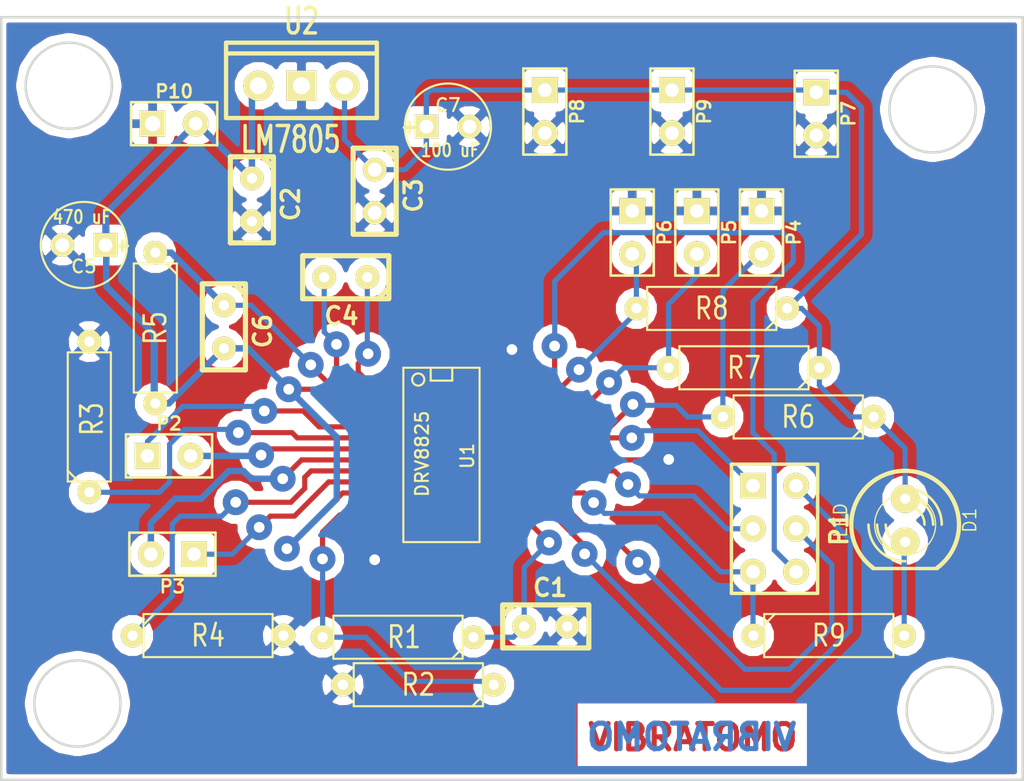
<source format=kicad_pcb>
(kicad_pcb (version 3) (host pcbnew "(2013-07-07 BZR 4022)-stable")

  (general
    (links 63)
    (no_connects 0)
    (area 177.104999 76.6826 238.545001 122.935001)
    (thickness 1.6)
    (drawings 12)
    (tracks 254)
    (zones 0)
    (modules 29)
    (nets 25)
  )

  (page A3)
  (layers
    (15 F.Cu signal)
    (0 B.Cu signal)
    (16 B.Adhes user)
    (17 F.Adhes user)
    (18 B.Paste user)
    (19 F.Paste user)
    (20 B.SilkS user)
    (21 F.SilkS user)
    (22 B.Mask user)
    (23 F.Mask user)
    (24 Dwgs.User user)
    (25 Cmts.User user)
    (26 Eco1.User user)
    (27 Eco2.User user)
    (28 Edge.Cuts user)
  )

  (setup
    (last_trace_width 0.381)
    (trace_clearance 0.3048)
    (zone_clearance 0.508)
    (zone_45_only no)
    (trace_min 0.254)
    (segment_width 0.2)
    (edge_width 0.15)
    (via_size 1.524)
    (via_drill 0.635)
    (via_min_size 0.889)
    (via_min_drill 0.508)
    (uvia_size 0.508)
    (uvia_drill 0.127)
    (uvias_allowed no)
    (uvia_min_size 0.508)
    (uvia_min_drill 0.127)
    (pcb_text_width 0.3)
    (pcb_text_size 1.5 1.5)
    (mod_edge_width 0.15)
    (mod_text_size 1.5 1.5)
    (mod_text_width 0.15)
    (pad_size 0.3 1.05)
    (pad_drill 0)
    (pad_to_mask_clearance 0.2)
    (aux_axis_origin 0 0)
    (visible_elements 7FFFFFFF)
    (pcbplotparams
      (layerselection 268468225)
      (usegerberextensions false)
      (excludeedgelayer true)
      (linewidth 0.150000)
      (plotframeref false)
      (viasonmask true)
      (mode 1)
      (useauxorigin false)
      (hpglpennumber 1)
      (hpglpenspeed 20)
      (hpglpendiameter 15)
      (hpglpenoverlay 2)
      (psnegative false)
      (psa4output false)
      (plotreference true)
      (plotvalue true)
      (plotothertext true)
      (plotinvisibletext false)
      (padsonsilk false)
      (subtractmaskfromsilk false)
      (outputformat 1)
      (mirror false)
      (drillshape 0)
      (scaleselection 1)
      (outputdirectory LCI))
  )

  (net 0 "")
  (net 1 GND)
  (net 2 N-000001)
  (net 3 N-0000010)
  (net 4 N-0000011)
  (net 5 N-0000012)
  (net 6 N-0000013)
  (net 7 N-0000014)
  (net 8 N-0000015)
  (net 9 N-0000016)
  (net 10 N-0000017)
  (net 11 N-0000018)
  (net 12 N-0000019)
  (net 13 N-000002)
  (net 14 N-0000020)
  (net 15 N-0000021)
  (net 16 N-0000022)
  (net 17 N-0000026)
  (net 18 N-0000027)
  (net 19 N-000005)
  (net 20 N-000007)
  (net 21 N-000008)
  (net 22 N-000009)
  (net 23 VM)
  (net 24 Vcc)

  (net_class Default "This is the default net class."
    (clearance 0.3048)
    (trace_width 0.381)
    (via_dia 1.524)
    (via_drill 0.635)
    (uvia_dia 0.508)
    (uvia_drill 0.127)
    (add_net "")
    (add_net GND)
    (add_net N-000001)
    (add_net N-0000010)
    (add_net N-0000011)
    (add_net N-0000012)
    (add_net N-0000013)
    (add_net N-0000014)
    (add_net N-0000015)
    (add_net N-0000016)
    (add_net N-0000017)
    (add_net N-0000018)
    (add_net N-0000019)
    (add_net N-000002)
    (add_net N-0000020)
    (add_net N-0000021)
    (add_net N-0000022)
    (add_net N-0000026)
    (add_net N-0000027)
    (add_net N-000005)
    (add_net N-000007)
    (add_net N-000008)
    (add_net N-000009)
    (add_net VM)
    (add_net Vcc)
  )

  (net_class motor ""
    (clearance 0.3048)
    (trace_width 0.381)
    (via_dia 1.524)
    (via_drill 0.635)
    (uvia_dia 0.508)
    (uvia_drill 0.127)
  )

  (module SSOP28 (layer F.Cu) (tedit 53610C8E) (tstamp 5359B22D)
    (at 203.962 103.378 270)
    (descr "SSOP 28 pins")
    (tags "CMS SSOP SMD")
    (path /53532AEA)
    (attr smd)
    (fp_text reference U1 (at 0.127 -1.524 270) (layer F.SilkS)
      (effects (font (size 0.762 0.762) (thickness 0.127)))
    )
    (fp_text value DRV8825 (at 0 1.143 270) (layer F.SilkS)
      (effects (font (size 0.762 0.762) (thickness 0.127)))
    )
    (fp_circle (center -4.382 1.369) (end -4.636 1.115) (layer F.SilkS) (width 0.127))
    (fp_line (start -5.08 -0.635) (end -4.318 -0.635) (layer F.SilkS) (width 0.127))
    (fp_line (start -4.318 -0.635) (end -4.318 0.635) (layer F.SilkS) (width 0.127))
    (fp_line (start -4.318 0.635) (end -5.08 0.635) (layer F.SilkS) (width 0.127))
    (fp_line (start 5.207 2.247) (end -5.08 2.247) (layer F.SilkS) (width 0.127))
    (fp_line (start -5.08 -2.247) (end 5.207 -2.247) (layer F.SilkS) (width 0.127))
    (fp_line (start -5.08 -2.25) (end -5.08 2.25) (layer F.SilkS) (width 0.127))
    (fp_line (start 5.207 -2.25) (end 5.207 2.25) (layer F.SilkS) (width 0.127))
    (pad 1 smd rect (at -4.191 3.136 270) (size 0.3 1.05)
      (layers F.Cu F.Paste F.Mask)
      (net 17 N-0000026)
    )
    (pad 2 smd rect (at -3.541 3.136 270) (size 0.3 1.05)
      (layers F.Cu F.Paste F.Mask)
      (net 18 N-0000027)
    )
    (pad 3 smd rect (at -2.891 3.136 270) (size 0.3 1.05)
      (layers F.Cu F.Paste F.Mask)
      (net 15 N-0000021)
    )
    (pad 4 smd rect (at -2.241 3.136 270) (size 0.3 1.05)
      (layers F.Cu F.Paste F.Mask)
      (net 23 VM)
    )
    (pad 5 smd rect (at -1.591 3.136 270) (size 0.3 1.05)
      (layers F.Cu F.Paste F.Mask)
      (net 22 N-000009)
    )
    (pad 6 smd rect (at -0.941 3.136 270) (size 0.3 1.05)
      (layers F.Cu F.Paste F.Mask)
      (net 12 N-0000019)
    )
    (pad 7 smd rect (at -0.291 3.136 270) (size 0.3 1.05)
      (layers F.Cu F.Paste F.Mask)
      (net 3 N-0000010)
    )
    (pad 8 smd rect (at 0.359 3.136 270) (size 0.3 1.05)
      (layers F.Cu F.Paste F.Mask)
      (net 21 N-000008)
    )
    (pad 9 smd rect (at 1.009 3.136 270) (size 0.3 1.05)
      (layers F.Cu F.Paste F.Mask)
      (net 8 N-0000015)
    )
    (pad 10 smd rect (at 1.659 3.136 270) (size 0.3 1.05)
      (layers F.Cu F.Paste F.Mask)
      (net 20 N-000007)
    )
    (pad 11 smd rect (at 2.309 3.136 270) (size 0.3 1.05)
      (layers F.Cu F.Paste F.Mask)
      (net 23 VM)
    )
    (pad 12 smd rect (at 2.959 3.136 270) (size 0.3 1.05)
      (layers F.Cu F.Paste F.Mask)
      (net 16 N-0000022)
    )
    (pad 13 smd rect (at 3.609 3.136 270) (size 0.3 1.05)
      (layers F.Cu F.Paste F.Mask)
      (net 16 N-0000022)
    )
    (pad 14 smd rect (at 4.259 3.136 270) (size 0.3 1.05)
      (layers F.Cu F.Paste F.Mask)
      (net 1 GND)
    )
    (pad 15 smd rect (at 4.259 -3.136 270) (size 0.3 1.05)
      (layers F.Cu F.Paste F.Mask)
      (net 5 N-0000012)
    )
    (pad 16 smd rect (at 3.609 -3.136 270) (size 0.3 1.05)
      (layers F.Cu F.Paste F.Mask)
      (net 10 N-0000017)
    )
    (pad 17 smd rect (at 2.959 -3.136 270) (size 0.3 1.05)
      (layers F.Cu F.Paste F.Mask)
      (net 14 N-0000020)
    )
    (pad 18 smd rect (at 2.309 -3.136 270) (size 0.3 1.05)
      (layers F.Cu F.Paste F.Mask)
      (net 19 N-000005)
    )
    (pad 19 smd rect (at 1.659 -3.136 270) (size 0.3 1.05)
      (layers F.Cu F.Paste F.Mask)
    )
    (pad 20 smd rect (at 1.009 -3.136 270) (size 0.3 1.05)
      (layers F.Cu F.Paste F.Mask)
      (net 9 N-0000016)
    )
    (pad 21 smd rect (at 0.359 -3.136 270) (size 0.3 1.05)
      (layers F.Cu F.Paste F.Mask)
      (net 1 GND)
    )
    (pad 22 smd rect (at -0.291 -3.136 270) (size 0.3 1.05)
      (layers F.Cu F.Paste F.Mask)
      (net 7 N-0000014)
    )
    (pad 23 smd rect (at -0.941 -3.136 270) (size 0.3 1.05)
      (layers F.Cu F.Paste F.Mask)
    )
    (pad 24 smd rect (at -1.591 -3.136 270) (size 0.3 1.05)
      (layers F.Cu F.Paste F.Mask)
      (net 6 N-0000013)
    )
    (pad 25 smd rect (at -2.241 -3.136 270) (size 0.3 1.05)
      (layers F.Cu F.Paste F.Mask)
      (net 2 N-000001)
    )
    (pad 26 smd rect (at -2.891 -3.136 270) (size 0.3 1.05)
      (layers F.Cu F.Paste F.Mask)
      (net 13 N-000002)
    )
    (pad 27 smd rect (at -3.541 -3.136 270) (size 0.3 1.05)
      (layers F.Cu F.Paste F.Mask)
      (net 11 N-0000018)
    )
    (pad 28 smd rect (at -4.191 -3.136 270) (size 0.3 1.05)
      (layers F.Cu F.Paste F.Mask)
      (net 1 GND)
    )
    (model smd/cms_soj28.wrl
      (at (xyz 0 0 0))
      (scale (xyz 0.256 0.5 0.25))
      (rotate (xyz 0 0 0))
    )
  )

  (module R3-5 (layer F.Cu) (tedit 5359D488) (tstamp 5359B9A6)
    (at 226.8 114.1)
    (path /53596842)
    (fp_text reference R9 (at 0 0) (layer F.SilkS)
      (effects (font (size 1.27 1.016) (thickness 0.1524)))
    )
    (fp_text value R (at 0 0) (layer F.SilkS) hide
      (effects (font (size 1.27 1.016) (thickness 0.1524)))
    )
    (fp_line (start -3.81 -0.635) (end -3.81 1.27) (layer F.SilkS) (width 0.127))
    (fp_line (start -3.81 1.27) (end 3.81 1.27) (layer F.SilkS) (width 0.127))
    (fp_line (start 3.81 1.27) (end 3.81 -1.27) (layer F.SilkS) (width 0.127))
    (fp_line (start 3.81 -1.27) (end -3.81 -1.27) (layer F.SilkS) (width 0.127))
    (fp_line (start -3.81 -1.27) (end -3.81 -0.635) (layer F.SilkS) (width 0.127))
    (fp_line (start -4.445 0) (end -3.81 0) (layer F.SilkS) (width 0.127))
    (fp_line (start 3.81 0) (end 4.445 0) (layer F.SilkS) (width 0.127))
    (fp_line (start -3.81 -0.635) (end -3.175 -1.27) (layer F.SilkS) (width 0.127))
    (pad 1 thru_hole circle (at -4.445 0) (size 1.397 1.397) (drill 0.6)
      (layers *.Cu *.Mask F.SilkS)
      (net 19 N-000005)
    )
    (pad 2 thru_hole circle (at 4.445 0) (size 1.397 1.397) (drill 0.6)
      (layers *.Cu *.Mask F.SilkS)
      (net 4 N-0000011)
    )
    (model discret/resistor.wrl
      (at (xyz 0 0 0))
      (scale (xyz 0.35 0.35 0.3))
      (rotate (xyz 0 0 0))
    )
  )

  (module R3-5 (layer F.Cu) (tedit 5359D4AD) (tstamp 53596F54)
    (at 219.9 94.8 180)
    (path /53596639)
    (fp_text reference R8 (at 0 0 180) (layer F.SilkS)
      (effects (font (size 1.27 1.016) (thickness 0.1524)))
    )
    (fp_text value R (at 0 0 180) (layer F.SilkS) hide
      (effects (font (size 1.27 1.016) (thickness 0.1524)))
    )
    (fp_line (start -3.81 -0.635) (end -3.81 1.27) (layer F.SilkS) (width 0.127))
    (fp_line (start -3.81 1.27) (end 3.81 1.27) (layer F.SilkS) (width 0.127))
    (fp_line (start 3.81 1.27) (end 3.81 -1.27) (layer F.SilkS) (width 0.127))
    (fp_line (start 3.81 -1.27) (end -3.81 -1.27) (layer F.SilkS) (width 0.127))
    (fp_line (start -3.81 -1.27) (end -3.81 -0.635) (layer F.SilkS) (width 0.127))
    (fp_line (start -4.445 0) (end -3.81 0) (layer F.SilkS) (width 0.127))
    (fp_line (start 3.81 0) (end 4.445 0) (layer F.SilkS) (width 0.127))
    (fp_line (start -3.81 -0.635) (end -3.175 -1.27) (layer F.SilkS) (width 0.127))
    (pad 1 thru_hole circle (at -4.445 0 180) (size 1.397 1.397) (drill 0.6)
      (layers *.Cu *.Mask F.SilkS)
      (net 24 Vcc)
    )
    (pad 2 thru_hole circle (at 4.445 0 180) (size 1.397 1.397) (drill 0.6)
      (layers *.Cu *.Mask F.SilkS)
      (net 13 N-000002)
    )
    (model discret/resistor.wrl
      (at (xyz 0 0 0))
      (scale (xyz 0.35 0.35 0.3))
      (rotate (xyz 0 0 0))
    )
  )

  (module R3-5 (layer F.Cu) (tedit 5359D4A4) (tstamp 53596F62)
    (at 221.8 98.3 180)
    (path /53596633)
    (fp_text reference R7 (at 0 0 180) (layer F.SilkS)
      (effects (font (size 1.27 1.016) (thickness 0.1524)))
    )
    (fp_text value R (at 0 0 180) (layer F.SilkS) hide
      (effects (font (size 1.27 1.016) (thickness 0.1524)))
    )
    (fp_line (start -3.81 -0.635) (end -3.81 1.27) (layer F.SilkS) (width 0.127))
    (fp_line (start -3.81 1.27) (end 3.81 1.27) (layer F.SilkS) (width 0.127))
    (fp_line (start 3.81 1.27) (end 3.81 -1.27) (layer F.SilkS) (width 0.127))
    (fp_line (start 3.81 -1.27) (end -3.81 -1.27) (layer F.SilkS) (width 0.127))
    (fp_line (start -3.81 -1.27) (end -3.81 -0.635) (layer F.SilkS) (width 0.127))
    (fp_line (start -4.445 0) (end -3.81 0) (layer F.SilkS) (width 0.127))
    (fp_line (start 3.81 0) (end 4.445 0) (layer F.SilkS) (width 0.127))
    (fp_line (start -3.81 -0.635) (end -3.175 -1.27) (layer F.SilkS) (width 0.127))
    (pad 1 thru_hole circle (at -4.445 0 180) (size 1.397 1.397) (drill 0.6)
      (layers *.Cu *.Mask F.SilkS)
      (net 24 Vcc)
    )
    (pad 2 thru_hole circle (at 4.445 0 180) (size 1.397 1.397) (drill 0.6)
      (layers *.Cu *.Mask F.SilkS)
      (net 2 N-000001)
    )
    (model discret/resistor.wrl
      (at (xyz 0 0 0))
      (scale (xyz 0.35 0.35 0.3))
      (rotate (xyz 0 0 0))
    )
  )

  (module R3-5 (layer F.Cu) (tedit 5359D43F) (tstamp 53596F70)
    (at 183.2 101.2 90)
    (path /53519831)
    (fp_text reference R3 (at -0.126 0.152 90) (layer F.SilkS)
      (effects (font (size 1.27 1.016) (thickness 0.1524)))
    )
    (fp_text value R (at 0 0 90) (layer F.SilkS) hide
      (effects (font (size 1.27 1.016) (thickness 0.1524)))
    )
    (fp_line (start -3.81 -0.635) (end -3.81 1.27) (layer F.SilkS) (width 0.127))
    (fp_line (start -3.81 1.27) (end 3.81 1.27) (layer F.SilkS) (width 0.127))
    (fp_line (start 3.81 1.27) (end 3.81 -1.27) (layer F.SilkS) (width 0.127))
    (fp_line (start 3.81 -1.27) (end -3.81 -1.27) (layer F.SilkS) (width 0.127))
    (fp_line (start -3.81 -1.27) (end -3.81 -0.635) (layer F.SilkS) (width 0.127))
    (fp_line (start -4.445 0) (end -3.81 0) (layer F.SilkS) (width 0.127))
    (fp_line (start 3.81 0) (end 4.445 0) (layer F.SilkS) (width 0.127))
    (fp_line (start -3.81 -0.635) (end -3.175 -1.27) (layer F.SilkS) (width 0.127))
    (pad 1 thru_hole circle (at -4.445 0 90) (size 1.397 1.397) (drill 0.6)
      (layers *.Cu *.Mask F.SilkS)
      (net 12 N-0000019)
    )
    (pad 2 thru_hole circle (at 4.445 0 90) (size 1.397 1.397) (drill 0.6)
      (layers *.Cu *.Mask F.SilkS)
      (net 1 GND)
    )
    (model discret/resistor.wrl
      (at (xyz 0 0 0))
      (scale (xyz 0.35 0.35 0.3))
      (rotate (xyz 0 0 0))
    )
  )

  (module R3-5 (layer F.Cu) (tedit 5359D44B) (tstamp 53596F7E)
    (at 190.2 114.1)
    (path /53519828)
    (fp_text reference R4 (at 0 0) (layer F.SilkS)
      (effects (font (size 1.27 1.016) (thickness 0.1524)))
    )
    (fp_text value R (at 0 0) (layer F.SilkS) hide
      (effects (font (size 1.27 1.016) (thickness 0.1524)))
    )
    (fp_line (start -3.81 -0.635) (end -3.81 1.27) (layer F.SilkS) (width 0.127))
    (fp_line (start -3.81 1.27) (end 3.81 1.27) (layer F.SilkS) (width 0.127))
    (fp_line (start 3.81 1.27) (end 3.81 -1.27) (layer F.SilkS) (width 0.127))
    (fp_line (start 3.81 -1.27) (end -3.81 -1.27) (layer F.SilkS) (width 0.127))
    (fp_line (start -3.81 -1.27) (end -3.81 -0.635) (layer F.SilkS) (width 0.127))
    (fp_line (start -4.445 0) (end -3.81 0) (layer F.SilkS) (width 0.127))
    (fp_line (start 3.81 0) (end 4.445 0) (layer F.SilkS) (width 0.127))
    (fp_line (start -3.81 -0.635) (end -3.175 -1.27) (layer F.SilkS) (width 0.127))
    (pad 1 thru_hole circle (at -4.445 0) (size 1.397 1.397) (drill 0.6)
      (layers *.Cu *.Mask F.SilkS)
      (net 8 N-0000015)
    )
    (pad 2 thru_hole circle (at 4.445 0) (size 1.397 1.397) (drill 0.6)
      (layers *.Cu *.Mask F.SilkS)
      (net 1 GND)
    )
    (model discret/resistor.wrl
      (at (xyz 0 0 0))
      (scale (xyz 0.35 0.35 0.3))
      (rotate (xyz 0 0 0))
    )
  )

  (module R3-5 (layer F.Cu) (tedit 5359D49C) (tstamp 53596F8C)
    (at 225 101.2 180)
    (path /535963DA)
    (fp_text reference R6 (at 0 0 180) (layer F.SilkS)
      (effects (font (size 1.27 1.016) (thickness 0.1524)))
    )
    (fp_text value R (at 0 0 180) (layer F.SilkS) hide
      (effects (font (size 1.27 1.016) (thickness 0.1524)))
    )
    (fp_line (start -3.81 -0.635) (end -3.81 1.27) (layer F.SilkS) (width 0.127))
    (fp_line (start -3.81 1.27) (end 3.81 1.27) (layer F.SilkS) (width 0.127))
    (fp_line (start 3.81 1.27) (end 3.81 -1.27) (layer F.SilkS) (width 0.127))
    (fp_line (start 3.81 -1.27) (end -3.81 -1.27) (layer F.SilkS) (width 0.127))
    (fp_line (start -3.81 -1.27) (end -3.81 -0.635) (layer F.SilkS) (width 0.127))
    (fp_line (start -4.445 0) (end -3.81 0) (layer F.SilkS) (width 0.127))
    (fp_line (start 3.81 0) (end 4.445 0) (layer F.SilkS) (width 0.127))
    (fp_line (start -3.81 -0.635) (end -3.175 -1.27) (layer F.SilkS) (width 0.127))
    (pad 1 thru_hole circle (at -4.445 0 180) (size 1.397 1.397) (drill 0.6)
      (layers *.Cu *.Mask F.SilkS)
      (net 24 Vcc)
    )
    (pad 2 thru_hole circle (at 4.445 0 180) (size 1.397 1.397) (drill 0.6)
      (layers *.Cu *.Mask F.SilkS)
      (net 6 N-0000013)
    )
    (model discret/resistor.wrl
      (at (xyz 0 0 0))
      (scale (xyz 0.35 0.35 0.3))
      (rotate (xyz 0 0 0))
    )
  )

  (module R3-5 (layer F.Cu) (tedit 5359863E) (tstamp 53596F9A)
    (at 187.091 95.954 270)
    (path /53519715)
    (fp_text reference R5 (at 0 0 270) (layer F.SilkS)
      (effects (font (size 1.27 1.016) (thickness 0.1524)))
    )
    (fp_text value 1M (at 0 0 270) (layer F.SilkS) hide
      (effects (font (size 1.27 1.016) (thickness 0.1524)))
    )
    (fp_line (start -3.81 -0.635) (end -3.81 1.27) (layer F.SilkS) (width 0.127))
    (fp_line (start -3.81 1.27) (end 3.81 1.27) (layer F.SilkS) (width 0.127))
    (fp_line (start 3.81 1.27) (end 3.81 -1.27) (layer F.SilkS) (width 0.127))
    (fp_line (start 3.81 -1.27) (end -3.81 -1.27) (layer F.SilkS) (width 0.127))
    (fp_line (start -3.81 -1.27) (end -3.81 -0.635) (layer F.SilkS) (width 0.127))
    (fp_line (start -4.445 0) (end -3.81 0) (layer F.SilkS) (width 0.127))
    (fp_line (start 3.81 0) (end 4.445 0) (layer F.SilkS) (width 0.127))
    (fp_line (start -3.81 -0.635) (end -3.175 -1.27) (layer F.SilkS) (width 0.127))
    (pad 1 thru_hole circle (at -4.445 0 270) (size 1.397 1.397) (drill 0.6)
      (layers *.Cu *.Mask B.Adhes F.SilkS)
      (net 15 N-0000021)
    )
    (pad 2 thru_hole circle (at 4.445 0 270) (size 1.397 1.397) (drill 0.6)
      (layers *.Cu *.Mask F.SilkS)
      (net 23 VM)
    )
    (model discret/resistor.wrl
      (at (xyz 0 0 0))
      (scale (xyz 0.35 0.35 0.3))
      (rotate (xyz 0 0 0))
    )
  )

  (module R3-5 (layer F.Cu) (tedit 5359D471) (tstamp 53596FA8)
    (at 201.4 114.2 180)
    (path /53518FCC)
    (fp_text reference R1 (at -0.357 0.008 180) (layer F.SilkS)
      (effects (font (size 1.27 1.016) (thickness 0.1524)))
    )
    (fp_text value R (at 0 0 180) (layer F.SilkS) hide
      (effects (font (size 1.27 1.016) (thickness 0.1524)))
    )
    (fp_line (start -3.81 -0.635) (end -3.81 1.27) (layer F.SilkS) (width 0.127))
    (fp_line (start -3.81 1.27) (end 3.81 1.27) (layer F.SilkS) (width 0.127))
    (fp_line (start 3.81 1.27) (end 3.81 -1.27) (layer F.SilkS) (width 0.127))
    (fp_line (start 3.81 -1.27) (end -3.81 -1.27) (layer F.SilkS) (width 0.127))
    (fp_line (start -3.81 -1.27) (end -3.81 -0.635) (layer F.SilkS) (width 0.127))
    (fp_line (start -4.445 0) (end -3.81 0) (layer F.SilkS) (width 0.127))
    (fp_line (start 3.81 0) (end 4.445 0) (layer F.SilkS) (width 0.127))
    (fp_line (start -3.81 -0.635) (end -3.175 -1.27) (layer F.SilkS) (width 0.127))
    (pad 1 thru_hole circle (at -4.445 0 180) (size 1.397 1.397) (drill 0.6)
      (layers *.Cu *.Mask F.SilkS)
      (net 5 N-0000012)
    )
    (pad 2 thru_hole circle (at 4.445 0 180) (size 1.397 1.397) (drill 0.6)
      (layers *.Cu *.Mask F.SilkS)
      (net 16 N-0000022)
    )
    (model discret/resistor.wrl
      (at (xyz 0 0 0))
      (scale (xyz 0.35 0.35 0.3))
      (rotate (xyz 0 0 0))
    )
  )

  (module R3-5 (layer F.Cu) (tedit 5359D46C) (tstamp 53596FB6)
    (at 202.6 117 180)
    (path /53518FD0)
    (fp_text reference R2 (at 0 0 180) (layer F.SilkS)
      (effects (font (size 1.27 1.016) (thickness 0.1524)))
    )
    (fp_text value R (at 0 0 180) (layer F.SilkS) hide
      (effects (font (size 1.27 1.016) (thickness 0.1524)))
    )
    (fp_line (start -3.81 -0.635) (end -3.81 1.27) (layer F.SilkS) (width 0.127))
    (fp_line (start -3.81 1.27) (end 3.81 1.27) (layer F.SilkS) (width 0.127))
    (fp_line (start 3.81 1.27) (end 3.81 -1.27) (layer F.SilkS) (width 0.127))
    (fp_line (start 3.81 -1.27) (end -3.81 -1.27) (layer F.SilkS) (width 0.127))
    (fp_line (start -3.81 -1.27) (end -3.81 -0.635) (layer F.SilkS) (width 0.127))
    (fp_line (start -4.445 0) (end -3.81 0) (layer F.SilkS) (width 0.127))
    (fp_line (start 3.81 0) (end 4.445 0) (layer F.SilkS) (width 0.127))
    (fp_line (start -3.81 -0.635) (end -3.175 -1.27) (layer F.SilkS) (width 0.127))
    (pad 1 thru_hole circle (at -4.445 0 180) (size 1.397 1.397) (drill 0.6)
      (layers *.Cu *.Mask F.SilkS)
      (net 16 N-0000022)
    )
    (pad 2 thru_hole circle (at 4.445 0 180) (size 1.397 1.397) (drill 0.6)
      (layers *.Cu *.Mask F.SilkS)
      (net 1 GND)
    )
    (model discret/resistor.wrl
      (at (xyz 0 0 0))
      (scale (xyz 0.35 0.35 0.3))
      (rotate (xyz 0 0 0))
    )
  )

  (module pin_array_3x2 (layer F.Cu) (tedit 5359D01E) (tstamp 535A2634)
    (at 223.6 107.8 270)
    (descr "Double rangee de contacts 2 x 4 pins")
    (tags CONN)
    (path /53596FF5)
    (fp_text reference P1 (at 0 -3.81 270) (layer F.SilkS)
      (effects (font (size 1.016 1.016) (thickness 0.2032)))
    )
    (fp_text value CONN_3X2 (at 0 3.81 270) (layer F.SilkS) hide
      (effects (font (size 1.016 1.016) (thickness 0.2032)))
    )
    (fp_line (start 3.81 2.54) (end -3.81 2.54) (layer F.SilkS) (width 0.2032))
    (fp_line (start -3.81 -2.54) (end 3.81 -2.54) (layer F.SilkS) (width 0.2032))
    (fp_line (start 3.81 -2.54) (end 3.81 2.54) (layer F.SilkS) (width 0.2032))
    (fp_line (start -3.81 2.54) (end -3.81 -2.54) (layer F.SilkS) (width 0.2032))
    (pad 1 thru_hole rect (at -2.54 1.27 270) (size 1.524 1.524) (drill 0.8)
      (layers *.Cu *.Mask F.SilkS)
      (net 7 N-0000014)
    )
    (pad 2 thru_hole circle (at -2.54 -1.27 270) (size 1.524 1.524) (drill 0.8)
      (layers *.Cu *.Mask F.SilkS)
      (net 10 N-0000017)
    )
    (pad 3 thru_hole circle (at 0 1.27 270) (size 1.524 1.524) (drill 0.8)
      (layers *.Cu *.Mask F.SilkS)
      (net 9 N-0000016)
    )
    (pad 4 thru_hole circle (at 0 -1.27 270) (size 1.524 1.524) (drill 0.8)
      (layers *.Cu *.Mask F.SilkS)
      (net 14 N-0000020)
    )
    (pad 5 thru_hole circle (at 2.54 1.27 270) (size 1.524 1.524) (drill 0.8)
      (layers *.Cu *.Mask F.SilkS)
      (net 19 N-000005)
    )
    (pad 6 thru_hole circle (at 2.54 -1.27 270) (size 1.524 1.524) (drill 0.8)
      (layers *.Cu *.Mask F.SilkS)
      (net 11 N-0000018)
    )
    (model pin_array/pins_array_3x2.wrl
      (at (xyz 0 0 0))
      (scale (xyz 1 1 1))
      (rotate (xyz 0 0 0))
    )
  )

  (module PIN_ARRAY_2X1 (layer F.Cu) (tedit 5359CFF5) (tstamp 53596FCE)
    (at 187.9 103.5)
    (descr "Connecteurs 2 pins")
    (tags "CONN DEV")
    (path /53519096)
    (fp_text reference P2 (at 0 -1.905) (layer F.SilkS)
      (effects (font (size 0.762 0.762) (thickness 0.1524)))
    )
    (fp_text value CONN_2 (at 0 -1.905) (layer F.SilkS) hide
      (effects (font (size 0.762 0.762) (thickness 0.1524)))
    )
    (fp_line (start -2.54 1.27) (end -2.54 -1.27) (layer F.SilkS) (width 0.1524))
    (fp_line (start -2.54 -1.27) (end 2.54 -1.27) (layer F.SilkS) (width 0.1524))
    (fp_line (start 2.54 -1.27) (end 2.54 1.27) (layer F.SilkS) (width 0.1524))
    (fp_line (start 2.54 1.27) (end -2.54 1.27) (layer F.SilkS) (width 0.1524))
    (pad 1 thru_hole rect (at -1.27 0) (size 1.524 1.524) (drill 0.8)
      (layers *.Cu *.Mask F.SilkS)
      (net 22 N-000009)
    )
    (pad 2 thru_hole circle (at 1.27 0) (size 1.524 1.524) (drill 0.8)
      (layers *.Cu *.Mask F.SilkS)
      (net 3 N-0000010)
    )
    (model pin_array/pins_array_2x1.wrl
      (at (xyz 0 0 0))
      (scale (xyz 1 1 1))
      (rotate (xyz 0 0 0))
    )
  )

  (module PIN_ARRAY_2X1 (layer F.Cu) (tedit 5359CF69) (tstamp 53596FD8)
    (at 188.1 109.3 180)
    (descr "Connecteurs 2 pins")
    (tags "CONN DEV")
    (path /5351909C)
    (fp_text reference P3 (at 0 -1.905 180) (layer F.SilkS)
      (effects (font (size 0.762 0.762) (thickness 0.1524)))
    )
    (fp_text value CONN_2 (at 0 -1.905 180) (layer F.SilkS) hide
      (effects (font (size 0.762 0.762) (thickness 0.1524)))
    )
    (fp_line (start -2.54 1.27) (end -2.54 -1.27) (layer F.SilkS) (width 0.1524))
    (fp_line (start -2.54 -1.27) (end 2.54 -1.27) (layer F.SilkS) (width 0.1524))
    (fp_line (start 2.54 -1.27) (end 2.54 1.27) (layer F.SilkS) (width 0.1524))
    (fp_line (start 2.54 1.27) (end -2.54 1.27) (layer F.SilkS) (width 0.1524))
    (pad 1 thru_hole rect (at -1.27 0 180) (size 1.524 1.524) (drill 0.8)
      (layers *.Cu *.Mask F.SilkS)
      (net 20 N-000007)
    )
    (pad 2 thru_hole circle (at 1.27 0 180) (size 1.524 1.524) (drill 0.8)
      (layers *.Cu *.Mask F.SilkS)
      (net 21 N-000008)
    )
    (model pin_array/pins_array_2x1.wrl
      (at (xyz 0 0 0))
      (scale (xyz 1 1 1))
      (rotate (xyz 0 0 0))
    )
  )

  (module PIN_ARRAY_2X1 (layer F.Cu) (tedit 5359CF0F) (tstamp 53596FE2)
    (at 222.83 90.32 270)
    (descr "Connecteurs 2 pins")
    (tags "CONN DEV")
    (path /53595FBD)
    (fp_text reference P4 (at 0 -1.905 270) (layer F.SilkS)
      (effects (font (size 0.762 0.762) (thickness 0.1524)))
    )
    (fp_text value CONN_2 (at 0 -1.905 270) (layer F.SilkS) hide
      (effects (font (size 0.762 0.762) (thickness 0.1524)))
    )
    (fp_line (start -2.54 1.27) (end -2.54 -1.27) (layer F.SilkS) (width 0.1524))
    (fp_line (start -2.54 -1.27) (end 2.54 -1.27) (layer F.SilkS) (width 0.1524))
    (fp_line (start 2.54 -1.27) (end 2.54 1.27) (layer F.SilkS) (width 0.1524))
    (fp_line (start 2.54 1.27) (end -2.54 1.27) (layer F.SilkS) (width 0.1524))
    (pad 1 thru_hole rect (at -1.27 0 270) (size 1.524 1.524) (drill 0.8)
      (layers *.Cu *.Mask F.SilkS)
      (net 1 GND)
    )
    (pad 2 thru_hole circle (at 1.27 0 270) (size 1.524 1.524) (drill 0.8)
      (layers *.Cu *.Mask F.SilkS)
      (net 6 N-0000013)
    )
    (model pin_array/pins_array_2x1.wrl
      (at (xyz 0 0 0))
      (scale (xyz 1 1 1))
      (rotate (xyz 0 0 0))
    )
  )

  (module PIN_ARRAY_2X1 (layer F.Cu) (tedit 5359CF17) (tstamp 53596FEC)
    (at 219.02 90.32 270)
    (descr "Connecteurs 2 pins")
    (tags "CONN DEV")
    (path /53595FCA)
    (fp_text reference P5 (at 0 -1.905 270) (layer F.SilkS)
      (effects (font (size 0.762 0.762) (thickness 0.1524)))
    )
    (fp_text value CONN_2 (at 0 -1.905 270) (layer F.SilkS) hide
      (effects (font (size 0.762 0.762) (thickness 0.1524)))
    )
    (fp_line (start -2.54 1.27) (end -2.54 -1.27) (layer F.SilkS) (width 0.1524))
    (fp_line (start -2.54 -1.27) (end 2.54 -1.27) (layer F.SilkS) (width 0.1524))
    (fp_line (start 2.54 -1.27) (end 2.54 1.27) (layer F.SilkS) (width 0.1524))
    (fp_line (start 2.54 1.27) (end -2.54 1.27) (layer F.SilkS) (width 0.1524))
    (pad 1 thru_hole rect (at -1.27 0 270) (size 1.524 1.524) (drill 0.8)
      (layers *.Cu *.Mask F.SilkS)
      (net 1 GND)
    )
    (pad 2 thru_hole circle (at 1.27 0 270) (size 1.524 1.524) (drill 0.8)
      (layers *.Cu *.Mask F.SilkS)
      (net 2 N-000001)
    )
    (model pin_array/pins_array_2x1.wrl
      (at (xyz 0 0 0))
      (scale (xyz 1 1 1))
      (rotate (xyz 0 0 0))
    )
  )

  (module PIN_ARRAY_2X1 (layer F.Cu) (tedit 5359CF21) (tstamp 53596FF6)
    (at 215.21 90.32 270)
    (descr "Connecteurs 2 pins")
    (tags "CONN DEV")
    (path /53595FD0)
    (fp_text reference P6 (at 0 -1.905 270) (layer F.SilkS)
      (effects (font (size 0.762 0.762) (thickness 0.1524)))
    )
    (fp_text value CONN_2 (at 0 -1.905 270) (layer F.SilkS) hide
      (effects (font (size 0.762 0.762) (thickness 0.1524)))
    )
    (fp_line (start -2.54 1.27) (end -2.54 -1.27) (layer F.SilkS) (width 0.1524))
    (fp_line (start -2.54 -1.27) (end 2.54 -1.27) (layer F.SilkS) (width 0.1524))
    (fp_line (start 2.54 -1.27) (end 2.54 1.27) (layer F.SilkS) (width 0.1524))
    (fp_line (start 2.54 1.27) (end -2.54 1.27) (layer F.SilkS) (width 0.1524))
    (pad 1 thru_hole rect (at -1.27 0 270) (size 1.524 1.524) (drill 0.8)
      (layers *.Cu *.Mask F.SilkS)
      (net 1 GND)
    )
    (pad 2 thru_hole circle (at 1.27 0 270) (size 1.524 1.524) (drill 0.8)
      (layers *.Cu *.Mask F.SilkS)
      (net 13 N-000002)
    )
    (model pin_array/pins_array_2x1.wrl
      (at (xyz 0 0 0))
      (scale (xyz 1 1 1))
      (rotate (xyz 0 0 0))
    )
  )

  (module PIN_ARRAY_2X1 (layer F.Cu) (tedit 5359CEE7) (tstamp 535982BA)
    (at 226.06 83.312 270)
    (descr "Connecteurs 2 pins")
    (tags "CONN DEV")
    (path /53596D93)
    (fp_text reference P7 (at 0 -1.905 270) (layer F.SilkS)
      (effects (font (size 0.762 0.762) (thickness 0.1524)))
    )
    (fp_text value CONN_2 (at 0 -1.905 270) (layer F.SilkS) hide
      (effects (font (size 0.762 0.762) (thickness 0.1524)))
    )
    (fp_line (start -2.54 1.27) (end -2.54 -1.27) (layer F.SilkS) (width 0.1524))
    (fp_line (start -2.54 -1.27) (end 2.54 -1.27) (layer F.SilkS) (width 0.1524))
    (fp_line (start 2.54 -1.27) (end 2.54 1.27) (layer F.SilkS) (width 0.1524))
    (fp_line (start 2.54 1.27) (end -2.54 1.27) (layer F.SilkS) (width 0.1524))
    (pad 1 thru_hole rect (at -1.27 0 270) (size 1.524 1.524) (drill 0.8)
      (layers *.Cu *.Mask F.SilkS)
      (net 24 Vcc)
    )
    (pad 2 thru_hole circle (at 1.27 0 270) (size 1.524 1.524) (drill 0.8)
      (layers *.Cu *.Mask F.SilkS)
      (net 1 GND)
    )
    (model pin_array/pins_array_2x1.wrl
      (at (xyz 0 0 0))
      (scale (xyz 1 1 1))
      (rotate (xyz 0 0 0))
    )
  )

  (module PIN_ARRAY_2X1 (layer F.Cu) (tedit 535986F6) (tstamp 5359700A)
    (at 210.058 83.185 270)
    (descr "Connecteurs 2 pins")
    (tags "CONN DEV")
    (path /53596D99)
    (fp_text reference P8 (at 0 -1.905 270) (layer F.SilkS)
      (effects (font (size 0.762 0.762) (thickness 0.1524)))
    )
    (fp_text value CONN_2 (at 0 -1.905 270) (layer F.SilkS) hide
      (effects (font (size 0.762 0.762) (thickness 0.1524)))
    )
    (fp_line (start -2.54 1.27) (end -2.54 -1.27) (layer F.SilkS) (width 0.1524))
    (fp_line (start -2.54 -1.27) (end 2.54 -1.27) (layer F.SilkS) (width 0.1524))
    (fp_line (start 2.54 -1.27) (end 2.54 1.27) (layer F.SilkS) (width 0.1524))
    (fp_line (start 2.54 1.27) (end -2.54 1.27) (layer F.SilkS) (width 0.1524))
    (pad 1 thru_hole rect (at -1.27 0 270) (size 1.524 1.524) (drill 0.8)
      (layers *.Cu *.Mask F.SilkS)
      (net 24 Vcc)
    )
    (pad 2 thru_hole circle (at 1.27 0 270) (size 1.524 1.524) (drill 0.8)
      (layers *.Cu *.Mask F.SilkS)
      (net 1 GND)
    )
    (model pin_array/pins_array_2x1.wrl
      (at (xyz 0 0 0))
      (scale (xyz 1 1 1))
      (rotate (xyz 0 0 0))
    )
  )

  (module PIN_ARRAY_2X1 (layer F.Cu) (tedit 53598716) (tstamp 53597014)
    (at 217.551 83.185 270)
    (descr "Connecteurs 2 pins")
    (tags "CONN DEV")
    (path /53596D9F)
    (fp_text reference P9 (at 0 -1.905 270) (layer F.SilkS)
      (effects (font (size 0.762 0.762) (thickness 0.1524)))
    )
    (fp_text value CONN_2 (at 0 -1.905 270) (layer F.SilkS) hide
      (effects (font (size 0.762 0.762) (thickness 0.1524)))
    )
    (fp_line (start -2.54 1.27) (end -2.54 -1.27) (layer F.SilkS) (width 0.1524))
    (fp_line (start -2.54 -1.27) (end 2.54 -1.27) (layer F.SilkS) (width 0.1524))
    (fp_line (start 2.54 -1.27) (end 2.54 1.27) (layer F.SilkS) (width 0.1524))
    (fp_line (start 2.54 1.27) (end -2.54 1.27) (layer F.SilkS) (width 0.1524))
    (pad 1 thru_hole rect (at -1.27 0 270) (size 1.524 1.524) (drill 0.8)
      (layers *.Cu *.Mask F.SilkS)
      (net 24 Vcc)
    )
    (pad 2 thru_hole circle (at 1.27 0 270) (size 1.524 1.524) (drill 0.8)
      (layers *.Cu *.Mask F.SilkS)
      (net 1 GND)
    )
    (model pin_array/pins_array_2x1.wrl
      (at (xyz 0 0 0))
      (scale (xyz 1 1 1))
      (rotate (xyz 0 0 0))
    )
  )

  (module LED-5MM (layer F.Cu) (tedit 5359D491) (tstamp 53597023)
    (at 231.3 107.3 270)
    (descr "LED 5mm - Lead pitch 100mil (2,54mm)")
    (tags "LED led 5mm 5MM 100mil 2,54mm")
    (path /535332CA)
    (fp_text reference D1 (at 0 -3.81 270) (layer F.SilkS)
      (effects (font (size 0.762 0.762) (thickness 0.0889)))
    )
    (fp_text value LED (at 0 3.81 270) (layer F.SilkS)
      (effects (font (size 0.762 0.762) (thickness 0.0889)))
    )
    (fp_line (start 2.8448 1.905) (end 2.8448 -1.905) (layer F.SilkS) (width 0.2032))
    (fp_circle (center 0.254 0) (end -1.016 1.27) (layer F.SilkS) (width 0.0762))
    (fp_arc (start 0.254 0) (end 2.794 1.905) (angle 286.2) (layer F.SilkS) (width 0.254))
    (fp_arc (start 0.254 0) (end -0.889 0) (angle 90) (layer F.SilkS) (width 0.1524))
    (fp_arc (start 0.254 0) (end 1.397 0) (angle 90) (layer F.SilkS) (width 0.1524))
    (fp_arc (start 0.254 0) (end -1.397 0) (angle 90) (layer F.SilkS) (width 0.1524))
    (fp_arc (start 0.254 0) (end 1.905 0) (angle 90) (layer F.SilkS) (width 0.1524))
    (fp_arc (start 0.254 0) (end -1.905 0) (angle 90) (layer F.SilkS) (width 0.1524))
    (fp_arc (start 0.254 0) (end 2.413 0) (angle 90) (layer F.SilkS) (width 0.1524))
    (pad 1 thru_hole circle (at -1.27 0 270) (size 1.6764 1.6764) (drill 0.6)
      (layers *.Cu *.Mask F.SilkS)
      (net 24 Vcc)
    )
    (pad 2 thru_hole circle (at 1.27 0 270) (size 1.6764 1.6764) (drill 0.6)
      (layers *.Cu *.Mask F.SilkS)
      (net 4 N-0000011)
    )
    (model discret/leds/led5_vertical_verde.wrl
      (at (xyz 0 0 0))
      (scale (xyz 1 1 1))
      (rotate (xyz 0 0 0))
    )
  )

  (module PIN_ARRAY_2X1 (layer F.Cu) (tedit 53598670) (tstamp 53597355)
    (at 188.2 83.9)
    (descr "Connecteurs 2 pins")
    (tags "CONN DEV")
    (path /5359730D)
    (fp_text reference P10 (at 0 -1.905) (layer F.SilkS)
      (effects (font (size 0.762 0.762) (thickness 0.1524)))
    )
    (fp_text value CONN_2 (at 0 -1.905) (layer F.SilkS) hide
      (effects (font (size 0.762 0.762) (thickness 0.1524)))
    )
    (fp_line (start -2.54 1.27) (end -2.54 -1.27) (layer F.SilkS) (width 0.1524))
    (fp_line (start -2.54 -1.27) (end 2.54 -1.27) (layer F.SilkS) (width 0.1524))
    (fp_line (start 2.54 -1.27) (end 2.54 1.27) (layer F.SilkS) (width 0.1524))
    (fp_line (start 2.54 1.27) (end -2.54 1.27) (layer F.SilkS) (width 0.1524))
    (pad 1 thru_hole rect (at -1.27 0) (size 1.524 1.524) (drill 0.9)
      (layers *.Cu *.Mask F.SilkS)
      (net 1 GND)
    )
    (pad 2 thru_hole circle (at 1.27 0) (size 1.524 1.524) (drill 0.8)
      (layers *.Cu *.Mask F.SilkS)
      (net 23 VM)
    )
    (model pin_array/pins_array_2x1.wrl
      (at (xyz 0 0 0))
      (scale (xyz 1 1 1))
      (rotate (xyz 0 0 0))
    )
  )

  (module LM78XXV (layer F.Cu) (tedit 5359D11C) (tstamp 5359736E)
    (at 195.707 81.661 90)
    (descr "Regulateur TO220 serie LM78xx")
    (tags "TR TO220")
    (path /535974E7)
    (fp_text reference U2 (at 3.81 0 180) (layer F.SilkS)
      (effects (font (size 1.524 1.016) (thickness 0.2032)))
    )
    (fp_text value LM7805 (at -3.175 -0.635 180) (layer F.SilkS)
      (effects (font (size 1.524 1.016) (thickness 0.2032)))
    )
    (fp_line (start 1.905 -4.445) (end 2.54 -4.445) (layer F.SilkS) (width 0.254))
    (fp_line (start 2.54 -4.445) (end 2.54 4.445) (layer F.SilkS) (width 0.254))
    (fp_line (start 2.54 4.445) (end 1.905 4.445) (layer F.SilkS) (width 0.254))
    (fp_line (start -1.905 -4.445) (end 1.905 -4.445) (layer F.SilkS) (width 0.254))
    (fp_line (start 1.905 -4.445) (end 1.905 4.445) (layer F.SilkS) (width 0.254))
    (fp_line (start 1.905 4.445) (end -1.905 4.445) (layer F.SilkS) (width 0.254))
    (fp_line (start -1.905 4.445) (end -1.905 -4.445) (layer F.SilkS) (width 0.254))
    (pad VI thru_hole circle (at 0 -2.54 90) (size 1.778 1.778) (drill 1)
      (layers *.Cu *.Mask F.SilkS)
      (net 23 VM)
    )
    (pad GND thru_hole rect (at 0 0 90) (size 1.778 1.778) (drill 1)
      (layers *.Cu *.Mask F.SilkS)
      (net 1 GND)
    )
    (pad VO thru_hole circle (at 0 2.54 90) (size 1.778 1.778) (drill 1)
      (layers *.Cu *.Mask F.SilkS)
      (net 24 Vcc)
    )
  )

  (module C1 (layer F.Cu) (tedit 3F92C496) (tstamp 535A2679)
    (at 200.025 87.884 270)
    (descr "Condensateur e = 1 pas")
    (tags C)
    (path /5353552D)
    (fp_text reference C3 (at 0.254 -2.286 270) (layer F.SilkS)
      (effects (font (size 1.016 1.016) (thickness 0.2032)))
    )
    (fp_text value 0.1uF (at 0 -2.286 270) (layer F.SilkS) hide
      (effects (font (size 1.016 1.016) (thickness 0.2032)))
    )
    (fp_line (start -2.4892 -1.27) (end 2.54 -1.27) (layer F.SilkS) (width 0.3048))
    (fp_line (start 2.54 -1.27) (end 2.54 1.27) (layer F.SilkS) (width 0.3048))
    (fp_line (start 2.54 1.27) (end -2.54 1.27) (layer F.SilkS) (width 0.3048))
    (fp_line (start -2.54 1.27) (end -2.54 -1.27) (layer F.SilkS) (width 0.3048))
    (fp_line (start -2.54 -0.635) (end -1.905 -1.27) (layer F.SilkS) (width 0.3048))
    (pad 1 thru_hole circle (at -1.27 0 270) (size 1.397 1.397) (drill 0.8128)
      (layers *.Cu *.Mask F.SilkS)
      (net 24 Vcc)
    )
    (pad 2 thru_hole circle (at 1.27 0 270) (size 1.397 1.397) (drill 0.8128)
      (layers *.Cu *.Mask F.SilkS)
      (net 1 GND)
    )
    (model discret/capa_1_pas.wrl
      (at (xyz 0 0 0))
      (scale (xyz 1 1 1))
      (rotate (xyz 0 0 0))
    )
  )

  (module C1 (layer F.Cu) (tedit 5359D429) (tstamp 535A2684)
    (at 192.786 88.392 270)
    (descr "Condensateur e = 1 pas")
    (tags C)
    (path /53535525)
    (fp_text reference C2 (at 0.254 -2.286 270) (layer F.SilkS)
      (effects (font (size 1.016 1.016) (thickness 0.2032)))
    )
    (fp_text value 0.33uF (at 0 -2.286 270) (layer F.SilkS) hide
      (effects (font (size 1.016 1.016) (thickness 0.2032)))
    )
    (fp_line (start -2.4892 -1.27) (end 2.54 -1.27) (layer F.SilkS) (width 0.3048))
    (fp_line (start 2.54 -1.27) (end 2.54 1.27) (layer F.SilkS) (width 0.3048))
    (fp_line (start 2.54 1.27) (end -2.54 1.27) (layer F.SilkS) (width 0.3048))
    (fp_line (start -2.54 1.27) (end -2.54 -1.27) (layer F.SilkS) (width 0.3048))
    (fp_line (start -2.54 -0.635) (end -1.905 -1.27) (layer F.SilkS) (width 0.3048))
    (pad 1 thru_hole circle (at -1.27 0 270) (size 1.397 1.397) (drill 0.6)
      (layers *.Cu *.Mask F.SilkS)
      (net 23 VM)
    )
    (pad 2 thru_hole circle (at 1.27 0 270) (size 1.397 1.397) (drill 0.6)
      (layers *.Cu *.Mask F.SilkS)
      (net 1 GND)
    )
    (model discret/capa_1_pas.wrl
      (at (xyz 0 0 0))
      (scale (xyz 1 1 1))
      (rotate (xyz 0 0 0))
    )
  )

  (module C1 (layer F.Cu) (tedit 5359D455) (tstamp 535A268F)
    (at 198.32 92.96 180)
    (descr "Condensateur e = 1 pas")
    (tags C)
    (path /5351978E)
    (fp_text reference C4 (at 0.254 -2.286 180) (layer F.SilkS)
      (effects (font (size 1.016 1.016) (thickness 0.2032)))
    )
    (fp_text value 0.01uF (at 0 -2.286 180) (layer F.SilkS) hide
      (effects (font (size 1.016 1.016) (thickness 0.2032)))
    )
    (fp_line (start -2.4892 -1.27) (end 2.54 -1.27) (layer F.SilkS) (width 0.3048))
    (fp_line (start 2.54 -1.27) (end 2.54 1.27) (layer F.SilkS) (width 0.3048))
    (fp_line (start 2.54 1.27) (end -2.54 1.27) (layer F.SilkS) (width 0.3048))
    (fp_line (start -2.54 1.27) (end -2.54 -1.27) (layer F.SilkS) (width 0.3048))
    (fp_line (start -2.54 -0.635) (end -1.905 -1.27) (layer F.SilkS) (width 0.3048))
    (pad 1 thru_hole circle (at -1.27 0 180) (size 1.397 1.397) (drill 0.6)
      (layers *.Cu *.Mask F.SilkS)
      (net 17 N-0000026)
    )
    (pad 2 thru_hole circle (at 1.27 0 180) (size 1.397 1.397) (drill 0.6)
      (layers *.Cu *.Mask F.SilkS)
      (net 18 N-0000027)
    )
    (model discret/capa_1_pas.wrl
      (at (xyz 0 0 0))
      (scale (xyz 1 1 1))
      (rotate (xyz 0 0 0))
    )
  )

  (module C1 (layer F.Cu) (tedit 5359D432) (tstamp 535A2739)
    (at 191.135 95.885 270)
    (descr "Condensateur e = 1 pas")
    (tags C)
    (path /535196F1)
    (fp_text reference C6 (at 0.254 -2.286 270) (layer F.SilkS)
      (effects (font (size 1.016 1.016) (thickness 0.2032)))
    )
    (fp_text value 0.1uF (at 0 -2.286 270) (layer F.SilkS) hide
      (effects (font (size 1.016 1.016) (thickness 0.2032)))
    )
    (fp_line (start -2.4892 -1.27) (end 2.54 -1.27) (layer F.SilkS) (width 0.3048))
    (fp_line (start 2.54 -1.27) (end 2.54 1.27) (layer F.SilkS) (width 0.3048))
    (fp_line (start 2.54 1.27) (end -2.54 1.27) (layer F.SilkS) (width 0.3048))
    (fp_line (start -2.54 1.27) (end -2.54 -1.27) (layer F.SilkS) (width 0.3048))
    (fp_line (start -2.54 -0.635) (end -1.905 -1.27) (layer F.SilkS) (width 0.3048))
    (pad 1 thru_hole circle (at -1.27 0 270) (size 1.397 1.397) (drill 0.6)
      (layers *.Cu *.Mask F.SilkS)
      (net 15 N-0000021)
    )
    (pad 2 thru_hole circle (at 1.27 0 270) (size 1.397 1.397) (drill 0.6)
      (layers *.Cu *.Mask F.SilkS)
      (net 23 VM)
    )
    (model discret/capa_1_pas.wrl
      (at (xyz 0 0 0))
      (scale (xyz 1 1 1))
      (rotate (xyz 0 0 0))
    )
  )

  (module C1 (layer F.Cu) (tedit 5359D47A) (tstamp 535A26A5)
    (at 210.11 113.56)
    (descr "Condensateur e = 1 pas")
    (tags C)
    (path /53518FB1)
    (fp_text reference C1 (at 0.254 -2.286) (layer F.SilkS)
      (effects (font (size 1.016 1.016) (thickness 0.2032)))
    )
    (fp_text value 0.47uF (at 0 -2.286) (layer F.SilkS) hide
      (effects (font (size 1.016 1.016) (thickness 0.2032)))
    )
    (fp_line (start -2.4892 -1.27) (end 2.54 -1.27) (layer F.SilkS) (width 0.3048))
    (fp_line (start 2.54 -1.27) (end 2.54 1.27) (layer F.SilkS) (width 0.3048))
    (fp_line (start 2.54 1.27) (end -2.54 1.27) (layer F.SilkS) (width 0.3048))
    (fp_line (start -2.54 1.27) (end -2.54 -1.27) (layer F.SilkS) (width 0.3048))
    (fp_line (start -2.54 -0.635) (end -1.905 -1.27) (layer F.SilkS) (width 0.3048))
    (pad 1 thru_hole circle (at -1.27 0) (size 1.397 1.397) (drill 0.6)
      (layers *.Cu *.Mask F.SilkS)
      (net 5 N-0000012)
    )
    (pad 2 thru_hole circle (at 1.27 0) (size 1.397 1.397) (drill 0.6)
      (layers *.Cu *.Mask F.SilkS)
      (net 1 GND)
    )
    (model discret/capa_1_pas.wrl
      (at (xyz 0 0 0))
      (scale (xyz 1 1 1))
      (rotate (xyz 0 0 0))
    )
  )

  (module C1V5 (layer F.Cu) (tedit 535ADD2B) (tstamp 535ADC8D)
    (at 182.88 91.059 180)
    (descr "Condensateur e = 1 pas")
    (tags C)
    (path /535ADC9B)
    (fp_text reference C5 (at 0 -1.26746 180) (layer F.SilkS)
      (effects (font (size 0.762 0.762) (thickness 0.127)))
    )
    (fp_text value "470 uF" (at 0.127 1.651 180) (layer F.SilkS)
      (effects (font (size 0.762 0.635) (thickness 0.127)))
    )
    (fp_text user + (at -2.286 0 180) (layer F.SilkS)
      (effects (font (size 0.762 0.762) (thickness 0.2032)))
    )
    (fp_circle (center 0 0) (end 0.127 -2.54) (layer F.SilkS) (width 0.127))
    (pad 1 thru_hole rect (at -1.27 0 180) (size 1.397 1.397) (drill 0.8128)
      (layers *.Cu *.Mask F.SilkS)
      (net 23 VM)
    )
    (pad 2 thru_hole circle (at 1.27 0 180) (size 1.397 1.397) (drill 0.8128)
      (layers *.Cu *.Mask F.SilkS)
      (net 1 GND)
    )
    (model discret/c_vert_c1v5.wrl
      (at (xyz 0 0 0))
      (scale (xyz 1 1 1))
      (rotate (xyz 0 0 0))
    )
  )

  (module C1V5 (layer F.Cu) (tedit 535ADD32) (tstamp 535ADC95)
    (at 204.343 84.074)
    (descr "Condensateur e = 1 pas")
    (tags C)
    (path /535ADCB2)
    (fp_text reference C7 (at 0 -1.26746) (layer F.SilkS)
      (effects (font (size 0.762 0.762) (thickness 0.127)))
    )
    (fp_text value "100 uF" (at 0.127 1.397) (layer F.SilkS)
      (effects (font (size 0.762 0.635) (thickness 0.127)))
    )
    (fp_text user + (at -2.286 0) (layer F.SilkS)
      (effects (font (size 0.762 0.762) (thickness 0.2032)))
    )
    (fp_circle (center 0 0) (end 0.127 -2.54) (layer F.SilkS) (width 0.127))
    (pad 1 thru_hole rect (at -1.27 0) (size 1.397 1.397) (drill 0.8128)
      (layers *.Cu *.Mask F.SilkS)
      (net 24 Vcc)
    )
    (pad 2 thru_hole circle (at 1.27 0) (size 1.397 1.397) (drill 0.8128)
      (layers *.Cu *.Mask F.SilkS)
      (net 1 GND)
    )
    (model discret/c_vert_c1v5.wrl
      (at (xyz 0 0 0))
      (scale (xyz 1 1 1))
      (rotate (xyz 0 0 0))
    )
  )

  (gr_line (start 238.23168 122.61088) (end 238.21644 122.61088) (angle 90) (layer Edge.Cuts) (width 0.15))
  (gr_line (start 238.23168 122.5042) (end 238.23168 122.61088) (angle 90) (layer Edge.Cuts) (width 0.15))
  (gr_line (start 178.00828 122.61088) (end 238.24184 122.61088) (angle 90) (layer Edge.Cuts) (width 0.15))
  (gr_line (start 178.00828 77.61986) (end 178.00828 122.61088) (angle 90) (layer Edge.Cuts) (width 0.15))
  (gr_line (start 238.23168 77.61986) (end 178.00828 77.61986) (angle 90) (layer Edge.Cuts) (width 0.15))
  (gr_line (start 238.23168 122.49912) (end 238.23168 77.61986) (angle 90) (layer Edge.Cuts) (width 0.15))
  (gr_text VIBRATOMO (at 218.71 120.09) (layer B.Cu)
    (effects (font (size 1.5 1.5) (thickness 0.3)) (justify mirror))
  )
  (gr_text VIBRATOMO (at 218.79 120.11) (layer F.Cu)
    (effects (font (size 1.5 1.5) (thickness 0.3)))
  )
  (gr_circle (center 182.499 118.11) (end 185.039 118.11) (layer Edge.Cuts) (width 0.15) (tstamp 5359C9E9))
  (gr_circle (center 233.934 118.491) (end 236.474 118.491) (layer Edge.Cuts) (width 0.15) (tstamp 5359C9E8))
  (gr_circle (center 232.918 83.058) (end 235.458 83.058) (layer Edge.Cuts) (width 0.15) (tstamp 5359C9CD))
  (gr_circle (center 181.991 81.661) (end 184.531 81.661) (layer Edge.Cuts) (width 0.15))

  (segment (start 200.826 107.637) (end 199.61156 107.637) (width 0.3048) (layer F.Cu) (net 1))
  (via (at 200.025 109.6264) (size 1.524) (layers F.Cu B.Cu) (net 1))
  (segment (start 199.29348 108.89488) (end 200.025 109.6264) (width 0.3048) (layer F.Cu) (net 1) (tstamp 5361114D))
  (segment (start 199.29348 107.95508) (end 199.29348 108.89488) (width 0.3048) (layer F.Cu) (net 1) (tstamp 5361114C))
  (segment (start 199.61156 107.637) (end 199.29348 107.95508) (width 0.3048) (layer F.Cu) (net 1) (tstamp 5361114B))
  (segment (start 207.098 99.187) (end 208.40954 99.187) (width 0.3048) (layer F.Cu) (net 1))
  (via (at 208.11744 97.22358) (size 1.524) (layers F.Cu B.Cu) (net 1))
  (segment (start 208.91754 98.02368) (end 208.11744 97.22358) (width 0.3048) (layer F.Cu) (net 1) (tstamp 5361109A))
  (segment (start 208.91754 98.679) (end 208.91754 98.02368) (width 0.3048) (layer F.Cu) (net 1) (tstamp 53611099))
  (segment (start 208.40954 99.187) (end 208.91754 98.679) (width 0.3048) (layer F.Cu) (net 1) (tstamp 53611098))
  (segment (start 207.098 103.737) (end 217.33424 103.737) (width 0.3048) (layer F.Cu) (net 1))
  (via (at 217.3605 103.71074) (size 1.524) (layers F.Cu B.Cu) (net 1))
  (segment (start 217.33424 103.737) (end 217.3605 103.71074) (width 0.3048) (layer F.Cu) (net 1) (tstamp 53611056))
  (segment (start 207.098 101.137) (end 211.87482 101.137) (width 0.3048) (layer F.Cu) (net 2))
  (segment (start 214.71182 98.3) (end 217.355 98.3) (width 0.3048) (layer B.Cu) (net 2) (tstamp 53611075))
  (segment (start 213.84514 99.16668) (end 214.71182 98.3) (width 0.3048) (layer B.Cu) (net 2) (tstamp 53611074))
  (via (at 213.84514 99.16668) (size 1.524) (layers F.Cu B.Cu) (net 2))
  (segment (start 211.87482 101.137) (end 213.84514 99.16668) (width 0.3048) (layer F.Cu) (net 2) (tstamp 53611071))
  (segment (start 219.02 91.59) (end 219.02 92.88) (width 0.3048) (layer B.Cu) (net 2))
  (segment (start 217.355 94.545) (end 217.355 98.3) (width 0.3048) (layer B.Cu) (net 2) (tstamp 5359B7D7))
  (segment (start 219.02 92.88) (end 217.355 94.545) (width 0.3048) (layer B.Cu) (net 2) (tstamp 5359B7D5))
  (segment (start 189.17 103.5) (end 193.28122 103.5) (width 0.381) (layer B.Cu) (net 3))
  (segment (start 193.69422 103.087) (end 193.32702 103.4542) (width 0.3048) (layer F.Cu) (net 3) (tstamp 536110F7))
  (via (at 193.32702 103.4542) (size 1.524) (layers F.Cu B.Cu) (net 3))
  (segment (start 193.69422 103.087) (end 200.826 103.087) (width 0.3048) (layer F.Cu) (net 3))
  (segment (start 193.28122 103.5) (end 193.32702 103.4542) (width 0.381) (layer B.Cu) (net 3) (tstamp 536110FB))
  (segment (start 189.27 103.4) (end 189.17 103.5) (width 0.381) (layer B.Cu) (net 3) (tstamp 5359C763))
  (segment (start 189.27 103.4) (end 189.17 103.5) (width 0.381) (layer B.Cu) (net 3) (tstamp 5359C749))
  (segment (start 189.27 103.4) (end 189.17 103.5) (width 0.3048) (layer B.Cu) (net 3) (tstamp 5359C13B))
  (segment (start 231.245 114.1) (end 231.245 108.625) (width 0.3048) (layer B.Cu) (net 4))
  (segment (start 231.245 108.625) (end 231.3 108.57) (width 0.3048) (layer B.Cu) (net 4) (tstamp 5359BC41))
  (segment (start 207.098 107.637) (end 209.33098 107.637) (width 0.3048) (layer F.Cu) (net 5))
  (segment (start 208.84 110.0697) (end 208.84 113.56) (width 0.3048) (layer B.Cu) (net 5) (tstamp 53611017))
  (segment (start 210.30184 108.60786) (end 208.84 110.0697) (width 0.3048) (layer B.Cu) (net 5) (tstamp 53611016))
  (via (at 210.30184 108.60786) (size 1.524) (layers F.Cu B.Cu) (net 5))
  (segment (start 209.33098 107.637) (end 210.30184 108.60786) (width 0.3048) (layer F.Cu) (net 5) (tstamp 53611014))
  (segment (start 205.845 114.2) (end 208.2 114.2) (width 0.3048) (layer B.Cu) (net 5))
  (segment (start 208.2 114.2) (end 208.84 113.56) (width 0.3048) (layer B.Cu) (net 5) (tstamp 535A2746))
  (segment (start 207.098 101.787) (end 213.9223 101.787) (width 0.3048) (layer F.Cu) (net 6))
  (segment (start 218.4845 101.2) (end 220.555 101.2) (width 0.3048) (layer B.Cu) (net 6) (tstamp 5361106C))
  (segment (start 217.79992 100.51542) (end 218.4845 101.2) (width 0.3048) (layer B.Cu) (net 6) (tstamp 5361106B))
  (segment (start 215.30564 100.51542) (end 217.79992 100.51542) (width 0.3048) (layer B.Cu) (net 6) (tstamp 5361106A))
  (segment (start 215.24976 100.45954) (end 215.30564 100.51542) (width 0.3048) (layer B.Cu) (net 6) (tstamp 53611069))
  (via (at 215.24976 100.45954) (size 1.524) (layers F.Cu B.Cu) (net 6))
  (segment (start 213.9223 101.787) (end 215.24976 100.45954) (width 0.3048) (layer F.Cu) (net 6) (tstamp 53611066))
  (segment (start 222.83 91.59) (end 222.71 91.59) (width 0.3048) (layer B.Cu) (net 6))
  (segment (start 220.555 93.745) (end 220.555 101.2) (width 0.3048) (layer B.Cu) (net 6) (tstamp 5359B7DC))
  (segment (start 222.71 91.59) (end 220.555 93.745) (width 0.3048) (layer B.Cu) (net 6) (tstamp 5359B7DB))
  (segment (start 207.098 103.087) (end 209.0917 103.087) (width 0.3048) (layer F.Cu) (net 7))
  (segment (start 219.08402 102.01402) (end 222.33 105.26) (width 0.3048) (layer B.Cu) (net 7) (tstamp 53611060))
  (segment (start 215.60282 102.01402) (end 219.08402 102.01402) (width 0.3048) (layer B.Cu) (net 7) (tstamp 5361105F))
  (segment (start 215.18118 102.43566) (end 215.60282 102.01402) (width 0.3048) (layer B.Cu) (net 7) (tstamp 5361105E))
  (via (at 215.18118 102.43566) (size 1.524) (layers F.Cu B.Cu) (net 7))
  (segment (start 209.74304 102.43566) (end 215.18118 102.43566) (width 0.3048) (layer F.Cu) (net 7) (tstamp 5361105C))
  (segment (start 209.0917 103.087) (end 209.74304 102.43566) (width 0.3048) (layer F.Cu) (net 7) (tstamp 5361105B))
  (segment (start 200.826 104.387) (end 196.27404 104.387) (width 0.3048) (layer F.Cu) (net 8))
  (segment (start 188.09208 111.76292) (end 185.755 114.1) (width 0.3048) (layer B.Cu) (net 8) (tstamp 53611130))
  (segment (start 188.09208 107.5182) (end 188.09208 111.76292) (width 0.3048) (layer B.Cu) (net 8) (tstamp 5361112F))
  (segment (start 188.5569 107.05338) (end 188.09208 107.5182) (width 0.3048) (layer B.Cu) (net 8) (tstamp 5361112E))
  (segment (start 191.01054 107.05338) (end 188.5569 107.05338) (width 0.3048) (layer B.Cu) (net 8) (tstamp 5361112D))
  (segment (start 191.82842 106.2355) (end 191.01054 107.05338) (width 0.3048) (layer B.Cu) (net 8) (tstamp 5361112C))
  (via (at 191.82842 106.2355) (size 1.524) (layers F.Cu B.Cu) (net 8))
  (segment (start 195.08216 106.2355) (end 191.82842 106.2355) (width 0.3048) (layer F.Cu) (net 8) (tstamp 5361112A))
  (segment (start 195.90004 105.41762) (end 195.08216 106.2355) (width 0.3048) (layer F.Cu) (net 8) (tstamp 53611129))
  (segment (start 195.90004 104.761) (end 195.90004 105.41762) (width 0.3048) (layer F.Cu) (net 8) (tstamp 53611128))
  (segment (start 196.27404 104.387) (end 195.90004 104.761) (width 0.3048) (layer F.Cu) (net 8) (tstamp 53611127))
  (segment (start 207.098 104.387) (end 214.16072 104.387) (width 0.3048) (layer F.Cu) (net 9))
  (segment (start 220.77412 107.8) (end 222.33 107.8) (width 0.3048) (layer B.Cu) (net 9) (tstamp 53611050))
  (segment (start 218.83624 105.86212) (end 220.77412 107.8) (width 0.3048) (layer B.Cu) (net 9) (tstamp 5361104F))
  (segment (start 215.63584 105.86212) (end 218.83624 105.86212) (width 0.3048) (layer B.Cu) (net 9) (tstamp 5361104E))
  (segment (start 214.9602 105.18648) (end 215.63584 105.86212) (width 0.3048) (layer B.Cu) (net 9) (tstamp 5361104D))
  (via (at 214.9602 105.18648) (size 1.524) (layers F.Cu B.Cu) (net 9))
  (segment (start 214.16072 104.387) (end 214.9602 105.18648) (width 0.3048) (layer F.Cu) (net 9) (tstamp 5361104B))
  (segment (start 207.098 106.987) (end 210.57836 106.987) (width 0.3048) (layer F.Cu) (net 10))
  (segment (start 228.06406 108.45406) (end 224.87 105.26) (width 0.3048) (layer B.Cu) (net 10) (tstamp 53611025))
  (segment (start 228.06406 113.80978) (end 228.06406 108.45406) (width 0.3048) (layer B.Cu) (net 10) (tstamp 53611023))
  (segment (start 224.54362 117.33022) (end 228.06406 113.80978) (width 0.3048) (layer B.Cu) (net 10) (tstamp 53611021))
  (segment (start 220.45168 117.33022) (end 224.54362 117.33022) (width 0.3048) (layer B.Cu) (net 10) (tstamp 5361101F))
  (segment (start 212.40496 109.2835) (end 220.45168 117.33022) (width 0.3048) (layer B.Cu) (net 10) (tstamp 5361101E))
  (via (at 212.40496 109.2835) (size 1.524) (layers F.Cu B.Cu) (net 10))
  (segment (start 212.40496 108.8136) (end 212.40496 109.2835) (width 0.3048) (layer F.Cu) (net 10) (tstamp 5361101C))
  (segment (start 210.57836 106.987) (end 212.40496 108.8136) (width 0.3048) (layer F.Cu) (net 10) (tstamp 5361101B))
  (segment (start 207.098 99.837) (end 209.125108 99.837) (width 0.3048) (layer F.Cu) (net 11))
  (segment (start 223.5835 109.0535) (end 224.87 110.34) (width 0.3048) (layer B.Cu) (net 11) (tstamp 53611093))
  (segment (start 223.5835 103.3907) (end 223.5835 109.0535) (width 0.3048) (layer B.Cu) (net 11) (tstamp 53611091))
  (segment (start 222.3262 102.1334) (end 223.5835 103.3907) (width 0.3048) (layer B.Cu) (net 11) (tstamp 53611090))
  (segment (start 222.3262 94.40672) (end 222.3262 102.1334) (width 0.3048) (layer B.Cu) (net 11) (tstamp 5361108E))
  (segment (start 224.70618 92.02674) (end 222.3262 94.40672) (width 0.3048) (layer B.Cu) (net 11) (tstamp 5361108D))
  (segment (start 224.70618 90.95232) (end 224.70618 92.02674) (width 0.3048) (layer B.Cu) (net 11) (tstamp 5361108C))
  (segment (start 224.08134 90.32748) (end 224.70618 90.95232) (width 0.3048) (layer B.Cu) (net 11) (tstamp 5361108B))
  (segment (start 213.51494 90.32748) (end 224.08134 90.32748) (width 0.3048) (layer B.Cu) (net 11) (tstamp 53611089))
  (segment (start 210.63966 93.20276) (end 213.51494 90.32748) (width 0.3048) (layer B.Cu) (net 11) (tstamp 53611087))
  (segment (start 210.63966 97.01022) (end 210.63966 93.20276) (width 0.3048) (layer B.Cu) (net 11) (tstamp 53611086))
  (segment (start 210.63204 97.01784) (end 210.63966 97.01022) (width 0.3048) (layer B.Cu) (net 11) (tstamp 53611085))
  (via (at 210.63204 97.01784) (size 1.524) (layers F.Cu B.Cu) (net 11))
  (segment (start 210.63204 98.330068) (end 210.63204 97.01784) (width 0.3048) (layer F.Cu) (net 11) (tstamp 53611082))
  (segment (start 209.125108 99.837) (end 210.63204 98.330068) (width 0.3048) (layer F.Cu) (net 11) (tstamp 53611081))
  (segment (start 200.826 102.437) (end 195.46196 102.437) (width 0.3048) (layer F.Cu) (net 12))
  (segment (start 187.3313 105.645) (end 183.2 105.645) (width 0.3048) (layer B.Cu) (net 12) (tstamp 536110CC))
  (segment (start 187.93206 105.04424) (end 187.3313 105.645) (width 0.3048) (layer B.Cu) (net 12) (tstamp 536110CB))
  (segment (start 187.93206 102.81158) (end 187.93206 105.04424) (width 0.3048) (layer B.Cu) (net 12) (tstamp 536110CA))
  (segment (start 188.80836 101.93528) (end 187.93206 102.81158) (width 0.3048) (layer B.Cu) (net 12) (tstamp 536110C9))
  (segment (start 191.7954 101.93528) (end 188.80836 101.93528) (width 0.3048) (layer B.Cu) (net 12) (tstamp 536110C8))
  (segment (start 191.98844 102.12832) (end 191.7954 101.93528) (width 0.3048) (layer B.Cu) (net 12) (tstamp 536110C7))
  (via (at 191.98844 102.12832) (size 1.524) (layers F.Cu B.Cu) (net 12))
  (segment (start 195.15328 102.12832) (end 191.98844 102.12832) (width 0.3048) (layer F.Cu) (net 12) (tstamp 536110C5))
  (segment (start 195.46196 102.437) (end 195.15328 102.12832) (width 0.3048) (layer F.Cu) (net 12) (tstamp 536110C4))
  (segment (start 207.098 100.487) (end 209.99752 100.487) (width 0.3048) (layer F.Cu) (net 13))
  (segment (start 215.455 95.02952) (end 215.455 94.8) (width 0.3048) (layer B.Cu) (net 13) (tstamp 5361107D))
  (segment (start 212.07222 98.4123) (end 215.455 95.02952) (width 0.3048) (layer B.Cu) (net 13) (tstamp 5361107C))
  (via (at 212.07222 98.4123) (size 1.524) (layers F.Cu B.Cu) (net 13))
  (segment (start 209.99752 100.487) (end 212.07222 98.4123) (width 0.3048) (layer F.Cu) (net 13) (tstamp 53611079))
  (segment (start 215.455 94.8) (end 215.455 91.835) (width 0.3048) (layer B.Cu) (net 13))
  (segment (start 215.455 91.835) (end 215.21 91.59) (width 0.3048) (layer B.Cu) (net 13) (tstamp 5359B7D1))
  (segment (start 207.098 106.337) (end 211.07898 106.337) (width 0.3048) (layer F.Cu) (net 14))
  (segment (start 226.97948 109.90948) (end 224.87 107.8) (width 0.3048) (layer B.Cu) (net 14) (tstamp 53611035))
  (segment (start 226.97948 113.57864) (end 226.97948 109.90948) (width 0.3048) (layer B.Cu) (net 14) (tstamp 53611033))
  (segment (start 224.4725 116.08562) (end 226.97948 113.57864) (width 0.3048) (layer B.Cu) (net 14) (tstamp 53611032))
  (segment (start 221.85884 116.08562) (end 224.4725 116.08562) (width 0.3048) (layer B.Cu) (net 14) (tstamp 53611031))
  (segment (start 215.54694 109.77372) (end 221.85884 116.08562) (width 0.3048) (layer B.Cu) (net 14) (tstamp 53611030))
  (via (at 215.54694 109.77372) (size 1.524) (layers F.Cu B.Cu) (net 14))
  (segment (start 213.6267 107.85348) (end 215.54694 109.77372) (width 0.3048) (layer F.Cu) (net 14) (tstamp 5361102E))
  (segment (start 212.59546 107.85348) (end 213.6267 107.85348) (width 0.3048) (layer F.Cu) (net 14) (tstamp 5361102C))
  (segment (start 211.07898 106.337) (end 212.59546 107.85348) (width 0.3048) (layer F.Cu) (net 14) (tstamp 5361102B))
  (segment (start 200.826 100.487) (end 198.56148 100.487) (width 0.3048) (layer F.Cu) (net 15))
  (segment (start 192.74282 94.615) (end 191.135 94.615) (width 0.3048) (layer B.Cu) (net 15) (tstamp 536110B6))
  (segment (start 196.25564 98.12782) (end 192.74282 94.615) (width 0.3048) (layer B.Cu) (net 15) (tstamp 536110B5))
  (via (at 196.25564 98.12782) (size 1.524) (layers F.Cu B.Cu) (net 15))
  (segment (start 196.25564 98.18116) (end 196.25564 98.12782) (width 0.3048) (layer F.Cu) (net 15) (tstamp 536110B3))
  (segment (start 198.56148 100.487) (end 196.25564 98.18116) (width 0.3048) (layer F.Cu) (net 15) (tstamp 536110B2))
  (segment (start 187.091 91.509) (end 188.029 91.509) (width 0.381) (layer B.Cu) (net 15))
  (segment (start 188.029 91.509) (end 191.135 94.615) (width 0.381) (layer B.Cu) (net 15) (tstamp 535ADDF7))
  (segment (start 200.826 106.987) (end 197.95778 106.987) (width 0.3048) (layer F.Cu) (net 16))
  (segment (start 196.955 109.58408) (end 196.955 114.2) (width 0.3048) (layer B.Cu) (net 16) (tstamp 53611146))
  (segment (start 196.94906 109.57814) (end 196.955 109.58408) (width 0.3048) (layer B.Cu) (net 16) (tstamp 53611145))
  (via (at 196.94906 109.57814) (size 1.524) (layers F.Cu B.Cu) (net 16))
  (segment (start 196.94906 107.99572) (end 196.94906 109.57814) (width 0.3048) (layer F.Cu) (net 16) (tstamp 53611143))
  (segment (start 197.95778 106.987) (end 196.94906 107.99572) (width 0.3048) (layer F.Cu) (net 16) (tstamp 53611142))
  (segment (start 200.826 106.337) (end 200.826 106.987) (width 0.3048) (layer F.Cu) (net 16))
  (segment (start 196.955 114.2) (end 199.5 114.2) (width 0.3048) (layer B.Cu) (net 16))
  (segment (start 199.5 114.2) (end 202.1 116.8) (width 0.3048) (layer B.Cu) (net 16) (tstamp 5359C09C))
  (segment (start 202.1 116.8) (end 206.845 116.8) (width 0.3048) (layer B.Cu) (net 16) (tstamp 5359C09D))
  (segment (start 206.845 116.8) (end 207.045 117) (width 0.3048) (layer B.Cu) (net 16) (tstamp 5359C09E))
  (segment (start 200.826 99.187) (end 199.67956 99.187) (width 0.3048) (layer F.Cu) (net 17))
  (segment (start 199.59 97.42866) (end 199.59 92.96) (width 0.3048) (layer B.Cu) (net 17) (tstamp 536110A5))
  (segment (start 199.63638 97.47504) (end 199.59 97.42866) (width 0.3048) (layer B.Cu) (net 17) (tstamp 536110A4))
  (via (at 199.63638 97.47504) (size 1.524) (layers F.Cu B.Cu) (net 17))
  (segment (start 199.05472 98.0567) (end 199.63638 97.47504) (width 0.3048) (layer F.Cu) (net 17) (tstamp 536110A2))
  (segment (start 199.05472 98.56216) (end 199.05472 98.0567) (width 0.3048) (layer F.Cu) (net 17) (tstamp 536110A1))
  (segment (start 199.67956 99.187) (end 199.05472 98.56216) (width 0.3048) (layer F.Cu) (net 17) (tstamp 536110A0))
  (segment (start 200.826 99.837) (end 199.14084 99.837) (width 0.3048) (layer F.Cu) (net 18))
  (segment (start 197.05 96.19168) (end 197.05 92.96) (width 0.3048) (layer B.Cu) (net 18) (tstamp 536110AD))
  (segment (start 197.77456 96.91624) (end 197.05 96.19168) (width 0.3048) (layer B.Cu) (net 18) (tstamp 536110AC))
  (via (at 197.77456 96.91624) (size 1.524) (layers F.Cu B.Cu) (net 18))
  (segment (start 197.77456 98.47072) (end 197.77456 96.91624) (width 0.3048) (layer F.Cu) (net 18) (tstamp 536110A9))
  (segment (start 199.14084 99.837) (end 197.77456 98.47072) (width 0.3048) (layer F.Cu) (net 18) (tstamp 536110A8))
  (segment (start 207.098 105.687) (end 212.367 105.687) (width 0.3048) (layer F.Cu) (net 19))
  (segment (start 220.41598 110.34) (end 222.33 110.34) (width 0.3048) (layer B.Cu) (net 19) (tstamp 53611042))
  (segment (start 216.96934 106.89336) (end 220.41598 110.34) (width 0.3048) (layer B.Cu) (net 19) (tstamp 53611040))
  (segment (start 213.57336 106.89336) (end 216.96934 106.89336) (width 0.3048) (layer B.Cu) (net 19) (tstamp 5361103F))
  (segment (start 212.93328 106.25328) (end 213.57336 106.89336) (width 0.3048) (layer B.Cu) (net 19) (tstamp 5361103E))
  (via (at 212.93328 106.25328) (size 1.524) (layers F.Cu B.Cu) (net 19))
  (segment (start 212.367 105.687) (end 212.93328 106.25328) (width 0.3048) (layer F.Cu) (net 19) (tstamp 5361103C))
  (segment (start 222.33 110.34) (end 222.33 114.075) (width 0.3048) (layer B.Cu) (net 19))
  (segment (start 222.33 114.075) (end 222.355 114.1) (width 0.3048) (layer B.Cu) (net 19) (tstamp 5359BC2B))
  (segment (start 200.826 105.037) (end 197.3119 105.037) (width 0.3048) (layer F.Cu) (net 20))
  (segment (start 191.6265 109.3) (end 189.37 109.3) (width 0.3048) (layer B.Cu) (net 20) (tstamp 5361113A))
  (segment (start 193.21526 107.71124) (end 191.6265 109.3) (width 0.3048) (layer B.Cu) (net 20) (tstamp 53611139))
  (via (at 193.21526 107.71124) (size 1.524) (layers F.Cu B.Cu) (net 20))
  (segment (start 193.87312 107.05338) (end 193.21526 107.71124) (width 0.3048) (layer F.Cu) (net 20) (tstamp 53611137))
  (segment (start 195.29552 107.05338) (end 193.87312 107.05338) (width 0.3048) (layer F.Cu) (net 20) (tstamp 53611136))
  (segment (start 197.3119 105.037) (end 195.29552 107.05338) (width 0.3048) (layer F.Cu) (net 20) (tstamp 53611135))
  (segment (start 194.6021 104.84866) (end 192.74282 104.84866) (width 0.381) (layer B.Cu) (net 21))
  (segment (start 195.71376 103.737) (end 194.6021 104.84866) (width 0.3048) (layer F.Cu) (net 21) (tstamp 53611106))
  (via (at 194.6021 104.84866) (size 1.524) (layers F.Cu B.Cu) (net 21))
  (segment (start 200.826 103.737) (end 195.71376 103.737) (width 0.3048) (layer F.Cu) (net 21))
  (segment (start 186.83 107.45948) (end 186.83 109.3) (width 0.381) (layer B.Cu) (net 21) (tstamp 53611123))
  (segment (start 188.2648 106.02468) (end 186.83 107.45948) (width 0.381) (layer B.Cu) (net 21) (tstamp 53611122))
  (segment (start 189.79388 106.02468) (end 188.2648 106.02468) (width 0.381) (layer B.Cu) (net 21) (tstamp 53611121))
  (segment (start 191.42456 104.394) (end 189.79388 106.02468) (width 0.381) (layer B.Cu) (net 21) (tstamp 53611120))
  (segment (start 192.28816 104.394) (end 191.42456 104.394) (width 0.381) (layer B.Cu) (net 21) (tstamp 5361111F))
  (segment (start 192.74282 104.84866) (end 192.28816 104.394) (width 0.381) (layer B.Cu) (net 21) (tstamp 5361111E))
  (segment (start 200.826 101.787) (end 196.74998 101.787) (width 0.3048) (layer F.Cu) (net 22))
  (segment (start 186.63 102.6506) (end 186.63 103.5) (width 0.3048) (layer B.Cu) (net 22) (tstamp 536110E5))
  (segment (start 188.69914 100.58146) (end 186.63 102.6506) (width 0.3048) (layer B.Cu) (net 22) (tstamp 536110E3))
  (segment (start 193.25082 100.58146) (end 188.69914 100.58146) (width 0.3048) (layer B.Cu) (net 22) (tstamp 536110E2))
  (segment (start 193.51752 100.84816) (end 193.25082 100.58146) (width 0.3048) (layer B.Cu) (net 22) (tstamp 536110E1))
  (via (at 193.51752 100.84816) (size 1.524) (layers F.Cu B.Cu) (net 22))
  (segment (start 195.81114 100.84816) (end 193.51752 100.84816) (width 0.3048) (layer F.Cu) (net 22) (tstamp 536110DF))
  (segment (start 196.74998 101.787) (end 195.81114 100.84816) (width 0.3048) (layer F.Cu) (net 22) (tstamp 536110DE))
  (segment (start 194.9577 99.568) (end 194.96278 99.568) (width 0.381) (layer B.Cu) (net 23))
  (segment (start 198.13764 105.687) (end 194.84848 108.97616) (width 0.3048) (layer F.Cu) (net 23) (tstamp 53611152))
  (via (at 194.84848 108.97616) (size 1.524) (layers F.Cu B.Cu) (net 23))
  (segment (start 198.13764 105.687) (end 200.826 105.687) (width 0.3048) (layer F.Cu) (net 23))
  (segment (start 197.7898 106.03484) (end 194.84848 108.97616) (width 0.381) (layer B.Cu) (net 23) (tstamp 5361115E))
  (segment (start 197.7898 102.39502) (end 197.7898 106.03484) (width 0.381) (layer B.Cu) (net 23) (tstamp 5361115C))
  (segment (start 194.96278 99.568) (end 197.7898 102.39502) (width 0.381) (layer B.Cu) (net 23) (tstamp 5361115B))
  (segment (start 200.826 101.137) (end 197.84242 101.137) (width 0.3048) (layer F.Cu) (net 23))
  (segment (start 194.96285 99.56285) (end 195 99.6) (width 0.3048) (layer B.Cu) (net 23) (tstamp 536110C0))
  (segment (start 194.9577 99.568) (end 194.96285 99.56285) (width 0.3048) (layer B.Cu) (net 23) (tstamp 536110BF))
  (via (at 194.9577 99.568) (size 1.524) (layers F.Cu B.Cu) (net 23))
  (segment (start 196.27342 99.568) (end 194.9577 99.568) (width 0.3048) (layer F.Cu) (net 23) (tstamp 536110BC))
  (segment (start 197.84242 101.137) (end 196.27342 99.568) (width 0.3048) (layer F.Cu) (net 23) (tstamp 536110BA))
  (segment (start 191.135 97.155) (end 192.555 97.155) (width 0.381) (layer B.Cu) (net 23))
  (segment (start 192.555 97.155) (end 195 99.6) (width 0.381) (layer B.Cu) (net 23) (tstamp 535ADE2A))
  (segment (start 187.091 100.399) (end 187.891 100.399) (width 0.381) (layer B.Cu) (net 23))
  (segment (start 187.891 100.399) (end 191.135 97.155) (width 0.381) (layer B.Cu) (net 23) (tstamp 535ADE27))
  (segment (start 184.15 91.059) (end 184.15 89.22) (width 0.381) (layer B.Cu) (net 23))
  (segment (start 184.15 89.22) (end 189.47 83.9) (width 0.381) (layer B.Cu) (net 23) (tstamp 535ADD58))
  (segment (start 184.2 92.964) (end 184.2 91.109) (width 0.381) (layer B.Cu) (net 23))
  (segment (start 184.2 91.109) (end 184.15 91.059) (width 0.381) (layer B.Cu) (net 23) (tstamp 535ADD55))
  (segment (start 189.47 83.9) (end 189.564 83.9) (width 0.381) (layer B.Cu) (net 23))
  (segment (start 189.564 83.9) (end 192.786 87.122) (width 0.381) (layer B.Cu) (net 23) (tstamp 535ADAF3))
  (segment (start 192.786 87.122) (end 192.786 82.042) (width 0.381) (layer B.Cu) (net 23))
  (segment (start 192.786 82.042) (end 193.167 81.661) (width 0.381) (layer B.Cu) (net 23) (tstamp 535ADAEF))
  (segment (start 189.47 83.9) (end 184.2 89.17) (width 0.381) (layer B.Cu) (net 23))
  (segment (start 184.2 89.17) (end 184.2 92.964) (width 0.381) (layer B.Cu) (net 23) (tstamp 5359C704))
  (segment (start 184.2 92.964) (end 184.2 93.5) (width 0.381) (layer B.Cu) (net 23) (tstamp 535ADD53))
  (segment (start 184.2 93.5) (end 187 96.3) (width 0.381) (layer B.Cu) (net 23) (tstamp 5359C707))
  (segment (start 187 96.3) (end 187 98.966) (width 0.381) (layer B.Cu) (net 23) (tstamp 5359C708))
  (segment (start 187 98.966) (end 187 100.308) (width 0.381) (layer B.Cu) (net 23) (tstamp 5359C714))
  (segment (start 187 100.308) (end 187.091 100.399) (width 0.381) (layer B.Cu) (net 23) (tstamp 5359C70B))
  (segment (start 187.091 100.399) (end 187.091 96.391) (width 0.3048) (layer B.Cu) (net 23))
  (segment (start 187.091 96.391) (end 184.2 93.5) (width 0.3048) (layer B.Cu) (net 23) (tstamp 5359C2F1))
  (segment (start 184.2 93.5) (end 184.2 89.17) (width 0.3048) (layer B.Cu) (net 23) (tstamp 5359C2F3))
  (segment (start 217.551 81.915) (end 225.933 81.915) (width 0.3048) (layer B.Cu) (net 24))
  (segment (start 225.933 81.915) (end 226.06 82.042) (width 0.3048) (layer B.Cu) (net 24) (tstamp 535ADD7D))
  (segment (start 226.06 82.042) (end 227.838 82.042) (width 0.3048) (layer B.Cu) (net 24))
  (segment (start 227.838 82.042) (end 228.727 82.931) (width 0.3048) (layer B.Cu) (net 24) (tstamp 535ADD80))
  (segment (start 228.727 82.931) (end 228.727 90.418) (width 0.3048) (layer B.Cu) (net 24) (tstamp 535ADD81))
  (segment (start 228.727 90.418) (end 224.345 94.8) (width 0.3048) (layer B.Cu) (net 24) (tstamp 535ADD82))
  (segment (start 210.058 81.915) (end 217.551 81.915) (width 0.3048) (layer B.Cu) (net 24))
  (segment (start 203.073 84.074) (end 203.073 82.169) (width 0.3048) (layer B.Cu) (net 24))
  (segment (start 203.073 82.169) (end 203.327 81.915) (width 0.3048) (layer B.Cu) (net 24) (tstamp 535ADD6A))
  (segment (start 203.327 81.915) (end 210.058 81.915) (width 0.3048) (layer B.Cu) (net 24) (tstamp 535ADD6B))
  (segment (start 200.025 86.614) (end 201.803 86.614) (width 0.3048) (layer B.Cu) (net 24))
  (segment (start 201.803 86.614) (end 203.073 85.344) (width 0.3048) (layer B.Cu) (net 24) (tstamp 535ADD66))
  (segment (start 203.073 85.344) (end 203.073 84.074) (width 0.3048) (layer B.Cu) (net 24) (tstamp 535ADD67))
  (segment (start 227.838 82.042) (end 228.727 82.931) (width 0.3048) (layer B.Cu) (net 24) (tstamp 535ADAE9))
  (segment (start 228.727 82.931) (end 228.727 90.418) (width 0.3048) (layer B.Cu) (net 24) (tstamp 535ADAEA))
  (segment (start 228.727 90.418) (end 224.345 94.8) (width 0.3048) (layer B.Cu) (net 24) (tstamp 535ADAEB))
  (segment (start 203.073 82.169) (end 203.327 81.915) (width 0.3048) (layer B.Cu) (net 24) (tstamp 535ADAC2))
  (segment (start 203.073 85.344) (end 203.073 82.169) (width 0.3048) (layer B.Cu) (net 24) (tstamp 535ADAC0))
  (segment (start 201.803 86.614) (end 203.073 85.344) (width 0.3048) (layer B.Cu) (net 24) (tstamp 535ADABE))
  (segment (start 198.247 81.661) (end 198.247 84.836) (width 0.3048) (layer B.Cu) (net 24))
  (segment (start 198.247 84.836) (end 200.025 86.614) (width 0.3048) (layer B.Cu) (net 24) (tstamp 535ADABA))
  (segment (start 231.3 106.03) (end 231.3 103.055) (width 0.3048) (layer B.Cu) (net 24))
  (segment (start 231.3 103.055) (end 229.445 101.2) (width 0.3048) (layer B.Cu) (net 24) (tstamp 5359BC44))
  (segment (start 226.245 98.3) (end 226.245 99.345) (width 0.3048) (layer B.Cu) (net 24))
  (segment (start 228.1 101.2) (end 229.445 101.2) (width 0.3048) (layer B.Cu) (net 24) (tstamp 5359B7E7))
  (segment (start 226.245 99.345) (end 228.1 101.2) (width 0.3048) (layer B.Cu) (net 24) (tstamp 5359B7E4))
  (segment (start 224.345 94.8) (end 225.2 94.8) (width 0.3048) (layer B.Cu) (net 24))
  (segment (start 225.2 94.8) (end 226.245 95.845) (width 0.3048) (layer B.Cu) (net 24) (tstamp 5359B7E0))
  (segment (start 226.245 95.845) (end 226.245 98.3) (width 0.3048) (layer B.Cu) (net 24) (tstamp 5359B7E1))

  (zone (net 1) (net_name GND) (layer B.Cu) (tstamp 5359C95F) (hatch edge 0.508)
    (connect_pads (clearance 0.508))
    (min_thickness 0.254)
    (fill (arc_segments 16) (thermal_gap 0.508) (thermal_bridge_width 0.508))
    (polygon
      (pts
        (xy 237.998 122.301) (xy 178.308 122.301) (xy 178.308 77.851) (xy 237.998 77.851)
      )
    )
    (filled_polygon
      (pts
        (xy 221.497676 106.656938) (xy 221.146372 107.00763) (xy 221.144308 107.0126) (xy 221.100272 107.0126) (xy 219.393016 105.305344)
        (xy 219.137565 105.134657) (xy 218.83624 105.07472) (xy 216.357298 105.07472) (xy 216.357442 104.909819) (xy 216.14521 104.396177)
        (xy 215.75257 104.002851) (xy 215.343045 103.832801) (xy 215.457841 103.832902) (xy 215.971483 103.62067) (xy 216.364809 103.22803)
        (xy 216.541952 102.80142) (xy 218.757868 102.80142) (xy 220.93289 104.976442) (xy 220.93289 106.147755) (xy 221.029359 106.381229)
        (xy 221.207832 106.560013) (xy 221.441136 106.656889) (xy 221.497676 106.656938)
      )
    )
    (filled_polygon
      (pts
        (xy 237.76 122.15) (xy 237.16963 122.15) (xy 237.16963 118.628739) (xy 237.169509 118.491) (xy 237.16963 118.353261)
        (xy 237.169387 118.352035) (xy 237.169387 118.351711) (xy 237.169264 118.351416) (xy 236.977611 117.3835) (xy 236.977608 117.379381)
        (xy 236.871371 117.123533) (xy 236.32005 116.299979) (xy 236.15363 116.13385) (xy 236.15363 83.195739) (xy 236.153509 83.058)
        (xy 236.15363 82.920261) (xy 236.153387 82.919035) (xy 236.153387 82.918711) (xy 236.153264 82.918416) (xy 235.961611 81.9505)
        (xy 235.961608 81.946381) (xy 235.855371 81.690533) (xy 235.30405 80.866979) (xy 235.10799 80.671262) (xy 235.103939 80.669588)
        (xy 234.28704 80.122722) (xy 234.284123 80.11981) (xy 234.02809 80.014019) (xy 233.055906 79.821522) (xy 232.778878 79.821764)
        (xy 232.774827 79.823445) (xy 231.8105 80.014388) (xy 231.806381 80.014392) (xy 231.550533 80.120629) (xy 230.726979 80.67195)
        (xy 230.531262 80.86801) (xy 230.529588 80.87206) (xy 229.982722 81.688959) (xy 229.97981 81.691877) (xy 229.874019 81.94791)
        (xy 229.681522 82.920094) (xy 229.681642 83.058) (xy 229.681522 83.195906) (xy 229.874019 84.16809) (xy 229.97981 84.424123)
        (xy 229.982722 84.42704) (xy 230.529588 85.243939) (xy 230.531262 85.24799) (xy 230.726979 85.44405) (xy 231.550533 85.995371)
        (xy 231.806381 86.101608) (xy 231.8105 86.101611) (xy 232.774827 86.292554) (xy 232.778878 86.294236) (xy 233.055906 86.294478)
        (xy 234.02809 86.101981) (xy 234.284123 85.99619) (xy 234.28704 85.993277) (xy 235.103939 85.446411) (xy 235.10799 85.444738)
        (xy 235.30405 85.249021) (xy 235.855371 84.425467) (xy 235.961608 84.169619) (xy 235.961611 84.165499) (xy 236.153264 83.197583)
        (xy 236.153387 83.197289) (xy 236.153387 83.196964) (xy 236.15363 83.195739) (xy 236.15363 116.13385) (xy 236.12399 116.104262)
        (xy 236.119939 116.102588) (xy 235.30304 115.555722) (xy 235.300123 115.55281) (xy 235.04409 115.447019) (xy 234.071906 115.254522)
        (xy 233.794878 115.254764) (xy 233.790827 115.256445) (xy 232.8265 115.447388) (xy 232.822381 115.447392) (xy 232.773454 115.467708)
        (xy 232.773454 108.278248) (xy 232.549646 107.73659) (xy 232.13559 107.321811) (xy 232.083605 107.300224) (xy 232.13341 107.279646)
        (xy 232.548189 106.86559) (xy 232.772943 106.324323) (xy 232.773454 105.738248) (xy 232.549646 105.19659) (xy 232.13559 104.781811)
        (xy 232.0874 104.7618) (xy 232.0874 103.055) (xy 232.027463 102.753675) (xy 231.856776 102.498224) (xy 230.778307 101.419755)
        (xy 230.77873 100.935914) (xy 230.576145 100.44562) (xy 230.201353 100.070174) (xy 229.711413 99.866733) (xy 229.180914 99.86627)
        (xy 228.69062 100.068855) (xy 228.386248 100.372696) (xy 227.222232 99.20868) (xy 227.374826 99.056353) (xy 227.578267 98.566413)
        (xy 227.57873 98.035914) (xy 227.376145 97.54562) (xy 227.0324 97.201275) (xy 227.0324 95.845) (xy 226.972463 95.543675)
        (xy 226.801776 95.288224) (xy 225.886051 94.372499) (xy 229.283772 90.974778) (xy 229.283775 90.974776) (xy 229.283776 90.974776)
        (xy 229.454462 90.719326) (xy 229.454463 90.719325) (xy 229.502477 90.477938) (xy 229.5144 90.418001) (xy 229.514399 90.418)
        (xy 229.5144 90.418) (xy 229.5144 82.931) (xy 229.514399 82.930999) (xy 229.5144 82.930999) (xy 229.502477 82.871062)
        (xy 229.454463 82.629675) (xy 229.454462 82.629674) (xy 229.283776 82.374224) (xy 229.283772 82.374221) (xy 228.394776 81.485224)
        (xy 228.139325 81.314537) (xy 227.838 81.2546) (xy 227.45711 81.2546) (xy 227.45711 81.154245) (xy 227.360641 80.920771)
        (xy 227.182168 80.741987) (xy 226.948864 80.645111) (xy 226.696245 80.64489) (xy 225.172245 80.64489) (xy 224.938771 80.741359)
        (xy 224.759987 80.919832) (xy 224.673714 81.1276) (xy 218.94811 81.1276) (xy 218.94811 81.027245) (xy 218.851641 80.793771)
        (xy 218.673168 80.614987) (xy 218.439864 80.518111) (xy 218.187245 80.51789) (xy 216.663245 80.51789) (xy 216.429771 80.614359)
        (xy 216.250987 80.792832) (xy 216.154111 81.026136) (xy 216.154022 81.1276) (xy 211.45511 81.1276) (xy 211.45511 81.027245)
        (xy 211.358641 80.793771) (xy 211.180168 80.614987) (xy 210.946864 80.518111) (xy 210.694245 80.51789) (xy 209.170245 80.51789)
        (xy 208.936771 80.614359) (xy 208.757987 80.792832) (xy 208.661111 81.026136) (xy 208.661022 81.1276) (xy 203.327 81.1276)
        (xy 203.025675 81.187537) (xy 202.770224 81.358224) (xy 202.516224 81.612224) (xy 202.345537 81.867675) (xy 202.2856 82.169)
        (xy 202.2856 82.74039) (xy 202.248745 82.74039) (xy 202.015271 82.836859) (xy 201.836487 83.015332) (xy 201.739611 83.248636)
        (xy 201.73939 83.501255) (xy 201.73939 84.898255) (xy 201.835859 85.131729) (xy 202.003642 85.299805) (xy 201.476848 85.8266)
        (xy 201.123182 85.8266) (xy 200.781353 85.484174) (xy 200.291413 85.280733) (xy 199.804859 85.280308) (xy 199.0344 84.509848)
        (xy 199.0344 82.984622) (xy 199.109148 82.953737) (xy 199.53823 82.525403) (xy 199.770734 81.965472) (xy 199.771263 81.359188)
        (xy 199.539737 80.798852) (xy 199.111403 80.36977) (xy 198.551472 80.137266) (xy 197.945188 80.136737) (xy 197.384852 80.368263)
        (xy 197.194687 80.558095) (xy 197.134641 80.412771) (xy 196.956168 80.233987) (xy 196.722864 80.137111) (xy 196.470245 80.13689)
        (xy 195.99275 80.137) (xy 195.834 80.29575) (xy 195.834 81.534) (xy 195.854 81.534) (xy 195.854 81.788)
        (xy 195.834 81.788) (xy 195.834 83.02625) (xy 195.99275 83.185) (xy 196.470245 83.18511) (xy 196.722864 83.184889)
        (xy 196.956168 83.088013) (xy 197.134641 82.909229) (xy 197.194661 82.763966) (xy 197.382597 82.95223) (xy 197.4596 82.984204)
        (xy 197.4596 84.836) (xy 197.519537 85.137325) (xy 197.690224 85.392776) (xy 198.691692 86.394243) (xy 198.69127 86.878086)
        (xy 198.893855 87.36838) (xy 199.268647 87.743826) (xy 199.590122 87.877314) (xy 199.332072 87.984202) (xy 199.270419 88.219814)
        (xy 200.025 88.974395) (xy 200.779581 88.219814) (xy 200.717928 87.984202) (xy 200.438683 87.885917) (xy 200.77938 87.745145)
        (xy 201.123724 87.4014) (xy 201.803 87.4014) (xy 202.104325 87.341463) (xy 202.359776 87.170776) (xy 203.629776 85.900776)
        (xy 203.800463 85.645325) (xy 203.847747 85.40761) (xy 203.897255 85.40761) (xy 204.130729 85.311141) (xy 204.309513 85.132668)
        (xy 204.406389 84.899364) (xy 204.406582 84.678519) (xy 204.443202 84.766928) (xy 204.678814 84.828581) (xy 205.433395 84.074)
        (xy 204.678814 83.319419) (xy 204.443202 83.381072) (xy 204.40661 83.485036) (xy 204.40661 83.249745) (xy 204.310141 83.016271)
        (xy 204.131668 82.837487) (xy 203.898364 82.740611) (xy 203.8604 82.740577) (xy 203.8604 82.7024) (xy 208.66089 82.7024)
        (xy 208.66089 82.802755) (xy 208.757359 83.036229) (xy 208.935832 83.215013) (xy 209.169136 83.311889) (xy 209.304083 83.312007)
        (xy 209.257393 83.474788) (xy 210.058 84.275395) (xy 210.858607 83.474788) (xy 210.811946 83.31211) (xy 210.945755 83.31211)
        (xy 211.179229 83.215641) (xy 211.358013 83.037168) (xy 211.454889 82.803864) (xy 211.454977 82.7024) (xy 216.15389 82.7024)
        (xy 216.15389 82.802755) (xy 216.250359 83.036229) (xy 216.428832 83.215013) (xy 216.662136 83.311889) (xy 216.797083 83.312007)
        (xy 216.750393 83.474788) (xy 217.551 84.275395) (xy 218.351607 83.474788) (xy 218.304946 83.31211) (xy 218.438755 83.31211)
        (xy 218.672229 83.215641) (xy 218.851013 83.037168) (xy 218.947889 82.803864) (xy 218.947977 82.7024) (xy 224.66289 82.7024)
        (xy 224.66289 82.929755) (xy 224.759359 83.163229) (xy 224.937832 83.342013) (xy 225.171136 83.438889) (xy 225.306083 83.439007)
        (xy 225.259393 83.601788) (xy 226.06 84.402395) (xy 226.860607 83.601788) (xy 226.813946 83.43911) (xy 226.947755 83.43911)
        (xy 227.181229 83.342641) (xy 227.360013 83.164168) (xy 227.456889 82.930864) (xy 227.456977 82.8294) (xy 227.511848 82.8294)
        (xy 227.9396 83.257151) (xy 227.9396 90.091848) (xy 227.469143 90.562304) (xy 227.469143 84.789696) (xy 227.44136 84.234631)
        (xy 227.282396 83.850858) (xy 227.040212 83.781393) (xy 226.239605 84.582) (xy 227.040212 85.382607) (xy 227.282396 85.313142)
        (xy 227.469143 84.789696) (xy 227.469143 90.562304) (xy 226.860607 91.17084) (xy 226.860607 85.562212) (xy 226.06 84.761605)
        (xy 225.880395 84.94121) (xy 225.880395 84.582) (xy 225.079788 83.781393) (xy 224.837604 83.850858) (xy 224.650857 84.374304)
        (xy 224.67864 84.929369) (xy 224.837604 85.313142) (xy 225.079788 85.382607) (xy 225.880395 84.582) (xy 225.880395 84.94121)
        (xy 225.259393 85.562212) (xy 225.328858 85.804396) (xy 225.852304 85.991143) (xy 226.407369 85.96336) (xy 226.791142 85.804396)
        (xy 226.860607 85.562212) (xy 226.860607 91.17084) (xy 224.564755 93.466692) (xy 224.379941 93.46653) (xy 225.262955 92.583517)
        (xy 225.262955 92.583516) (xy 225.262956 92.583516) (xy 225.433642 92.328066) (xy 225.433643 92.328065) (xy 225.493579 92.026741)
        (xy 225.49358 92.02674) (xy 225.49358 90.95232) (xy 225.433643 90.650995) (xy 225.262956 90.395544) (xy 224.638116 89.770704)
        (xy 224.382665 89.600017) (xy 224.22711 89.569074) (xy 224.22711 88.162245) (xy 224.130641 87.928771) (xy 223.952168 87.749987)
        (xy 223.718864 87.653111) (xy 223.466245 87.65289) (xy 223.11575 87.653) (xy 222.957 87.81175) (xy 222.957 88.923)
        (xy 224.06825 88.923) (xy 224.227 88.76425) (xy 224.22711 88.162245) (xy 224.22711 89.569074) (xy 224.227042 89.569061)
        (xy 224.227 89.33575) (xy 224.06825 89.177) (xy 222.957 89.177) (xy 222.957 89.197) (xy 222.703 89.197)
        (xy 222.703 89.177) (xy 222.703 88.923) (xy 222.703 87.81175) (xy 222.54425 87.653) (xy 222.193755 87.65289)
        (xy 221.941136 87.653111) (xy 221.707832 87.749987) (xy 221.529359 87.928771) (xy 221.43289 88.162245) (xy 221.433 88.76425)
        (xy 221.59175 88.923) (xy 222.703 88.923) (xy 222.703 89.177) (xy 221.59175 89.177) (xy 221.433 89.33575)
        (xy 221.432962 89.54008) (xy 220.41711 89.54008) (xy 220.41711 88.162245) (xy 220.320641 87.928771) (xy 220.142168 87.749987)
        (xy 219.908864 87.653111) (xy 219.656245 87.65289) (xy 219.30575 87.653) (xy 219.147 87.81175) (xy 219.147 88.923)
        (xy 220.25825 88.923) (xy 220.417 88.76425) (xy 220.41711 88.162245) (xy 220.41711 89.54008) (xy 220.417037 89.54008)
        (xy 220.417 89.33575) (xy 220.25825 89.177) (xy 219.147 89.177) (xy 219.147 89.197) (xy 218.960143 89.197)
        (xy 218.960143 84.662696) (xy 218.93236 84.107631) (xy 218.773396 83.723858) (xy 218.531212 83.654393) (xy 217.730605 84.455)
        (xy 218.531212 85.255607) (xy 218.773396 85.186142) (xy 218.960143 84.662696) (xy 218.960143 89.197) (xy 218.893 89.197)
        (xy 218.893 89.177) (xy 218.893 88.923) (xy 218.893 87.81175) (xy 218.73425 87.653) (xy 218.383755 87.65289)
        (xy 218.351607 87.652918) (xy 218.351607 85.435212) (xy 217.551 84.634605) (xy 217.371395 84.81421) (xy 217.371395 84.455)
        (xy 216.570788 83.654393) (xy 216.328604 83.723858) (xy 216.141857 84.247304) (xy 216.16964 84.802369) (xy 216.328604 85.186142)
        (xy 216.570788 85.255607) (xy 217.371395 84.455) (xy 217.371395 84.81421) (xy 216.750393 85.435212) (xy 216.819858 85.677396)
        (xy 217.343304 85.864143) (xy 217.898369 85.83636) (xy 218.282142 85.677396) (xy 218.351607 85.435212) (xy 218.351607 87.652918)
        (xy 218.131136 87.653111) (xy 217.897832 87.749987) (xy 217.719359 87.928771) (xy 217.62289 88.162245) (xy 217.623 88.76425)
        (xy 217.78175 88.923) (xy 218.893 88.923) (xy 218.893 89.177) (xy 217.78175 89.177) (xy 217.623 89.33575)
        (xy 217.622962 89.54008) (xy 216.60711 89.54008) (xy 216.60711 88.162245) (xy 216.510641 87.928771) (xy 216.332168 87.749987)
        (xy 216.098864 87.653111) (xy 215.846245 87.65289) (xy 215.49575 87.653) (xy 215.337 87.81175) (xy 215.337 88.923)
        (xy 216.44825 88.923) (xy 216.607 88.76425) (xy 216.60711 88.162245) (xy 216.60711 89.54008) (xy 216.607037 89.54008)
        (xy 216.607 89.33575) (xy 216.44825 89.177) (xy 215.337 89.177) (xy 215.337 89.197) (xy 215.083 89.197)
        (xy 215.083 89.177) (xy 215.083 88.923) (xy 215.083 87.81175) (xy 214.92425 87.653) (xy 214.573755 87.65289)
        (xy 214.321136 87.653111) (xy 214.087832 87.749987) (xy 213.909359 87.928771) (xy 213.81289 88.162245) (xy 213.813 88.76425)
        (xy 213.97175 88.923) (xy 215.083 88.923) (xy 215.083 89.177) (xy 213.97175 89.177) (xy 213.813 89.33575)
        (xy 213.812962 89.54008) (xy 213.51494 89.54008) (xy 213.213615 89.600017) (xy 212.958164 89.770704) (xy 212.958163 89.770704)
        (xy 212.958163 89.770705) (xy 211.467143 91.261725) (xy 211.467143 84.662696) (xy 211.43936 84.107631) (xy 211.280396 83.723858)
        (xy 211.038212 83.654393) (xy 210.237605 84.455) (xy 211.038212 85.255607) (xy 211.280396 85.186142) (xy 211.467143 84.662696)
        (xy 211.467143 91.261725) (xy 210.858607 91.870261) (xy 210.858607 85.435212) (xy 210.058 84.634605) (xy 209.878395 84.81421)
        (xy 209.878395 84.455) (xy 209.077788 83.654393) (xy 208.835604 83.723858) (xy 208.648857 84.247304) (xy 208.67664 84.802369)
        (xy 208.835604 85.186142) (xy 209.077788 85.255607) (xy 209.878395 84.455) (xy 209.878395 84.81421) (xy 209.257393 85.435212)
        (xy 209.326858 85.677396) (xy 209.850304 85.864143) (xy 210.405369 85.83636) (xy 210.789142 85.677396) (xy 210.858607 85.435212)
        (xy 210.858607 91.870261) (xy 210.082884 92.645984) (xy 209.912197 92.901435) (xy 209.85226 93.20276) (xy 209.85226 95.828481)
        (xy 209.841737 95.83283) (xy 209.448411 96.22547) (xy 209.235283 96.73874) (xy 209.234798 97.294501) (xy 209.44703 97.808143)
        (xy 209.83967 98.201469) (xy 210.35294 98.414597) (xy 210.675217 98.414878) (xy 210.674978 98.688961) (xy 210.88721 99.202603)
        (xy 211.27985 99.595929) (xy 211.79312 99.809057) (xy 212.348881 99.809542) (xy 212.562703 99.721192) (xy 212.66013 99.956983)
        (xy 213.05277 100.350309) (xy 213.56604 100.563437) (xy 213.852668 100.563687) (xy 213.852518 100.736201) (xy 214.06475 101.249843)
        (xy 214.227932 101.41331) (xy 213.997551 101.64329) (xy 213.784423 102.15656) (xy 213.783938 102.712321) (xy 213.99617 103.225963)
        (xy 214.38881 103.619289) (xy 214.798334 103.789338) (xy 214.683539 103.789238) (xy 214.169897 104.00147) (xy 213.776571 104.39411)
        (xy 213.563443 104.90738) (xy 213.56336 105.002262) (xy 213.21238 104.856523) (xy 212.656619 104.856038) (xy 212.142977 105.06827)
        (xy 211.749651 105.46091) (xy 211.536523 105.97418) (xy 211.536038 106.529941) (xy 211.74827 107.043583) (xy 212.14091 107.436909)
        (xy 212.65418 107.650037) (xy 213.209941 107.650522) (xy 213.278639 107.622136) (xy 213.27864 107.622136) (xy 213.513422 107.668837)
        (xy 213.573359 107.68076) (xy 213.573359 107.680759) (xy 213.57336 107.68076) (xy 216.643188 107.68076) (xy 219.859204 110.896776)
        (xy 220.114655 111.067463) (xy 220.41598 111.1274) (xy 221.143791 111.1274) (xy 221.144991 111.130303) (xy 221.53763 111.523628)
        (xy 221.5426 111.525691) (xy 221.5426 113.026773) (xy 221.225174 113.343647) (xy 221.021733 113.833587) (xy 221.02147 114.134698)
        (xy 216.942492 110.05572) (xy 216.943697 110.05282) (xy 216.944182 109.497059) (xy 216.73195 108.983417) (xy 216.33931 108.590091)
        (xy 215.82604 108.376963) (xy 215.270279 108.376478) (xy 214.756637 108.58871) (xy 214.363311 108.98135) (xy 214.150183 109.49462)
        (xy 214.149816 109.914804) (xy 213.800512 109.5655) (xy 213.801717 109.5626) (xy 213.802202 109.006839) (xy 213.58997 108.493197)
        (xy 213.19733 108.099871) (xy 212.68406 107.886743) (xy 212.128299 107.886258) (xy 211.614657 108.09849) (xy 211.606353 108.106778)
        (xy 211.48685 107.817557) (xy 211.09421 107.424231) (xy 210.58094 107.211103) (xy 210.025179 107.210618) (xy 209.511537 107.42285)
        (xy 209.118211 107.81549) (xy 208.905083 108.32876) (xy 208.904598 108.884521) (xy 208.906653 108.889494) (xy 208.283224 109.512924)
        (xy 208.112537 109.768375) (xy 208.0526 110.0697) (xy 208.0526 112.461817) (xy 207.710174 112.803647) (xy 207.506733 113.293587)
        (xy 207.506629 113.4126) (xy 206.958924 113.4126) (xy 206.958924 84.26652) (xy 206.930146 83.736802) (xy 206.782798 83.381072)
        (xy 206.547186 83.319419) (xy 206.367581 83.499024) (xy 206.367581 83.139814) (xy 206.305928 82.904202) (xy 205.80552 82.728076)
        (xy 205.275802 82.756854) (xy 204.920072 82.904202) (xy 204.858419 83.139814) (xy 205.613 83.894395) (xy 206.367581 83.139814)
        (xy 206.367581 83.499024) (xy 205.792605 84.074) (xy 206.547186 84.828581) (xy 206.782798 84.766928) (xy 206.958924 84.26652)
        (xy 206.958924 113.4126) (xy 206.943182 113.4126) (xy 206.601353 113.070174) (xy 206.367581 112.973103) (xy 206.367581 85.008186)
        (xy 205.613 84.253605) (xy 204.858419 85.008186) (xy 204.920072 85.243798) (xy 205.42048 85.419924) (xy 205.950198 85.391146)
        (xy 206.305928 85.243798) (xy 206.367581 85.008186) (xy 206.367581 112.973103) (xy 206.111413 112.866733) (xy 205.580914 112.86627)
        (xy 205.09062 113.068855) (xy 204.715174 113.443647) (xy 204.511733 113.933587) (xy 204.51127 114.464086) (xy 204.713855 114.95438)
        (xy 205.088647 115.329826) (xy 205.578587 115.533267) (xy 206.109086 115.53373) (xy 206.59938 115.331145) (xy 206.943724 114.9874)
        (xy 208.2 114.9874) (xy 208.501325 114.927463) (xy 208.560583 114.887867) (xy 208.573587 114.893267) (xy 209.104086 114.89373)
        (xy 209.59438 114.691145) (xy 209.969826 114.316353) (xy 210.103314 113.994877) (xy 210.210202 114.252928) (xy 210.445814 114.314581)
        (xy 211.200395 113.56) (xy 210.445814 112.805419) (xy 210.210202 112.867072) (xy 210.111917 113.146316) (xy 209.971145 112.80562)
        (xy 209.6274 112.461275) (xy 209.6274 110.395852) (xy 210.019839 110.003412) (xy 210.02274 110.004617) (xy 210.578501 110.005102)
        (xy 211.092143 109.79287) (xy 211.100446 109.784581) (xy 211.21995 110.073803) (xy 211.61259 110.467129) (xy 212.12586 110.680257)
        (xy 212.681621 110.680742) (xy 212.686594 110.678686) (xy 219.894901 117.886992) (xy 219.894904 117.886996) (xy 219.996679 117.955)
        (xy 212.725924 117.955) (xy 212.725924 113.75252) (xy 212.697146 113.222802) (xy 212.549798 112.867072) (xy 212.314186 112.805419)
        (xy 212.134581 112.985024) (xy 212.134581 112.625814) (xy 212.072928 112.390202) (xy 211.57252 112.214076) (xy 211.042802 112.242854)
        (xy 210.687072 112.390202) (xy 210.625419 112.625814) (xy 211.38 113.380395) (xy 212.134581 112.625814) (xy 212.134581 112.985024)
        (xy 211.559605 113.56) (xy 212.314186 114.314581) (xy 212.549798 114.252928) (xy 212.725924 113.75252) (xy 212.725924 117.955)
        (xy 212.134581 117.955) (xy 212.134581 114.494186) (xy 211.38 113.739605) (xy 210.625419 114.494186) (xy 210.687072 114.729798)
        (xy 211.18748 114.905924) (xy 211.717198 114.877146) (xy 212.072928 114.729798) (xy 212.134581 114.494186) (xy 212.134581 117.955)
        (xy 211.782143 117.955) (xy 211.782143 121.925) (xy 225.637858 121.925) (xy 225.637858 117.955) (xy 224.99862 117.955)
        (xy 225.100396 117.886996) (xy 228.620835 114.366557) (xy 228.620835 114.366556) (xy 228.620836 114.366556) (xy 228.791522 114.111106)
        (xy 228.791523 114.111105) (xy 228.851459 113.809781) (xy 228.85146 113.80978) (xy 228.85146 108.45406) (xy 228.851459 108.454059)
        (xy 228.791523 108.152735) (xy 228.791522 108.152734) (xy 228.620836 107.897284) (xy 228.620835 107.897283) (xy 226.265551 105.541999)
        (xy 226.266756 105.539099) (xy 226.267241 104.983339) (xy 226.055009 104.469697) (xy 225.66237 104.076372) (xy 225.149099 103.863244)
        (xy 224.593339 103.862759) (xy 224.3709 103.954668) (xy 224.3709 103.3907) (xy 224.370899 103.390699) (xy 224.3709 103.390699)
        (xy 224.358977 103.330762) (xy 224.310963 103.089375) (xy 224.310962 103.089374) (xy 224.140276 102.833924) (xy 224.140272 102.833921)
        (xy 223.1136 101.807248) (xy 223.1136 95.311743) (xy 223.213855 95.55438) (xy 223.588647 95.929826) (xy 224.078587 96.133267)
        (xy 224.609086 96.13373) (xy 225.09938 95.931145) (xy 225.158538 95.87209) (xy 225.4576 96.171152) (xy 225.4576 97.201817)
        (xy 225.115174 97.543647) (xy 224.911733 98.033587) (xy 224.91127 98.564086) (xy 225.113855 99.05438) (xy 225.470945 99.412093)
        (xy 225.517537 99.646325) (xy 225.688224 99.901776) (xy 227.543224 101.756776) (xy 227.798675 101.927463) (xy 228.1 101.9874)
        (xy 228.346817 101.9874) (xy 228.688647 102.329826) (xy 229.178587 102.533267) (xy 229.665139 102.533691) (xy 230.5126 103.381152)
        (xy 230.5126 104.761343) (xy 230.46659 104.780354) (xy 230.051811 105.19441) (xy 229.827057 105.735677) (xy 229.826546 106.321752)
        (xy 230.050354 106.86341) (xy 230.46441 107.278189) (xy 230.516394 107.299775) (xy 230.46659 107.320354) (xy 230.051811 107.73441)
        (xy 229.827057 108.275677) (xy 229.826546 108.861752) (xy 230.050354 109.40341) (xy 230.4576 109.811367) (xy 230.4576 113.001817)
        (xy 230.115174 113.343647) (xy 229.911733 113.833587) (xy 229.91127 114.364086) (xy 230.113855 114.85438) (xy 230.488647 115.229826)
        (xy 230.978587 115.433267) (xy 231.509086 115.43373) (xy 231.99938 115.231145) (xy 232.374826 114.856353) (xy 232.578267 114.366413)
        (xy 232.57873 113.835914) (xy 232.376145 113.34562) (xy 232.0324 113.001275) (xy 232.0324 109.861382) (xy 232.13341 109.819646)
        (xy 232.548189 109.40559) (xy 232.772943 108.864323) (xy 232.773454 108.278248) (xy 232.773454 115.467708) (xy 232.566533 115.553629)
        (xy 231.742979 116.10495) (xy 231.547262 116.30101) (xy 231.545588 116.30506) (xy 230.998722 117.121959) (xy 230.99581 117.124877)
        (xy 230.890019 117.38091) (xy 230.697522 118.353094) (xy 230.697642 118.491) (xy 230.697522 118.628906) (xy 230.890019 119.60109)
        (xy 230.99581 119.857123) (xy 230.998722 119.86004) (xy 231.545588 120.676939) (xy 231.547262 120.68099) (xy 231.742979 120.87705)
        (xy 232.566533 121.428371) (xy 232.822381 121.534608) (xy 232.8265 121.534611) (xy 233.790827 121.725554) (xy 233.794878 121.727236)
        (xy 234.071906 121.727478) (xy 235.04409 121.534981) (xy 235.300123 121.42919) (xy 235.30304 121.426277) (xy 236.119939 120.879411)
        (xy 236.12399 120.877738) (xy 236.32005 120.682021) (xy 236.871371 119.858467) (xy 236.977608 119.602619) (xy 236.977611 119.598499)
        (xy 237.169264 118.630583) (xy 237.169387 118.630289) (xy 237.169387 118.629964) (xy 237.16963 118.628739) (xy 237.16963 122.15)
        (xy 208.37873 122.15) (xy 208.37873 116.735914) (xy 208.176145 116.24562) (xy 207.801353 115.870174) (xy 207.311413 115.666733)
        (xy 206.780914 115.66627) (xy 206.29062 115.868855) (xy 206.146624 116.0126) (xy 202.426152 116.0126) (xy 201.370924 114.957372)
        (xy 201.370924 89.34652) (xy 201.342146 88.816802) (xy 201.194798 88.461072) (xy 200.959186 88.399419) (xy 200.204605 89.154)
        (xy 200.959186 89.908581) (xy 201.194798 89.846928) (xy 201.370924 89.34652) (xy 201.370924 114.957372) (xy 200.056776 113.643224)
        (xy 199.801325 113.472537) (xy 199.5 113.4126) (xy 198.053182 113.4126) (xy 197.7424 113.101275) (xy 197.7424 110.760118)
        (xy 198.132689 110.37051) (xy 198.345817 109.85724) (xy 198.346302 109.301479) (xy 198.13407 108.787837) (xy 197.74143 108.394511)
        (xy 197.22816 108.181383) (xy 196.811054 108.181019) (xy 198.373513 106.618559) (xy 198.373516 106.618557) (xy 198.373517 106.618557)
        (xy 198.552462 106.350746) (xy 198.552463 106.350745) (xy 198.6153 106.03484) (xy 198.6153 102.39502) (xy 198.552463 102.079115)
        (xy 198.552463 102.079114) (xy 198.373517 101.811303) (xy 196.354504 99.79229) (xy 196.354738 99.524907) (xy 196.532301 99.525062)
        (xy 197.045943 99.31283) (xy 197.439269 98.92019) (xy 197.652397 98.40692) (xy 197.652478 98.313134) (xy 198.051221 98.313482)
        (xy 198.410006 98.165235) (xy 198.45137 98.265343) (xy 198.84401 98.658669) (xy 199.35728 98.871797) (xy 199.913041 98.872282)
        (xy 200.426683 98.66005) (xy 200.820009 98.26741) (xy 201.033137 97.75414) (xy 201.033622 97.198379) (xy 200.82139 96.684737)
        (xy 200.42875 96.291411) (xy 200.3774 96.270088) (xy 200.3774 94.058182) (xy 200.719826 93.716353) (xy 200.923267 93.226413)
        (xy 200.92373 92.695914) (xy 200.779581 92.347046) (xy 200.779581 90.088186) (xy 200.025 89.333605) (xy 199.845395 89.51321)
        (xy 199.845395 89.154) (xy 199.090814 88.399419) (xy 198.855202 88.461072) (xy 198.679076 88.96148) (xy 198.707854 89.491198)
        (xy 198.855202 89.846928) (xy 199.090814 89.908581) (xy 199.845395 89.154) (xy 199.845395 89.51321) (xy 199.270419 90.088186)
        (xy 199.332072 90.323798) (xy 199.83248 90.499924) (xy 200.362198 90.471146) (xy 200.717928 90.323798) (xy 200.779581 90.088186)
        (xy 200.779581 92.347046) (xy 200.721145 92.20562) (xy 200.346353 91.830174) (xy 199.856413 91.626733) (xy 199.325914 91.62627)
        (xy 198.83562 91.828855) (xy 198.460174 92.203647) (xy 198.319906 92.541448) (xy 198.181145 92.20562) (xy 197.806353 91.830174)
        (xy 197.316413 91.626733) (xy 196.785914 91.62627) (xy 196.29562 91.828855) (xy 195.920174 92.203647) (xy 195.716733 92.693587)
        (xy 195.71627 93.224086) (xy 195.918855 93.71438) (xy 196.2626 94.058724) (xy 196.2626 96.19168) (xy 196.322537 96.493005)
        (xy 196.393532 96.599257) (xy 196.377803 96.63714) (xy 196.377721 96.730925) (xy 195.978979 96.730578) (xy 195.974004 96.732633)
        (xy 194.131924 94.890552) (xy 194.131924 89.85452) (xy 194.103146 89.324802) (xy 193.955798 88.969072) (xy 193.720186 88.907419)
        (xy 192.965605 89.662) (xy 193.720186 90.416581) (xy 193.955798 90.354928) (xy 194.131924 89.85452) (xy 194.131924 94.890552)
        (xy 193.540581 94.299209) (xy 193.540581 90.596186) (xy 192.786 89.841605) (xy 192.606395 90.02121) (xy 192.606395 89.662)
        (xy 191.851814 88.907419) (xy 191.616202 88.969072) (xy 191.440076 89.46948) (xy 191.468854 89.999198) (xy 191.616202 90.354928)
        (xy 191.851814 90.416581) (xy 192.606395 89.662) (xy 192.606395 90.02121) (xy 192.031419 90.596186) (xy 192.093072 90.831798)
        (xy 192.59348 91.007924) (xy 193.123198 90.979146) (xy 193.478928 90.831798) (xy 193.540581 90.596186) (xy 193.540581 94.299209)
        (xy 193.299596 94.058224) (xy 193.044145 93.887537) (xy 192.74282 93.8276) (xy 192.233182 93.8276) (xy 191.891353 93.485174)
        (xy 191.401413 93.281733) (xy 190.968788 93.281355) (xy 188.612717 90.925283) (xy 188.344906 90.746337) (xy 188.181412 90.713816)
        (xy 187.847353 90.379174) (xy 187.357413 90.175733) (xy 186.826914 90.17527) (xy 186.33662 90.377855) (xy 185.961174 90.752647)
        (xy 185.757733 91.242587) (xy 185.75727 91.773086) (xy 185.959855 92.26338) (xy 186.334647 92.638826) (xy 186.824587 92.842267)
        (xy 187.355086 92.84273) (xy 187.84538 92.640145) (xy 187.919109 92.566543) (xy 189.801645 94.449078) (xy 189.80127 94.879086)
        (xy 190.003855 95.36938) (xy 190.378647 95.744826) (xy 190.716448 95.885093) (xy 190.38062 96.023855) (xy 190.005174 96.398647)
        (xy 189.801733 96.888587) (xy 189.801355 97.321211) (xy 187.8784 99.244166) (xy 187.8784 96.391) (xy 187.818463 96.089675)
        (xy 187.768913 96.015519) (xy 187.762663 95.984095) (xy 187.762662 95.984094) (xy 187.583717 95.716283) (xy 187.583713 95.71628)
        (xy 185.0255 93.158066) (xy 185.0255 92.964) (xy 185.0255 92.371436) (xy 185.207729 92.296141) (xy 185.386513 92.117668)
        (xy 185.483389 91.884364) (xy 185.48361 91.631745) (xy 185.48361 90.234745) (xy 185.387141 90.001271) (xy 185.208668 89.822487)
        (xy 185.0255 89.746429) (xy 185.0255 89.511934) (xy 185.0255 89.511933) (xy 189.240634 85.296799) (xy 189.746661 85.297241)
        (xy 189.780022 85.283456) (xy 191.452645 86.956079) (xy 191.45227 87.386086) (xy 191.654855 87.87638) (xy 192.029647 88.251826)
        (xy 192.351122 88.385314) (xy 192.093072 88.492202) (xy 192.031419 88.727814) (xy 192.786 89.482395) (xy 193.540581 88.727814)
        (xy 193.478928 88.492202) (xy 193.199683 88.393917) (xy 193.54038 88.253145) (xy 193.915826 87.878353) (xy 194.119267 87.388413)
        (xy 194.11973 86.857914) (xy 193.917145 86.36762) (xy 193.6115 86.061441) (xy 193.6115 83.126305) (xy 194.029148 82.953737)
        (xy 194.219312 82.763904) (xy 194.279359 82.909229) (xy 194.457832 83.088013) (xy 194.691136 83.184889) (xy 194.943755 83.18511)
        (xy 195.42125 83.185) (xy 195.58 83.02625) (xy 195.58 81.788) (xy 195.56 81.788) (xy 195.56 81.534)
        (xy 195.58 81.534) (xy 195.58 80.29575) (xy 195.42125 80.137) (xy 194.943755 80.13689) (xy 194.691136 80.137111)
        (xy 194.457832 80.233987) (xy 194.279359 80.412771) (xy 194.219338 80.558033) (xy 194.031403 80.36977) (xy 193.471472 80.137266)
        (xy 192.865188 80.136737) (xy 192.304852 80.368263) (xy 191.87577 80.796597) (xy 191.643266 81.356528) (xy 191.642737 81.962812)
        (xy 191.874263 82.523148) (xy 191.9605 82.609535) (xy 191.9605 85.129066) (xy 190.866881 84.035447) (xy 190.867241 83.623339)
        (xy 190.655009 83.109697) (xy 190.26237 82.716372) (xy 189.749099 82.503244) (xy 189.193339 82.502759) (xy 188.679697 82.714991)
        (xy 188.326937 83.067134) (xy 188.326889 83.011136) (xy 188.230013 82.777832) (xy 188.051229 82.599359) (xy 187.817755 82.50289)
        (xy 187.21575 82.503) (xy 187.057 82.66175) (xy 187.057 83.773) (xy 187.077 83.773) (xy 187.077 84.027)
        (xy 187.057 84.027) (xy 187.057 84.047) (xy 186.803 84.047) (xy 186.803 84.027) (xy 186.803 83.773)
        (xy 186.803 82.66175) (xy 186.64425 82.503) (xy 186.042245 82.50289) (xy 185.808771 82.599359) (xy 185.629987 82.777832)
        (xy 185.533111 83.011136) (xy 185.53289 83.263755) (xy 185.533 83.61425) (xy 185.69175 83.773) (xy 186.803 83.773)
        (xy 186.803 84.027) (xy 185.69175 84.027) (xy 185.533 84.18575) (xy 185.53289 84.536245) (xy 185.533111 84.788864)
        (xy 185.629987 85.022168) (xy 185.808771 85.200641) (xy 186.042245 85.29711) (xy 186.64425 85.297) (xy 186.802998 85.138252)
        (xy 186.802998 85.297) (xy 186.803 85.297) (xy 186.905566 85.297) (xy 186.803 85.399566) (xy 185.22663 86.975936)
        (xy 185.22663 81.798739) (xy 185.226509 81.661) (xy 185.22663 81.523261) (xy 185.226387 81.522035) (xy 185.226387 81.521711)
        (xy 185.226264 81.521416) (xy 185.034611 80.5535) (xy 185.034608 80.549381) (xy 184.928371 80.293533) (xy 184.37705 79.469979)
        (xy 184.18099 79.274262) (xy 184.176939 79.272588) (xy 183.36004 78.725722) (xy 183.357123 78.72281) (xy 183.10109 78.617019)
        (xy 182.128906 78.424522) (xy 181.851878 78.424764) (xy 181.847827 78.426445) (xy 180.8835 78.617388) (xy 180.879381 78.617392)
        (xy 180.623533 78.723629) (xy 179.799979 79.27495) (xy 179.604262 79.47101) (xy 179.602588 79.47506) (xy 179.055722 80.291959)
        (xy 179.05281 80.294877) (xy 178.947019 80.55091) (xy 178.754522 81.523094) (xy 178.754642 81.661) (xy 178.754522 81.798906)
        (xy 178.947019 82.77109) (xy 179.05281 83.027123) (xy 179.055722 83.03004) (xy 179.602588 83.846939) (xy 179.604262 83.85099)
        (xy 179.799979 84.04705) (xy 180.623533 84.598371) (xy 180.879381 84.704608) (xy 180.8835 84.704611) (xy 181.847827 84.895554)
        (xy 181.851878 84.897236) (xy 182.128906 84.897478) (xy 183.10109 84.704981) (xy 183.357123 84.59919) (xy 183.36004 84.596277)
        (xy 184.176939 84.049411) (xy 184.18099 84.047738) (xy 184.37705 83.852021) (xy 184.928371 83.028467) (xy 185.034608 82.772619)
        (xy 185.034611 82.768499) (xy 185.226264 81.800583) (xy 185.226387 81.800289) (xy 185.226387 81.799964) (xy 185.22663 81.798739)
        (xy 185.22663 86.975936) (xy 183.616283 88.586283) (xy 183.566283 88.636283) (xy 183.387337 88.904094) (xy 183.3245 89.22)
        (xy 183.3245 89.725904) (xy 183.092271 89.821859) (xy 182.913487 90.000332) (xy 182.816611 90.233636) (xy 182.816417 90.45448)
        (xy 182.779798 90.366072) (xy 182.544186 90.304419) (xy 182.364581 90.484024) (xy 182.364581 90.124814) (xy 182.302928 89.889202)
        (xy 181.80252 89.713076) (xy 181.272802 89.741854) (xy 180.917072 89.889202) (xy 180.855419 90.124814) (xy 181.61 90.879395)
        (xy 182.364581 90.124814) (xy 182.364581 90.484024) (xy 181.789605 91.059) (xy 182.544186 91.813581) (xy 182.779798 91.751928)
        (xy 182.81639 91.647963) (xy 182.81639 91.883255) (xy 182.912859 92.116729) (xy 183.091332 92.295513) (xy 183.324636 92.392389)
        (xy 183.3745 92.392432) (xy 183.3745 92.964) (xy 183.3745 93.5) (xy 183.437337 93.815906) (xy 183.616283 94.083717)
        (xy 186.1745 96.641933) (xy 186.1745 98.966) (xy 186.1745 99.429692) (xy 185.961174 99.642647) (xy 185.757733 100.132587)
        (xy 185.75727 100.663086) (xy 185.959855 101.15338) (xy 186.334647 101.528826) (xy 186.549151 101.617896) (xy 186.073224 102.093824)
        (xy 186.067166 102.10289) (xy 185.742245 102.10289) (xy 185.508771 102.199359) (xy 185.329987 102.377832) (xy 185.233111 102.611136)
        (xy 185.23289 102.863755) (xy 185.23289 104.387755) (xy 185.329359 104.621229) (xy 185.507832 104.800013) (xy 185.646517 104.8576)
        (xy 184.545924 104.8576) (xy 184.545924 96.94752) (xy 184.517146 96.417802) (xy 184.369798 96.062072) (xy 184.134186 96.000419)
        (xy 183.954581 96.180024) (xy 183.954581 95.820814) (xy 183.892928 95.585202) (xy 183.39252 95.409076) (xy 182.862802 95.437854)
        (xy 182.507072 95.585202) (xy 182.445419 95.820814) (xy 183.2 96.575395) (xy 183.954581 95.820814) (xy 183.954581 96.180024)
        (xy 183.379605 96.755) (xy 184.134186 97.509581) (xy 184.369798 97.447928) (xy 184.545924 96.94752) (xy 184.545924 104.8576)
        (xy 184.298182 104.8576) (xy 183.956353 104.515174) (xy 183.954581 104.514438) (xy 183.954581 97.689186) (xy 183.2 96.934605)
        (xy 183.020395 97.11421) (xy 183.020395 96.755) (xy 182.364581 96.099186) (xy 182.364581 91.993186) (xy 181.61 91.238605)
        (xy 181.430395 91.41821) (xy 181.430395 91.059) (xy 180.675814 90.304419) (xy 180.440202 90.366072) (xy 180.264076 90.86648)
        (xy 180.292854 91.396198) (xy 180.440202 91.751928) (xy 180.675814 91.813581) (xy 181.430395 91.059) (xy 181.430395 91.41821)
        (xy 180.855419 91.993186) (xy 180.917072 92.228798) (xy 181.41748 92.404924) (xy 181.947198 92.376146) (xy 182.302928 92.228798)
        (xy 182.364581 91.993186) (xy 182.364581 96.099186) (xy 182.265814 96.000419) (xy 182.030202 96.062072) (xy 181.854076 96.56248)
        (xy 181.882854 97.092198) (xy 182.030202 97.447928) (xy 182.265814 97.509581) (xy 183.020395 96.755) (xy 183.020395 97.11421)
        (xy 182.445419 97.689186) (xy 182.507072 97.924798) (xy 183.00748 98.100924) (xy 183.537198 98.072146) (xy 183.892928 97.924798)
        (xy 183.954581 97.689186) (xy 183.954581 104.514438) (xy 183.466413 104.311733) (xy 182.935914 104.31127) (xy 182.44562 104.513855)
        (xy 182.070174 104.888647) (xy 181.866733 105.378587) (xy 181.86627 105.909086) (xy 182.068855 106.39938) (xy 182.443647 106.774826)
        (xy 182.933587 106.978267) (xy 183.464086 106.97873) (xy 183.95438 106.776145) (xy 184.298724 106.4324) (xy 186.689646 106.4324)
        (xy 186.246283 106.875763) (xy 186.067337 107.143574) (xy 186.0045 107.45948) (xy 186.0045 108.150126) (xy 185.646372 108.50763)
        (xy 185.433244 109.020901) (xy 185.432759 109.576661) (xy 185.644991 110.090303) (xy 186.03763 110.483628) (xy 186.550901 110.696756)
        (xy 187.106661 110.697241) (xy 187.30468 110.615421) (xy 187.30468 111.436768) (xy 185.974755 112.766692) (xy 185.490914 112.76627)
        (xy 185.00062 112.968855) (xy 184.625174 113.343647) (xy 184.421733 113.833587) (xy 184.42127 114.364086) (xy 184.623855 114.85438)
        (xy 184.998647 115.229826) (xy 185.488587 115.433267) (xy 186.019086 115.43373) (xy 186.50938 115.231145) (xy 186.884826 114.856353)
        (xy 187.088267 114.366413) (xy 187.088691 113.87986) (xy 188.648856 112.319696) (xy 188.819543 112.064245) (xy 188.87948 111.76292)
        (xy 188.87948 110.69711) (xy 190.257755 110.69711) (xy 190.491229 110.600641) (xy 190.670013 110.422168) (xy 190.766889 110.188864)
        (xy 190.766977 110.0874) (xy 191.6265 110.0874) (xy 191.927825 110.027463) (xy 192.183276 109.856776) (xy 192.933259 109.106792)
        (xy 192.93616 109.107997) (xy 193.451363 109.108446) (xy 193.451238 109.252821) (xy 193.66347 109.766463) (xy 194.05611 110.159789)
        (xy 194.56938 110.372917) (xy 195.125141 110.373402) (xy 195.638783 110.16117) (xy 195.666835 110.133166) (xy 195.76405 110.368443)
        (xy 196.15669 110.761769) (xy 196.1676 110.766299) (xy 196.1676 113.101817) (xy 195.828551 113.440275) (xy 195.814798 113.407072)
        (xy 195.579186 113.345419) (xy 195.399581 113.525024) (xy 195.399581 113.165814) (xy 195.337928 112.930202) (xy 194.83752 112.754076)
        (xy 194.307802 112.782854) (xy 193.952072 112.930202) (xy 193.890419 113.165814) (xy 194.645 113.920395) (xy 195.399581 113.165814)
        (xy 195.399581 113.525024) (xy 194.824605 114.1) (xy 195.579186 114.854581) (xy 195.762769 114.806542) (xy 195.823855 114.95438)
        (xy 196.198647 115.329826) (xy 196.688587 115.533267) (xy 197.219086 115.53373) (xy 197.70938 115.331145) (xy 198.053724 114.9874)
        (xy 199.173848 114.9874) (xy 201.543224 117.356776) (xy 201.798675 117.527463) (xy 202.1 117.5874) (xy 205.84486 117.5874)
        (xy 205.913855 117.75438) (xy 206.288647 118.129826) (xy 206.778587 118.333267) (xy 207.309086 118.33373) (xy 207.79938 118.131145)
        (xy 208.174826 117.756353) (xy 208.378267 117.266413) (xy 208.37873 116.735914) (xy 208.37873 122.15) (xy 199.500924 122.15)
        (xy 199.500924 117.19252) (xy 199.472146 116.662802) (xy 199.324798 116.307072) (xy 199.089186 116.245419) (xy 198.909581 116.425024)
        (xy 198.909581 116.065814) (xy 198.847928 115.830202) (xy 198.34752 115.654076) (xy 197.817802 115.682854) (xy 197.462072 115.830202)
        (xy 197.400419 116.065814) (xy 198.155 116.820395) (xy 198.909581 116.065814) (xy 198.909581 116.425024) (xy 198.334605 117)
        (xy 199.089186 117.754581) (xy 199.324798 117.692928) (xy 199.500924 117.19252) (xy 199.500924 122.15) (xy 198.909581 122.15)
        (xy 198.909581 117.934186) (xy 198.155 117.179605) (xy 197.975395 117.35921) (xy 197.975395 117) (xy 197.220814 116.245419)
        (xy 196.985202 116.307072) (xy 196.809076 116.80748) (xy 196.837854 117.337198) (xy 196.985202 117.692928) (xy 197.220814 117.754581)
        (xy 197.975395 117) (xy 197.975395 117.35921) (xy 197.400419 117.934186) (xy 197.462072 118.169798) (xy 197.96248 118.345924)
        (xy 198.492198 118.317146) (xy 198.847928 118.169798) (xy 198.909581 117.934186) (xy 198.909581 122.15) (xy 195.399581 122.15)
        (xy 195.399581 115.034186) (xy 194.645 114.279605) (xy 194.465395 114.45921) (xy 194.465395 114.1) (xy 193.710814 113.345419)
        (xy 193.475202 113.407072) (xy 193.299076 113.90748) (xy 193.327854 114.437198) (xy 193.475202 114.792928) (xy 193.710814 114.854581)
        (xy 194.465395 114.1) (xy 194.465395 114.45921) (xy 193.890419 115.034186) (xy 193.952072 115.269798) (xy 194.45248 115.445924)
        (xy 194.982198 115.417146) (xy 195.337928 115.269798) (xy 195.399581 115.034186) (xy 195.399581 122.15) (xy 185.73463 122.15)
        (xy 185.73463 118.247739) (xy 185.734509 118.11) (xy 185.73463 117.972261) (xy 185.734387 117.971035) (xy 185.734387 117.970711)
        (xy 185.734264 117.970416) (xy 185.542611 117.0025) (xy 185.542608 116.998381) (xy 185.436371 116.742533) (xy 184.88505 115.918979)
        (xy 184.68899 115.723262) (xy 184.684939 115.721588) (xy 183.86804 115.174722) (xy 183.865123 115.17181) (xy 183.60909 115.066019)
        (xy 182.636906 114.873522) (xy 182.359878 114.873764) (xy 182.355827 114.875445) (xy 181.3915 115.066388) (xy 181.387381 115.066392)
        (xy 181.131533 115.172629) (xy 180.307979 115.72395) (xy 180.112262 115.92001) (xy 180.110588 115.92406) (xy 179.563722 116.740959)
        (xy 179.56081 116.743877) (xy 179.455019 116.99991) (xy 179.262522 117.972094) (xy 179.262642 118.11) (xy 179.262522 118.247906)
        (xy 179.455019 119.22009) (xy 179.56081 119.476123) (xy 179.563722 119.47904) (xy 180.110588 120.295939) (xy 180.112262 120.29999)
        (xy 180.307979 120.49605) (xy 181.131533 121.047371) (xy 181.387381 121.153608) (xy 181.3915 121.153611) (xy 182.355827 121.344554)
        (xy 182.359878 121.346236) (xy 182.636906 121.346478) (xy 183.60909 121.153981) (xy 183.865123 121.04819) (xy 183.86804 121.045277)
        (xy 184.684939 120.498411) (xy 184.68899 120.496738) (xy 184.88505 120.301021) (xy 185.436371 119.477467) (xy 185.542608 119.221619)
        (xy 185.542611 119.217499) (xy 185.734264 118.249583) (xy 185.734387 118.249289) (xy 185.734387 118.248964) (xy 185.73463 118.247739)
        (xy 185.73463 122.15) (xy 178.435 122.15) (xy 178.435 78.06) (xy 237.76 78.06) (xy 237.76 122.15)
      )
    )
  )
  (zone (net 1) (net_name GND) (layer F.Cu) (tstamp 535ADFF2) (hatch edge 0.508)
    (connect_pads (clearance 0.508))
    (min_thickness 0.254)
    (fill (arc_segments 16) (thermal_gap 0.508) (thermal_bridge_width 0.508))
    (polygon
      (pts
        (xy 237.98 122.33) (xy 178.49 122.28) (xy 178.336 110.42) (xy 178.350152 110.419142) (xy 178.42 77.84)
        (xy 237.97 77.83) (xy 237.906664 118.012176)
      )
    )
    (filled_polygon
      (pts
        (xy 237.76 122.15) (xy 237.16963 122.15) (xy 237.16963 118.628739) (xy 237.169509 118.491) (xy 237.16963 118.353261)
        (xy 237.169387 118.352035) (xy 237.169387 118.351711) (xy 237.169264 118.351416) (xy 236.977611 117.3835) (xy 236.977608 117.379381)
        (xy 236.871371 117.123533) (xy 236.32005 116.299979) (xy 236.15363 116.13385) (xy 236.15363 83.195739) (xy 236.153509 83.058)
        (xy 236.15363 82.920261) (xy 236.153387 82.919035) (xy 236.153387 82.918711) (xy 236.153264 82.918416) (xy 235.961611 81.9505)
        (xy 235.961608 81.946381) (xy 235.855371 81.690533) (xy 235.30405 80.866979) (xy 235.10799 80.671262) (xy 235.103939 80.669588)
        (xy 234.28704 80.122722) (xy 234.284123 80.11981) (xy 234.02809 80.014019) (xy 233.055906 79.821522) (xy 232.778878 79.821764)
        (xy 232.774827 79.823445) (xy 231.8105 80.014388) (xy 231.806381 80.014392) (xy 231.550533 80.120629) (xy 230.726979 80.67195)
        (xy 230.531262 80.86801) (xy 230.529588 80.87206) (xy 229.982722 81.688959) (xy 229.97981 81.691877) (xy 229.874019 81.94791)
        (xy 229.681522 82.920094) (xy 229.681642 83.058) (xy 229.681522 83.195906) (xy 229.874019 84.16809) (xy 229.97981 84.424123)
        (xy 229.982722 84.42704) (xy 230.529588 85.243939) (xy 230.531262 85.24799) (xy 230.726979 85.44405) (xy 231.550533 85.995371)
        (xy 231.806381 86.101608) (xy 231.8105 86.101611) (xy 232.774827 86.292554) (xy 232.778878 86.294236) (xy 233.055906 86.294478)
        (xy 234.02809 86.101981) (xy 234.284123 85.99619) (xy 234.28704 85.993277) (xy 235.103939 85.446411) (xy 235.10799 85.444738)
        (xy 235.30405 85.249021) (xy 235.855371 84.425467) (xy 235.961608 84.169619) (xy 235.961611 84.165499) (xy 236.153264 83.197583)
        (xy 236.153387 83.197289) (xy 236.153387 83.196964) (xy 236.15363 83.195739) (xy 236.15363 116.13385) (xy 236.12399 116.104262)
        (xy 236.119939 116.102588) (xy 235.30304 115.555722) (xy 235.300123 115.55281) (xy 235.04409 115.447019) (xy 234.071906 115.254522)
        (xy 233.794878 115.254764) (xy 233.790827 115.256445) (xy 232.8265 115.447388) (xy 232.822381 115.447392) (xy 232.773454 115.467708)
        (xy 232.773454 108.278248) (xy 232.549646 107.73659) (xy 232.13559 107.321811) (xy 232.083605 107.300224) (xy 232.13341 107.279646)
        (xy 232.548189 106.86559) (xy 232.772943 106.324323) (xy 232.773454 105.738248) (xy 232.549646 105.19659) (xy 232.13559 104.781811)
        (xy 231.594323 104.557057) (xy 231.008248 104.556546) (xy 230.77873 104.65138) (xy 230.77873 100.935914) (xy 230.576145 100.44562)
        (xy 230.201353 100.070174) (xy 229.711413 99.866733) (xy 229.180914 99.86627) (xy 228.69062 100.068855) (xy 228.315174 100.443647)
        (xy 228.111733 100.933587) (xy 228.11127 101.464086) (xy 228.313855 101.95438) (xy 228.688647 102.329826) (xy 229.178587 102.533267)
        (xy 229.709086 102.53373) (xy 230.19938 102.331145) (xy 230.574826 101.956353) (xy 230.778267 101.466413) (xy 230.77873 100.935914)
        (xy 230.77873 104.65138) (xy 230.46659 104.780354) (xy 230.051811 105.19441) (xy 229.827057 105.735677) (xy 229.826546 106.321752)
        (xy 230.050354 106.86341) (xy 230.46441 107.278189) (xy 230.516394 107.299775) (xy 230.46659 107.320354) (xy 230.051811 107.73441)
        (xy 229.827057 108.275677) (xy 229.826546 108.861752) (xy 230.050354 109.40341) (xy 230.46441 109.818189) (xy 231.005677 110.042943)
        (xy 231.591752 110.043454) (xy 232.13341 109.819646) (xy 232.548189 109.40559) (xy 232.772943 108.864323) (xy 232.773454 108.278248)
        (xy 232.773454 115.467708) (xy 232.57873 115.548564) (xy 232.57873 113.835914) (xy 232.376145 113.34562) (xy 232.001353 112.970174)
        (xy 231.511413 112.766733) (xy 230.980914 112.76627) (xy 230.49062 112.968855) (xy 230.115174 113.343647) (xy 229.911733 113.833587)
        (xy 229.91127 114.364086) (xy 230.113855 114.85438) (xy 230.488647 115.229826) (xy 230.978587 115.433267) (xy 231.509086 115.43373)
        (xy 231.99938 115.231145) (xy 232.374826 114.856353) (xy 232.578267 114.366413) (xy 232.57873 113.835914) (xy 232.57873 115.548564)
        (xy 232.566533 115.553629) (xy 231.742979 116.10495) (xy 231.547262 116.30101) (xy 231.545588 116.30506) (xy 230.998722 117.121959)
        (xy 230.99581 117.124877) (xy 230.890019 117.38091) (xy 230.697522 118.353094) (xy 230.697642 118.491) (xy 230.697522 118.628906)
        (xy 230.890019 119.60109) (xy 230.99581 119.857123) (xy 230.998722 119.86004) (xy 231.545588 120.676939) (xy 231.547262 120.68099)
        (xy 231.742979 120.87705) (xy 232.566533 121.428371) (xy 232.822381 121.534608) (xy 232.8265 121.534611) (xy 233.790827 121.725554)
        (xy 233.794878 121.727236) (xy 234.071906 121.727478) (xy 235.04409 121.534981) (xy 235.300123 121.42919) (xy 235.30304 121.426277)
        (xy 236.119939 120.879411) (xy 236.12399 120.877738) (xy 236.32005 120.682021) (xy 236.871371 119.858467) (xy 236.977608 119.602619)
        (xy 236.977611 119.598499) (xy 237.169264 118.630583) (xy 237.169387 118.630289) (xy 237.169387 118.629964) (xy 237.16963 118.628739)
        (xy 237.16963 122.15) (xy 227.57873 122.15) (xy 227.57873 98.035914) (xy 227.469143 97.770692) (xy 227.469143 84.789696)
        (xy 227.45711 84.549293) (xy 227.45711 82.678245) (xy 227.45711 81.154245) (xy 227.360641 80.920771) (xy 227.182168 80.741987)
        (xy 226.948864 80.645111) (xy 226.696245 80.64489) (xy 225.172245 80.64489) (xy 224.938771 80.741359) (xy 224.759987 80.919832)
        (xy 224.663111 81.153136) (xy 224.66289 81.405755) (xy 224.66289 82.929755) (xy 224.759359 83.163229) (xy 224.937832 83.342013)
        (xy 225.171136 83.438889) (xy 225.306083 83.439007) (xy 225.259393 83.601788) (xy 226.06 84.402395) (xy 226.860607 83.601788)
        (xy 226.813946 83.43911) (xy 226.947755 83.43911) (xy 227.181229 83.342641) (xy 227.360013 83.164168) (xy 227.456889 82.930864)
        (xy 227.45711 82.678245) (xy 227.45711 84.549293) (xy 227.44136 84.234631) (xy 227.282396 83.850858) (xy 227.040212 83.781393)
        (xy 226.239605 84.582) (xy 227.040212 85.382607) (xy 227.282396 85.313142) (xy 227.469143 84.789696) (xy 227.469143 97.770692)
        (xy 227.376145 97.54562) (xy 227.001353 97.170174) (xy 226.860607 97.111731) (xy 226.860607 85.562212) (xy 226.06 84.761605)
        (xy 225.880395 84.94121) (xy 225.880395 84.582) (xy 225.079788 83.781393) (xy 224.837604 83.850858) (xy 224.650857 84.374304)
        (xy 224.67864 84.929369) (xy 224.837604 85.313142) (xy 225.079788 85.382607) (xy 225.880395 84.582) (xy 225.880395 84.94121)
        (xy 225.259393 85.562212) (xy 225.328858 85.804396) (xy 225.852304 85.991143) (xy 226.407369 85.96336) (xy 226.791142 85.804396)
        (xy 226.860607 85.562212) (xy 226.860607 97.111731) (xy 226.511413 96.966733) (xy 225.980914 96.96627) (xy 225.67873 97.091129)
        (xy 225.67873 94.535914) (xy 225.476145 94.04562) (xy 225.101353 93.670174) (xy 224.611413 93.466733) (xy 224.227241 93.466397)
        (xy 224.227241 91.313339) (xy 224.015009 90.799697) (xy 223.662865 90.446937) (xy 223.718864 90.446889) (xy 223.952168 90.350013)
        (xy 224.130641 90.171229) (xy 224.22711 89.937755) (xy 224.22711 88.162245) (xy 224.130641 87.928771) (xy 223.952168 87.749987)
        (xy 223.718864 87.653111) (xy 223.466245 87.65289) (xy 223.11575 87.653) (xy 222.957 87.81175) (xy 222.957 88.923)
        (xy 224.06825 88.923) (xy 224.227 88.76425) (xy 224.22711 88.162245) (xy 224.22711 89.937755) (xy 224.227 89.33575)
        (xy 224.06825 89.177) (xy 222.957 89.177) (xy 222.957 89.197) (xy 222.703 89.197) (xy 222.703 89.177)
        (xy 222.703 88.923) (xy 222.703 87.81175) (xy 222.54425 87.653) (xy 222.193755 87.65289) (xy 221.941136 87.653111)
        (xy 221.707832 87.749987) (xy 221.529359 87.928771) (xy 221.43289 88.162245) (xy 221.433 88.76425) (xy 221.59175 88.923)
        (xy 222.703 88.923) (xy 222.703 89.177) (xy 221.59175 89.177) (xy 221.433 89.33575) (xy 221.43289 89.937755)
        (xy 221.529359 90.171229) (xy 221.707832 90.350013) (xy 221.941136 90.446889) (xy 221.997676 90.446938) (xy 221.646372 90.79763)
        (xy 221.433244 91.310901) (xy 221.432759 91.866661) (xy 221.644991 92.380303) (xy 222.03763 92.773628) (xy 222.550901 92.986756)
        (xy 223.106661 92.987241) (xy 223.620303 92.775009) (xy 224.013628 92.38237) (xy 224.226756 91.869099) (xy 224.227241 91.313339)
        (xy 224.227241 93.466397) (xy 224.080914 93.46627) (xy 223.59062 93.668855) (xy 223.215174 94.043647) (xy 223.011733 94.533587)
        (xy 223.01127 95.064086) (xy 223.213855 95.55438) (xy 223.588647 95.929826) (xy 224.078587 96.133267) (xy 224.609086 96.13373)
        (xy 225.09938 95.931145) (xy 225.474826 95.556353) (xy 225.678267 95.066413) (xy 225.67873 94.535914) (xy 225.67873 97.091129)
        (xy 225.49062 97.168855) (xy 225.115174 97.543647) (xy 224.911733 98.033587) (xy 224.91127 98.564086) (xy 225.113855 99.05438)
        (xy 225.488647 99.429826) (xy 225.978587 99.633267) (xy 226.509086 99.63373) (xy 226.99938 99.431145) (xy 227.374826 99.056353)
        (xy 227.578267 98.566413) (xy 227.57873 98.035914) (xy 227.57873 122.15) (xy 226.267241 122.15) (xy 226.267241 110.063339)
        (xy 226.055009 109.549697) (xy 225.66237 109.156372) (xy 225.454485 109.07005) (xy 225.660303 108.985009) (xy 226.053628 108.59237)
        (xy 226.266756 108.079099) (xy 226.267241 107.523339) (xy 226.055009 107.009697) (xy 225.66237 106.616372) (xy 225.454485 106.53005)
        (xy 225.660303 106.445009) (xy 226.053628 106.05237) (xy 226.266756 105.539099) (xy 226.267241 104.983339) (xy 226.055009 104.469697)
        (xy 225.66237 104.076372) (xy 225.149099 103.863244) (xy 224.593339 103.862759) (xy 224.079697 104.074991) (xy 223.72711 104.426963)
        (xy 223.72711 104.372245) (xy 223.630641 104.138771) (xy 223.452168 103.959987) (xy 223.218864 103.863111) (xy 222.966245 103.86289)
        (xy 221.88873 103.86289) (xy 221.88873 100.935914) (xy 221.686145 100.44562) (xy 221.311353 100.070174) (xy 220.821413 99.866733)
        (xy 220.417241 99.86638) (xy 220.417241 91.313339) (xy 220.205009 90.799697) (xy 219.852865 90.446937) (xy 219.908864 90.446889)
        (xy 220.142168 90.350013) (xy 220.320641 90.171229) (xy 220.41711 89.937755) (xy 220.41711 88.162245) (xy 220.320641 87.928771)
        (xy 220.142168 87.749987) (xy 219.908864 87.653111) (xy 219.656245 87.65289) (xy 219.30575 87.653) (xy 219.147 87.81175)
        (xy 219.147 88.923) (xy 220.25825 88.923) (xy 220.417 88.76425) (xy 220.41711 88.162245) (xy 220.41711 89.937755)
        (xy 220.417 89.33575) (xy 220.25825 89.177) (xy 219.147 89.177) (xy 219.147 89.197) (xy 218.960143 89.197)
        (xy 218.960143 84.662696) (xy 218.94811 84.422293) (xy 218.94811 82.551245) (xy 218.94811 81.027245) (xy 218.851641 80.793771)
        (xy 218.673168 80.614987) (xy 218.439864 80.518111) (xy 218.187245 80.51789) (xy 216.663245 80.51789) (xy 216.429771 80.614359)
        (xy 216.250987 80.792832) (xy 216.154111 81.026136) (xy 216.15389 81.278755) (xy 216.15389 82.802755) (xy 216.250359 83.036229)
        (xy 216.428832 83.215013) (xy 216.662136 83.311889) (xy 216.797083 83.312007) (xy 216.750393 83.474788) (xy 217.551 84.275395)
        (xy 218.351607 83.474788) (xy 218.304946 83.31211) (xy 218.438755 83.31211) (xy 218.672229 83.215641) (xy 218.851013 83.037168)
        (xy 218.947889 82.803864) (xy 218.94811 82.551245) (xy 218.94811 84.422293) (xy 218.93236 84.107631) (xy 218.773396 83.723858)
        (xy 218.531212 83.654393) (xy 217.730605 84.455) (xy 218.531212 85.255607) (xy 218.773396 85.186142) (xy 218.960143 84.662696)
        (xy 218.960143 89.197) (xy 218.893 89.197) (xy 218.893 89.177) (xy 218.893 88.923) (xy 218.893 87.81175)
        (xy 218.73425 87.653) (xy 218.383755 87.65289) (xy 218.351607 87.652918) (xy 218.351607 85.435212) (xy 217.551 84.634605)
        (xy 217.371395 84.81421) (xy 217.371395 84.455) (xy 216.570788 83.654393) (xy 216.328604 83.723858) (xy 216.141857 84.247304)
        (xy 216.16964 84.802369) (xy 216.328604 85.186142) (xy 216.570788 85.255607) (xy 217.371395 84.455) (xy 217.371395 84.81421)
        (xy 216.750393 85.435212) (xy 216.819858 85.677396) (xy 217.343304 85.864143) (xy 217.898369 85.83636) (xy 218.282142 85.677396)
        (xy 218.351607 85.435212) (xy 218.351607 87.652918) (xy 218.131136 87.653111) (xy 217.897832 87.749987) (xy 217.719359 87.928771)
        (xy 217.62289 88.162245) (xy 217.623 88.76425) (xy 217.78175 88.923) (xy 218.893 88.923) (xy 218.893 89.177)
        (xy 217.78175 89.177) (xy 217.623 89.33575) (xy 217.62289 89.937755) (xy 217.719359 90.171229) (xy 217.897832 90.350013)
        (xy 218.131136 90.446889) (xy 218.187676 90.446938) (xy 217.836372 90.79763) (xy 217.623244 91.310901) (xy 217.622759 91.866661)
        (xy 217.834991 92.380303) (xy 218.22763 92.773628) (xy 218.740901 92.986756) (xy 219.296661 92.987241) (xy 219.810303 92.775009)
        (xy 220.203628 92.38237) (xy 220.416756 91.869099) (xy 220.417241 91.313339) (xy 220.417241 99.86638) (xy 220.290914 99.86627)
        (xy 219.80062 100.068855) (xy 219.425174 100.443647) (xy 219.221733 100.933587) (xy 219.22127 101.464086) (xy 219.423855 101.95438)
        (xy 219.798647 102.329826) (xy 220.288587 102.533267) (xy 220.819086 102.53373) (xy 221.30938 102.331145) (xy 221.684826 101.956353)
        (xy 221.888267 101.466413) (xy 221.88873 100.935914) (xy 221.88873 103.86289) (xy 221.442245 103.86289) (xy 221.208771 103.959359)
        (xy 221.029987 104.137832) (xy 220.933111 104.371136) (xy 220.93289 104.623755) (xy 220.93289 106.147755) (xy 221.029359 106.381229)
        (xy 221.207832 106.560013) (xy 221.441136 106.656889) (xy 221.497676 106.656938) (xy 221.146372 107.00763) (xy 220.933244 107.520901)
        (xy 220.932759 108.076661) (xy 221.144991 108.590303) (xy 221.53763 108.983628) (xy 221.745514 109.069949) (xy 221.539697 109.154991)
        (xy 221.146372 109.54763) (xy 220.933244 110.060901) (xy 220.932759 110.616661) (xy 221.144991 111.130303) (xy 221.53763 111.523628)
        (xy 222.050901 111.736756) (xy 222.606661 111.737241) (xy 223.120303 111.525009) (xy 223.513628 111.13237) (xy 223.599949 110.924485)
        (xy 223.684991 111.130303) (xy 224.07763 111.523628) (xy 224.590901 111.736756) (xy 225.146661 111.737241) (xy 225.660303 111.525009)
        (xy 226.053628 111.13237) (xy 226.266756 110.619099) (xy 226.267241 110.063339) (xy 226.267241 122.15) (xy 225.717858 122.15)
        (xy 225.717858 121.945) (xy 225.717858 117.975) (xy 223.68873 117.975) (xy 223.68873 113.835914) (xy 223.486145 113.34562)
        (xy 223.111353 112.970174) (xy 222.621413 112.766733) (xy 222.090914 112.76627) (xy 221.60062 112.968855) (xy 221.225174 113.343647)
        (xy 221.021733 113.833587) (xy 221.02127 114.364086) (xy 221.223855 114.85438) (xy 221.598647 115.229826) (xy 222.088587 115.433267)
        (xy 222.619086 115.43373) (xy 223.10938 115.231145) (xy 223.484826 114.856353) (xy 223.688267 114.366413) (xy 223.68873 113.835914)
        (xy 223.68873 117.975) (xy 218.68873 117.975) (xy 218.68873 98.035914) (xy 218.486145 97.54562) (xy 218.111353 97.170174)
        (xy 217.621413 96.966733) (xy 217.090914 96.96627) (xy 216.78873 97.091129) (xy 216.78873 94.535914) (xy 216.607241 94.096676)
        (xy 216.607241 91.313339) (xy 216.395009 90.799697) (xy 216.042865 90.446937) (xy 216.098864 90.446889) (xy 216.332168 90.350013)
        (xy 216.510641 90.171229) (xy 216.60711 89.937755) (xy 216.60711 88.162245) (xy 216.510641 87.928771) (xy 216.332168 87.749987)
        (xy 216.098864 87.653111) (xy 215.846245 87.65289) (xy 215.49575 87.653) (xy 215.337 87.81175) (xy 215.337 88.923)
        (xy 216.44825 88.923) (xy 216.607 88.76425) (xy 216.60711 88.162245) (xy 216.60711 89.937755) (xy 216.607 89.33575)
        (xy 216.44825 89.177) (xy 215.337 89.177) (xy 215.337 89.197) (xy 215.083 89.197) (xy 215.083 89.177)
        (xy 215.083 88.923) (xy 215.083 87.81175) (xy 214.92425 87.653) (xy 214.573755 87.65289) (xy 214.321136 87.653111)
        (xy 214.087832 87.749987) (xy 213.909359 87.928771) (xy 213.81289 88.162245) (xy 213.813 88.76425) (xy 213.97175 88.923)
        (xy 215.083 88.923) (xy 215.083 89.177) (xy 213.97175 89.177) (xy 213.813 89.33575) (xy 213.81289 89.937755)
        (xy 213.909359 90.171229) (xy 214.087832 90.350013) (xy 214.321136 90.446889) (xy 214.377676 90.446938) (xy 214.026372 90.79763)
        (xy 213.813244 91.310901) (xy 213.812759 91.866661) (xy 214.024991 92.380303) (xy 214.41763 92.773628) (xy 214.930901 92.986756)
        (xy 215.486661 92.987241) (xy 216.000303 92.775009) (xy 216.393628 92.38237) (xy 216.606756 91.869099) (xy 216.607241 91.313339)
        (xy 216.607241 94.096676) (xy 216.586145 94.04562) (xy 216.211353 93.670174) (xy 215.721413 93.466733) (xy 215.190914 93.46627)
        (xy 214.70062 93.668855) (xy 214.325174 94.043647) (xy 214.121733 94.533587) (xy 214.12127 95.064086) (xy 214.323855 95.55438)
        (xy 214.698647 95.929826) (xy 215.188587 96.133267) (xy 215.719086 96.13373) (xy 216.20938 95.931145) (xy 216.584826 95.556353)
        (xy 216.788267 95.066413) (xy 216.78873 94.535914) (xy 216.78873 97.091129) (xy 216.60062 97.168855) (xy 216.225174 97.543647)
        (xy 216.021733 98.033587) (xy 216.02127 98.564086) (xy 216.223855 99.05438) (xy 216.598647 99.429826) (xy 217.088587 99.633267)
        (xy 217.619086 99.63373) (xy 218.10938 99.431145) (xy 218.484826 99.056353) (xy 218.688267 98.566413) (xy 218.68873 98.035914)
        (xy 218.68873 117.975) (xy 216.944182 117.975) (xy 216.944182 109.497059) (xy 216.73195 108.983417) (xy 216.33931 108.590091)
        (xy 215.82604 108.376963) (xy 215.270279 108.376478) (xy 215.265305 108.378533) (xy 214.183476 107.296704) (xy 213.992946 107.169396)
        (xy 214.116909 107.04565) (xy 214.330037 106.53238) (xy 214.330119 106.437497) (xy 214.6811 106.583237) (xy 215.236861 106.583722)
        (xy 215.750503 106.37149) (xy 216.143829 105.97885) (xy 216.356957 105.46558) (xy 216.357442 104.909819) (xy 216.14521 104.396177)
        (xy 215.75257 104.002851) (xy 215.343045 103.832801) (xy 215.457841 103.832902) (xy 215.971483 103.62067) (xy 216.364809 103.22803)
        (xy 216.577937 102.71476) (xy 216.578422 102.158999) (xy 216.36619 101.645357) (xy 216.203007 101.481889) (xy 216.433389 101.25191)
        (xy 216.646517 100.73864) (xy 216.647002 100.182879) (xy 216.43477 99.669237) (xy 216.04213 99.275911) (xy 215.52886 99.062783)
        (xy 215.242231 99.062532) (xy 215.242382 98.890019) (xy 215.03015 98.376377) (xy 214.63751 97.983051) (xy 214.12424 97.769923)
        (xy 213.568479 97.769438) (xy 213.354656 97.857787) (xy 213.25723 97.621997) (xy 212.86459 97.228671) (xy 212.35132 97.015543)
        (xy 212.029042 97.015261) (xy 212.029282 96.741179) (xy 211.81705 96.227537) (xy 211.467143 95.877018) (xy 211.467143 84.662696)
        (xy 211.45511 84.422293) (xy 211.45511 82.551245) (xy 211.45511 81.027245) (xy 211.358641 80.793771) (xy 211.180168 80.614987)
        (xy 210.946864 80.518111) (xy 210.694245 80.51789) (xy 209.170245 80.51789) (xy 208.936771 80.614359) (xy 208.757987 80.792832)
        (xy 208.661111 81.026136) (xy 208.66089 81.278755) (xy 208.66089 82.802755) (xy 208.757359 83.036229) (xy 208.935832 83.215013)
        (xy 209.169136 83.311889) (xy 209.304083 83.312007) (xy 209.257393 83.474788) (xy 210.058 84.275395) (xy 210.858607 83.474788)
        (xy 210.811946 83.31211) (xy 210.945755 83.31211) (xy 211.179229 83.215641) (xy 211.358013 83.037168) (xy 211.454889 82.803864)
        (xy 211.45511 82.551245) (xy 211.45511 84.422293) (xy 211.43936 84.107631) (xy 211.280396 83.723858) (xy 211.038212 83.654393)
        (xy 210.237605 84.455) (xy 211.038212 85.255607) (xy 211.280396 85.186142) (xy 211.467143 84.662696) (xy 211.467143 95.877018)
        (xy 211.42441 95.834211) (xy 210.91114 95.621083) (xy 210.858607 95.621037) (xy 210.858607 85.435212) (xy 210.058 84.634605)
        (xy 209.878395 84.81421) (xy 209.878395 84.455) (xy 209.077788 83.654393) (xy 208.835604 83.723858) (xy 208.648857 84.247304)
        (xy 208.67664 84.802369) (xy 208.835604 85.186142) (xy 209.077788 85.255607) (xy 209.878395 84.455) (xy 209.878395 84.81421)
        (xy 209.257393 85.435212) (xy 209.326858 85.677396) (xy 209.850304 85.864143) (xy 210.405369 85.83636) (xy 210.789142 85.677396)
        (xy 210.858607 85.435212) (xy 210.858607 95.621037) (xy 210.355379 95.620598) (xy 209.841737 95.83283) (xy 209.448411 96.22547)
        (xy 209.235283 96.73874) (xy 209.234798 97.294501) (xy 209.44703 97.808143) (xy 209.743462 98.105093) (xy 208.798956 99.0496)
        (xy 208.16165 99.0496) (xy 208.258 98.95325) (xy 208.25811 98.911245) (xy 208.161641 98.677771) (xy 207.983168 98.498987)
        (xy 207.749864 98.402111) (xy 207.497245 98.40189) (xy 207.38375 98.402) (xy 207.225 98.56075) (xy 207.225 99.0496)
        (xy 207.098 99.0496) (xy 207.086487 99.05189) (xy 206.971 99.05189) (xy 206.971 98.56075) (xy 206.958924 98.548674)
        (xy 206.958924 84.26652) (xy 206.930146 83.736802) (xy 206.782798 83.381072) (xy 206.547186 83.319419) (xy 206.367581 83.499024)
        (xy 206.367581 83.139814) (xy 206.305928 82.904202) (xy 205.80552 82.728076) (xy 205.275802 82.756854) (xy 204.920072 82.904202)
        (xy 204.858419 83.139814) (xy 205.613 83.894395) (xy 206.367581 83.139814) (xy 206.367581 83.499024) (xy 205.792605 84.074)
        (xy 206.547186 84.828581) (xy 206.782798 84.766928) (xy 206.958924 84.26652) (xy 206.958924 98.548674) (xy 206.81225 98.402)
        (xy 206.698755 98.40189) (xy 206.446136 98.402111) (xy 206.367581 98.434729) (xy 206.367581 85.008186) (xy 205.613 84.253605)
        (xy 205.433395 84.43321) (xy 205.433395 84.074) (xy 204.678814 83.319419) (xy 204.443202 83.381072) (xy 204.40661 83.485036)
        (xy 204.40661 83.249745) (xy 204.310141 83.016271) (xy 204.131668 82.837487) (xy 203.898364 82.740611) (xy 203.645745 82.74039)
        (xy 202.248745 82.74039) (xy 202.015271 82.836859) (xy 201.836487 83.015332) (xy 201.739611 83.248636) (xy 201.73939 83.501255)
        (xy 201.73939 84.898255) (xy 201.835859 85.131729) (xy 202.014332 85.310513) (xy 202.247636 85.407389) (xy 202.500255 85.40761)
        (xy 203.897255 85.40761) (xy 204.130729 85.311141) (xy 204.309513 85.132668) (xy 204.406389 84.899364) (xy 204.406582 84.678519)
        (xy 204.443202 84.766928) (xy 204.678814 84.828581) (xy 205.433395 84.074) (xy 205.433395 84.43321) (xy 204.858419 85.008186)
        (xy 204.920072 85.243798) (xy 205.42048 85.419924) (xy 205.950198 85.391146) (xy 206.305928 85.243798) (xy 206.367581 85.008186)
        (xy 206.367581 98.434729) (xy 206.212832 98.498987) (xy 206.138947 98.573) (xy 205.213671 98.573) (xy 205.162326 108.267)
        (xy 206.154919 108.267) (xy 206.212832 108.325013) (xy 206.446136 108.421889) (xy 206.698755 108.42211) (xy 207.086487 108.42211)
        (xy 207.098 108.4244) (xy 208.904999 108.4244) (xy 208.904598 108.884521) (xy 209.11683 109.398163) (xy 209.50947 109.791489)
        (xy 210.02274 110.004617) (xy 210.578501 110.005102) (xy 211.092143 109.79287) (xy 211.100446 109.784581) (xy 211.21995 110.073803)
        (xy 211.61259 110.467129) (xy 212.12586 110.680257) (xy 212.681621 110.680742) (xy 213.195263 110.46851) (xy 213.588589 110.07587)
        (xy 213.801717 109.5626) (xy 213.802083 109.142415) (xy 214.151387 109.491719) (xy 214.150183 109.49462) (xy 214.149698 110.050381)
        (xy 214.36193 110.564023) (xy 214.75457 110.957349) (xy 215.26784 111.170477) (xy 215.823601 111.170962) (xy 216.337243 110.95873)
        (xy 216.730569 110.56609) (xy 216.943697 110.05282) (xy 216.944182 109.497059) (xy 216.944182 117.975) (xy 212.725924 117.975)
        (xy 212.725924 113.75252) (xy 212.697146 113.222802) (xy 212.549798 112.867072) (xy 212.314186 112.805419) (xy 212.134581 112.985024)
        (xy 212.134581 112.625814) (xy 212.072928 112.390202) (xy 211.57252 112.214076) (xy 211.042802 112.242854) (xy 210.687072 112.390202)
        (xy 210.625419 112.625814) (xy 211.38 113.380395) (xy 212.134581 112.625814) (xy 212.134581 112.985024) (xy 211.559605 113.56)
        (xy 212.314186 114.314581) (xy 212.549798 114.252928) (xy 212.725924 113.75252) (xy 212.725924 117.975) (xy 212.134581 117.975)
        (xy 212.134581 114.494186) (xy 211.38 113.739605) (xy 211.200395 113.91921) (xy 211.200395 113.56) (xy 210.445814 112.805419)
        (xy 210.210202 112.867072) (xy 210.111917 113.146316) (xy 209.971145 112.80562) (xy 209.596353 112.430174) (xy 209.106413 112.226733)
        (xy 208.575914 112.22627) (xy 208.08562 112.428855) (xy 207.710174 112.803647) (xy 207.506733 113.293587) (xy 207.50627 113.824086)
        (xy 207.708855 114.31438) (xy 208.083647 114.689826) (xy 208.573587 114.893267) (xy 209.104086 114.89373) (xy 209.59438 114.691145)
        (xy 209.969826 114.316353) (xy 210.103314 113.994877) (xy 210.210202 114.252928) (xy 210.445814 114.314581) (xy 211.200395 113.56)
        (xy 211.200395 113.91921) (xy 210.625419 114.494186) (xy 210.687072 114.729798) (xy 211.18748 114.905924) (xy 211.717198 114.877146)
        (xy 212.072928 114.729798) (xy 212.134581 114.494186) (xy 212.134581 117.975) (xy 211.862143 117.975) (xy 211.862143 121.945)
        (xy 225.717858 121.945) (xy 225.717858 122.15) (xy 208.37873 122.15) (xy 208.37873 116.735914) (xy 208.176145 116.24562)
        (xy 207.801353 115.870174) (xy 207.311413 115.666733) (xy 207.17873 115.666617) (xy 207.17873 113.935914) (xy 206.976145 113.44562)
        (xy 206.601353 113.070174) (xy 206.111413 112.866733) (xy 205.580914 112.86627) (xy 205.09062 113.068855) (xy 204.715174 113.443647)
        (xy 204.511733 113.933587) (xy 204.51127 114.464086) (xy 204.713855 114.95438) (xy 205.088647 115.329826) (xy 205.578587 115.533267)
        (xy 206.109086 115.53373) (xy 206.59938 115.331145) (xy 206.974826 114.956353) (xy 207.178267 114.466413) (xy 207.17873 113.935914)
        (xy 207.17873 115.666617) (xy 206.780914 115.66627) (xy 206.29062 115.868855) (xy 205.915174 116.243647) (xy 205.711733 116.733587)
        (xy 205.71127 117.264086) (xy 205.913855 117.75438) (xy 206.288647 118.129826) (xy 206.778587 118.333267) (xy 207.309086 118.33373)
        (xy 207.79938 118.131145) (xy 208.174826 117.756353) (xy 208.378267 117.266413) (xy 208.37873 116.735914) (xy 208.37873 122.15)
        (xy 202.527393 122.15) (xy 202.527393 98.363) (xy 202.39 98.363) (xy 201.643522 98.363) (xy 201.643078 98.470713)
        (xy 201.477864 98.402111) (xy 201.370924 98.402017) (xy 201.370924 89.34652) (xy 201.35873 89.122064) (xy 201.35873 86.349914)
        (xy 201.156145 85.85962) (xy 200.781353 85.484174) (xy 200.291413 85.280733) (xy 199.771263 85.280279) (xy 199.771263 81.359188)
        (xy 199.539737 80.798852) (xy 199.111403 80.36977) (xy 198.551472 80.137266) (xy 197.945188 80.136737) (xy 197.384852 80.368263)
        (xy 197.194687 80.558095) (xy 197.134641 80.412771) (xy 196.956168 80.233987) (xy 196.722864 80.137111) (xy 196.470245 80.13689)
        (xy 195.99275 80.137) (xy 195.834 80.29575) (xy 195.834 81.534) (xy 195.854 81.534) (xy 195.854 81.788)
        (xy 195.834 81.788) (xy 195.834 83.02625) (xy 195.99275 83.185) (xy 196.470245 83.18511) (xy 196.722864 83.184889)
        (xy 196.956168 83.088013) (xy 197.134641 82.909229) (xy 197.194661 82.763966) (xy 197.382597 82.95223) (xy 197.942528 83.184734)
        (xy 198.548812 83.185263) (xy 199.109148 82.953737) (xy 199.53823 82.525403) (xy 199.770734 81.965472) (xy 199.771263 81.359188)
        (xy 199.771263 85.280279) (xy 199.760914 85.28027) (xy 199.27062 85.482855) (xy 198.895174 85.857647) (xy 198.691733 86.347587)
        (xy 198.69127 86.878086) (xy 198.893855 87.36838) (xy 199.268647 87.743826) (xy 199.590122 87.877314) (xy 199.332072 87.984202)
        (xy 199.270419 88.219814) (xy 200.025 88.974395) (xy 200.779581 88.219814) (xy 200.717928 87.984202) (xy 200.438683 87.885917)
        (xy 200.77938 87.745145) (xy 201.154826 87.370353) (xy 201.358267 86.880413) (xy 201.35873 86.349914) (xy 201.35873 89.122064)
        (xy 201.342146 88.816802) (xy 201.194798 88.461072) (xy 200.959186 88.399419) (xy 200.204605 89.154) (xy 200.959186 89.908581)
        (xy 201.194798 89.846928) (xy 201.370924 89.34652) (xy 201.370924 98.402017) (xy 201.225245 98.40189) (xy 200.837512 98.40189)
        (xy 200.826 98.3996) (xy 200.687588 98.3996) (xy 200.820009 98.26741) (xy 201.033137 97.75414) (xy 201.033622 97.198379)
        (xy 200.92373 96.932419) (xy 200.92373 92.695914) (xy 200.779581 92.347046) (xy 200.779581 90.088186) (xy 200.025 89.333605)
        (xy 199.845395 89.51321) (xy 199.845395 89.154) (xy 199.090814 88.399419) (xy 198.855202 88.461072) (xy 198.679076 88.96148)
        (xy 198.707854 89.491198) (xy 198.855202 89.846928) (xy 199.090814 89.908581) (xy 199.845395 89.154) (xy 199.845395 89.51321)
        (xy 199.270419 90.088186) (xy 199.332072 90.323798) (xy 199.83248 90.499924) (xy 200.362198 90.471146) (xy 200.717928 90.323798)
        (xy 200.779581 90.088186) (xy 200.779581 92.347046) (xy 200.721145 92.20562) (xy 200.346353 91.830174) (xy 199.856413 91.626733)
        (xy 199.325914 91.62627) (xy 198.83562 91.828855) (xy 198.460174 92.203647) (xy 198.319906 92.541448) (xy 198.181145 92.20562)
        (xy 197.806353 91.830174) (xy 197.316413 91.626733) (xy 196.785914 91.62627) (xy 196.29562 91.828855) (xy 195.920174 92.203647)
        (xy 195.716733 92.693587) (xy 195.71627 93.224086) (xy 195.918855 93.71438) (xy 196.293647 94.089826) (xy 196.783587 94.293267)
        (xy 197.314086 94.29373) (xy 197.80438 94.091145) (xy 198.179826 93.716353) (xy 198.320093 93.378551) (xy 198.458855 93.71438)
        (xy 198.833647 94.089826) (xy 199.323587 94.293267) (xy 199.854086 94.29373) (xy 200.34438 94.091145) (xy 200.719826 93.716353)
        (xy 200.923267 93.226413) (xy 200.92373 92.695914) (xy 200.92373 96.932419) (xy 200.82139 96.684737) (xy 200.42875 96.291411)
        (xy 199.91548 96.078283) (xy 199.359719 96.077798) (xy 199.000933 96.226044) (xy 198.95957 96.125937) (xy 198.56693 95.732611)
        (xy 198.05366 95.519483) (xy 197.497899 95.518998) (xy 196.984257 95.73123) (xy 196.590931 96.12387) (xy 196.377803 96.63714)
        (xy 196.377721 96.730925) (xy 195.978979 96.730578) (xy 195.58 96.895432) (xy 195.58 83.02625) (xy 195.58 81.788)
        (xy 195.56 81.788) (xy 195.56 81.534) (xy 195.58 81.534) (xy 195.58 80.29575) (xy 195.42125 80.137)
        (xy 194.943755 80.13689) (xy 194.691136 80.137111) (xy 194.457832 80.233987) (xy 194.279359 80.412771) (xy 194.219338 80.558033)
        (xy 194.031403 80.36977) (xy 193.471472 80.137266) (xy 192.865188 80.136737) (xy 192.304852 80.368263) (xy 191.87577 80.796597)
        (xy 191.643266 81.356528) (xy 191.642737 81.962812) (xy 191.874263 82.523148) (xy 192.302597 82.95223) (xy 192.862528 83.184734)
        (xy 193.468812 83.185263) (xy 194.029148 82.953737) (xy 194.219312 82.763904) (xy 194.279359 82.909229) (xy 194.457832 83.088013)
        (xy 194.691136 83.184889) (xy 194.943755 83.18511) (xy 195.42125 83.185) (xy 195.58 83.02625) (xy 195.58 96.895432)
        (xy 195.465337 96.94281) (xy 195.072011 97.33545) (xy 194.858883 97.84872) (xy 194.858601 98.170912) (xy 194.681039 98.170758)
        (xy 194.167397 98.38299) (xy 194.131924 98.418401) (xy 194.131924 89.85452) (xy 194.11973 89.630064) (xy 194.11973 86.857914)
        (xy 193.917145 86.36762) (xy 193.542353 85.992174) (xy 193.052413 85.788733) (xy 192.521914 85.78827) (xy 192.03162 85.990855)
        (xy 191.656174 86.365647) (xy 191.452733 86.855587) (xy 191.45227 87.386086) (xy 191.654855 87.87638) (xy 192.029647 88.251826)
        (xy 192.351122 88.385314) (xy 192.093072 88.492202) (xy 192.031419 88.727814) (xy 192.786 89.482395) (xy 193.540581 88.727814)
        (xy 193.478928 88.492202) (xy 193.199683 88.393917) (xy 193.54038 88.253145) (xy 193.915826 87.878353) (xy 194.119267 87.388413)
        (xy 194.11973 86.857914) (xy 194.11973 89.630064) (xy 194.103146 89.324802) (xy 193.955798 88.969072) (xy 193.720186 88.907419)
        (xy 192.965605 89.662) (xy 193.720186 90.416581) (xy 193.955798 90.354928) (xy 194.131924 89.85452) (xy 194.131924 98.418401)
        (xy 193.774071 98.77563) (xy 193.560943 99.2889) (xy 193.560801 99.451197) (xy 193.540581 99.451179) (xy 193.540581 90.596186)
        (xy 192.786 89.841605) (xy 192.606395 90.02121) (xy 192.606395 89.662) (xy 191.851814 88.907419) (xy 191.616202 88.969072)
        (xy 191.440076 89.46948) (xy 191.468854 89.999198) (xy 191.616202 90.354928) (xy 191.851814 90.416581) (xy 192.606395 89.662)
        (xy 192.606395 90.02121) (xy 192.031419 90.596186) (xy 192.093072 90.831798) (xy 192.59348 91.007924) (xy 193.123198 90.979146)
        (xy 193.478928 90.831798) (xy 193.540581 90.596186) (xy 193.540581 99.451179) (xy 193.240859 99.450918) (xy 192.727217 99.66315)
        (xy 192.46873 99.921186) (xy 192.46873 96.890914) (xy 192.266145 96.40062) (xy 191.891353 96.025174) (xy 191.553551 95.884906)
        (xy 191.88938 95.746145) (xy 192.264826 95.371353) (xy 192.468267 94.881413) (xy 192.46873 94.350914) (xy 192.266145 93.86062)
        (xy 191.891353 93.485174) (xy 191.401413 93.281733) (xy 190.870914 93.28127) (xy 190.867241 93.282787) (xy 190.867241 83.623339)
        (xy 190.655009 83.109697) (xy 190.26237 82.716372) (xy 189.749099 82.503244) (xy 189.193339 82.502759) (xy 188.679697 82.714991)
        (xy 188.326937 83.067134) (xy 188.326889 83.011136) (xy 188.230013 82.777832) (xy 188.051229 82.599359) (xy 187.817755 82.50289)
        (xy 187.21575 82.503) (xy 187.057 82.66175) (xy 187.057 83.773) (xy 187.077 83.773) (xy 187.077 84.027)
        (xy 187.057 84.027) (xy 187.057 85.13825) (xy 187.21575 85.297) (xy 187.817755 85.29711) (xy 188.051229 85.200641)
        (xy 188.230013 85.022168) (xy 188.326889 84.788864) (xy 188.326938 84.732323) (xy 188.67763 85.083628) (xy 189.190901 85.296756)
        (xy 189.746661 85.297241) (xy 190.260303 85.085009) (xy 190.653628 84.69237) (xy 190.866756 84.179099) (xy 190.867241 83.623339)
        (xy 190.867241 93.282787) (xy 190.38062 93.483855) (xy 190.005174 93.858647) (xy 189.801733 94.348587) (xy 189.80127 94.879086)
        (xy 190.003855 95.36938) (xy 190.378647 95.744826) (xy 190.716448 95.885093) (xy 190.38062 96.023855) (xy 190.005174 96.398647)
        (xy 189.801733 96.888587) (xy 189.80127 97.419086) (xy 190.003855 97.90938) (xy 190.378647 98.284826) (xy 190.868587 98.488267)
        (xy 191.399086 98.48873) (xy 191.88938 98.286145) (xy 192.264826 97.911353) (xy 192.468267 97.421413) (xy 192.46873 96.890914)
        (xy 192.46873 99.921186) (xy 192.333891 100.05579) (xy 192.120763 100.56906) (xy 192.120621 100.731434) (xy 191.711779 100.731078)
        (xy 191.198137 100.94331) (xy 190.804811 101.33595) (xy 190.591683 101.84922) (xy 190.591198 102.404981) (xy 190.80343 102.918623)
        (xy 191.19607 103.311949) (xy 191.70934 103.525077) (xy 191.929957 103.525269) (xy 191.929778 103.730861) (xy 192.14201 104.244503)
        (xy 192.53465 104.637829) (xy 193.04792 104.850957) (xy 193.205097 104.851094) (xy 193.204858 105.125321) (xy 193.338227 105.4481)
        (xy 193.014629 105.4481) (xy 193.01343 105.445197) (xy 192.62079 105.051871) (xy 192.10752 104.838743) (xy 191.551759 104.838258)
        (xy 191.038117 105.05049) (xy 190.644791 105.44313) (xy 190.567241 105.629891) (xy 190.567241 103.223339) (xy 190.355009 102.709697)
        (xy 189.96237 102.316372) (xy 189.449099 102.103244) (xy 188.893339 102.102759) (xy 188.42473 102.296383) (xy 188.42473 100.134914)
        (xy 188.42473 91.244914) (xy 188.222145 90.75462) (xy 187.847353 90.379174) (xy 187.357413 90.175733) (xy 186.826914 90.17527)
        (xy 186.803 90.185151) (xy 186.803 85.13825) (xy 186.803 84.027) (xy 186.803 83.773) (xy 186.803 82.66175)
        (xy 186.64425 82.503) (xy 186.042245 82.50289) (xy 185.808771 82.599359) (xy 185.629987 82.777832) (xy 185.533111 83.011136)
        (xy 185.53289 83.263755) (xy 185.533 83.61425) (xy 185.69175 83.773) (xy 186.803 83.773) (xy 186.803 84.027)
        (xy 185.69175 84.027) (xy 185.533 84.18575) (xy 185.53289 84.536245) (xy 185.533111 84.788864) (xy 185.629987 85.022168)
        (xy 185.808771 85.200641) (xy 186.042245 85.29711) (xy 186.64425 85.297) (xy 186.803 85.13825) (xy 186.803 90.185151)
        (xy 186.33662 90.377855) (xy 185.961174 90.752647) (xy 185.757733 91.242587) (xy 185.75727 91.773086) (xy 185.959855 92.26338)
        (xy 186.334647 92.638826) (xy 186.824587 92.842267) (xy 187.355086 92.84273) (xy 187.84538 92.640145) (xy 188.220826 92.265353)
        (xy 188.424267 91.775413) (xy 188.42473 91.244914) (xy 188.42473 100.134914) (xy 188.222145 99.64462) (xy 187.847353 99.269174)
        (xy 187.357413 99.065733) (xy 186.826914 99.06527) (xy 186.33662 99.267855) (xy 185.961174 99.642647) (xy 185.757733 100.132587)
        (xy 185.75727 100.663086) (xy 185.959855 101.15338) (xy 186.334647 101.528826) (xy 186.824587 101.732267) (xy 187.355086 101.73273)
        (xy 187.84538 101.530145) (xy 188.220826 101.155353) (xy 188.424267 100.665413) (xy 188.42473 100.134914) (xy 188.42473 102.296383)
        (xy 188.379697 102.314991) (xy 188.02711 102.666963) (xy 188.02711 102.612245) (xy 187.930641 102.378771) (xy 187.752168 102.199987)
        (xy 187.518864 102.103111) (xy 187.266245 102.10289) (xy 185.742245 102.10289) (xy 185.508771 102.199359) (xy 185.48361 102.224476)
        (xy 185.48361 91.631745) (xy 185.48361 90.234745) (xy 185.387141 90.001271) (xy 185.22663 89.84048) (xy 185.22663 81.798739)
        (xy 185.226509 81.661) (xy 185.22663 81.523261) (xy 185.226387 81.522035) (xy 185.226387 81.521711) (xy 185.226264 81.521416)
        (xy 185.034611 80.5535) (xy 185.034608 80.549381) (xy 184.928371 80.293533) (xy 184.37705 79.469979) (xy 184.18099 79.274262)
        (xy 184.176939 79.272588) (xy 183.36004 78.725722) (xy 183.357123 78.72281) (xy 183.10109 78.617019) (xy 182.128906 78.424522)
        (xy 181.851878 78.424764) (xy 181.847827 78.426445) (xy 180.8835 78.617388) (xy 180.879381 78.617392) (xy 180.623533 78.723629)
        (xy 179.799979 79.27495) (xy 179.604262 79.47101) (xy 179.602588 79.47506) (xy 179.055722 80.291959) (xy 179.05281 80.294877)
        (xy 178.947019 80.55091) (xy 178.754522 81.523094) (xy 178.754642 81.661) (xy 178.754522 81.798906) (xy 178.947019 82.77109)
        (xy 179.05281 83.027123) (xy 179.055722 83.03004) (xy 179.602588 83.846939) (xy 179.604262 83.85099) (xy 179.799979 84.04705)
        (xy 180.623533 84.598371) (xy 180.879381 84.704608) (xy 180.8835 84.704611) (xy 181.847827 84.895554) (xy 181.851878 84.897236)
        (xy 182.128906 84.897478) (xy 183.10109 84.704981) (xy 183.357123 84.59919) (xy 183.36004 84.596277) (xy 184.176939 84.049411)
        (xy 184.18099 84.047738) (xy 184.37705 83.852021) (xy 184.928371 83.028467) (xy 185.034608 82.772619) (xy 185.034611 82.768499)
        (xy 185.226264 81.800583) (xy 185.226387 81.800289) (xy 185.226387 81.799964) (xy 185.22663 81.798739) (xy 185.22663 89.84048)
        (xy 185.208668 89.822487) (xy 184.975364 89.725611) (xy 184.722745 89.72539) (xy 183.325745 89.72539) (xy 183.092271 89.821859)
        (xy 182.913487 90.000332) (xy 182.816611 90.233636) (xy 182.816417 90.45448) (xy 182.779798 90.366072) (xy 182.544186 90.304419)
        (xy 182.364581 90.484024) (xy 182.364581 90.124814) (xy 182.302928 89.889202) (xy 181.80252 89.713076) (xy 181.272802 89.741854)
        (xy 180.917072 89.889202) (xy 180.855419 90.124814) (xy 181.61 90.879395) (xy 182.364581 90.124814) (xy 182.364581 90.484024)
        (xy 181.789605 91.059) (xy 182.544186 91.813581) (xy 182.779798 91.751928) (xy 182.81639 91.647963) (xy 182.81639 91.883255)
        (xy 182.912859 92.116729) (xy 183.091332 92.295513) (xy 183.324636 92.392389) (xy 183.577255 92.39261) (xy 184.974255 92.39261)
        (xy 185.207729 92.296141) (xy 185.386513 92.117668) (xy 185.483389 91.884364) (xy 185.48361 91.631745) (xy 185.48361 102.224476)
        (xy 185.329987 102.377832) (xy 185.233111 102.611136) (xy 185.23289 102.863755) (xy 185.23289 104.387755) (xy 185.329359 104.621229)
        (xy 185.507832 104.800013) (xy 185.741136 104.896889) (xy 185.993755 104.89711) (xy 187.517755 104.89711) (xy 187.751229 104.800641)
        (xy 187.930013 104.622168) (xy 188.026889 104.388864) (xy 188.026938 104.332323) (xy 188.37763 104.683628) (xy 188.890901 104.896756)
        (xy 189.446661 104.897241) (xy 189.960303 104.685009) (xy 190.353628 104.29237) (xy 190.566756 103.779099) (xy 190.567241 103.223339)
        (xy 190.567241 105.629891) (xy 190.431663 105.9564) (xy 190.431178 106.512161) (xy 190.64341 107.025803) (xy 191.03605 107.419129)
        (xy 191.54932 107.632257) (xy 191.818328 107.632491) (xy 191.818018 107.987901) (xy 192.03025 108.501543) (xy 192.42289 108.894869)
        (xy 192.93616 109.107997) (xy 193.451363 109.108446) (xy 193.451238 109.252821) (xy 193.66347 109.766463) (xy 194.05611 110.159789)
        (xy 194.56938 110.372917) (xy 195.125141 110.373402) (xy 195.638783 110.16117) (xy 195.666835 110.133166) (xy 195.76405 110.368443)
        (xy 196.15669 110.761769) (xy 196.66996 110.974897) (xy 197.225721 110.975382) (xy 197.739363 110.76315) (xy 198.132689 110.37051)
        (xy 198.345817 109.85724) (xy 198.346302 109.301479) (xy 198.13407 108.787837) (xy 197.74143 108.394511) (xy 197.73646 108.392447)
        (xy 197.73646 108.321872) (xy 198.283932 107.7744) (xy 199.76235 107.7744) (xy 199.666 107.87075) (xy 199.66589 107.912755)
        (xy 199.762359 108.146229) (xy 199.940832 108.325013) (xy 200.174136 108.421889) (xy 200.426755 108.42211) (xy 200.54025 108.422)
        (xy 200.699 108.26325) (xy 200.699 107.7744) (xy 200.826 107.7744) (xy 200.837512 107.77211) (xy 200.953 107.77211)
        (xy 200.953 108.26325) (xy 201.11175 108.422) (xy 201.225245 108.42211) (xy 201.477864 108.421889) (xy 201.707203 108.326659)
        (xy 202.496602 108.338994) (xy 202.527393 98.363) (xy 202.527393 122.15) (xy 199.500924 122.15) (xy 199.500924 117.19252)
        (xy 199.472146 116.662802) (xy 199.324798 116.307072) (xy 199.089186 116.245419) (xy 198.909581 116.425024) (xy 198.909581 116.065814)
        (xy 198.847928 115.830202) (xy 198.34752 115.654076) (xy 198.28873 115.657269) (xy 198.28873 113.935914) (xy 198.086145 113.44562)
        (xy 197.711353 113.070174) (xy 197.221413 112.866733) (xy 196.690914 112.86627) (xy 196.20062 113.068855) (xy 195.828551 113.440275)
        (xy 195.814798 113.407072) (xy 195.579186 113.345419) (xy 195.399581 113.525024) (xy 195.399581 113.165814) (xy 195.337928 112.930202)
        (xy 194.83752 112.754076) (xy 194.307802 112.782854) (xy 193.952072 112.930202) (xy 193.890419 113.165814) (xy 194.645 113.920395)
        (xy 195.399581 113.165814) (xy 195.399581 113.525024) (xy 194.824605 114.1) (xy 195.579186 114.854581) (xy 195.762769 114.806542)
        (xy 195.823855 114.95438) (xy 196.198647 115.329826) (xy 196.688587 115.533267) (xy 197.219086 115.53373) (xy 197.70938 115.331145)
        (xy 198.084826 114.956353) (xy 198.288267 114.466413) (xy 198.28873 113.935914) (xy 198.28873 115.657269) (xy 197.817802 115.682854)
        (xy 197.462072 115.830202) (xy 197.400419 116.065814) (xy 198.155 116.820395) (xy 198.909581 116.065814) (xy 198.909581 116.425024)
        (xy 198.334605 117) (xy 199.089186 117.754581) (xy 199.324798 117.692928) (xy 199.500924 117.19252) (xy 199.500924 122.15)
        (xy 198.909581 122.15) (xy 198.909581 117.934186) (xy 198.155 117.179605) (xy 197.975395 117.35921) (xy 197.975395 117)
        (xy 197.220814 116.245419) (xy 196.985202 116.307072) (xy 196.809076 116.80748) (xy 196.837854 117.337198) (xy 196.985202 117.692928)
        (xy 197.220814 117.754581) (xy 197.975395 117) (xy 197.975395 117.35921) (xy 197.400419 117.934186) (xy 197.462072 118.169798)
        (xy 197.96248 118.345924) (xy 198.492198 118.317146) (xy 198.847928 118.169798) (xy 198.909581 117.934186) (xy 198.909581 122.15)
        (xy 195.399581 122.15) (xy 195.399581 115.034186) (xy 194.645 114.279605) (xy 194.465395 114.45921) (xy 194.465395 114.1)
        (xy 193.710814 113.345419) (xy 193.475202 113.407072) (xy 193.299076 113.90748) (xy 193.327854 114.437198) (xy 193.475202 114.792928)
        (xy 193.710814 114.854581) (xy 194.465395 114.1) (xy 194.465395 114.45921) (xy 193.890419 115.034186) (xy 193.952072 115.269798)
        (xy 194.45248 115.445924) (xy 194.982198 115.417146) (xy 195.337928 115.269798) (xy 195.399581 115.034186) (xy 195.399581 122.15)
        (xy 190.76711 122.15) (xy 190.76711 109.936245) (xy 190.76711 108.412245) (xy 190.670641 108.178771) (xy 190.492168 107.999987)
        (xy 190.258864 107.903111) (xy 190.006245 107.90289) (xy 188.482245 107.90289) (xy 188.248771 107.999359) (xy 188.069987 108.177832)
        (xy 187.973111 108.411136) (xy 187.973061 108.467676) (xy 187.62237 108.116372) (xy 187.109099 107.903244) (xy 186.553339 107.902759)
        (xy 186.039697 108.114991) (xy 185.646372 108.50763) (xy 185.433244 109.020901) (xy 185.432759 109.576661) (xy 185.644991 110.090303)
        (xy 186.03763 110.483628) (xy 186.550901 110.696756) (xy 187.106661 110.697241) (xy 187.620303 110.485009) (xy 187.97289 110.133036)
        (xy 187.97289 110.187755) (xy 188.069359 110.421229) (xy 188.247832 110.600013) (xy 188.481136 110.696889) (xy 188.733755 110.69711)
        (xy 190.257755 110.69711) (xy 190.491229 110.600641) (xy 190.670013 110.422168) (xy 190.766889 110.188864) (xy 190.76711 109.936245)
        (xy 190.76711 122.15) (xy 187.08873 122.15) (xy 187.08873 113.835914) (xy 186.886145 113.34562) (xy 186.511353 112.970174)
        (xy 186.021413 112.766733) (xy 185.490914 112.76627) (xy 185.00062 112.968855) (xy 184.625174 113.343647) (xy 184.545924 113.534502)
        (xy 184.545924 96.94752) (xy 184.517146 96.417802) (xy 184.369798 96.062072) (xy 184.134186 96.000419) (xy 183.954581 96.180024)
        (xy 183.954581 95.820814) (xy 183.892928 95.585202) (xy 183.39252 95.409076) (xy 182.862802 95.437854) (xy 182.507072 95.585202)
        (xy 182.445419 95.820814) (xy 183.2 96.575395) (xy 183.954581 95.820814) (xy 183.954581 96.180024) (xy 183.379605 96.755)
        (xy 184.134186 97.509581) (xy 184.369798 97.447928) (xy 184.545924 96.94752) (xy 184.545924 113.534502) (xy 184.53373 113.563868)
        (xy 184.53373 105.380914) (xy 184.331145 104.89062) (xy 183.956353 104.515174) (xy 183.954581 104.514438) (xy 183.954581 97.689186)
        (xy 183.2 96.934605) (xy 183.020395 97.11421) (xy 183.020395 96.755) (xy 182.364581 96.099186) (xy 182.364581 91.993186)
        (xy 181.61 91.238605) (xy 181.430395 91.41821) (xy 181.430395 91.059) (xy 180.675814 90.304419) (xy 180.440202 90.366072)
        (xy 180.264076 90.86648) (xy 180.292854 91.396198) (xy 180.440202 91.751928) (xy 180.675814 91.813581) (xy 181.430395 91.059)
        (xy 181.430395 91.41821) (xy 180.855419 91.993186) (xy 180.917072 92.228798) (xy 181.41748 92.404924) (xy 181.947198 92.376146)
        (xy 182.302928 92.228798) (xy 182.364581 91.993186) (xy 182.364581 96.099186) (xy 182.265814 96.000419) (xy 182.030202 96.062072)
        (xy 181.854076 96.56248) (xy 181.882854 97.092198) (xy 182.030202 97.447928) (xy 182.265814 97.509581) (xy 183.020395 96.755)
        (xy 183.020395 97.11421) (xy 182.445419 97.689186) (xy 182.507072 97.924798) (xy 183.00748 98.100924) (xy 183.537198 98.072146)
        (xy 183.892928 97.924798) (xy 183.954581 97.689186) (xy 183.954581 104.514438) (xy 183.466413 104.311733) (xy 182.935914 104.31127)
        (xy 182.44562 104.513855) (xy 182.070174 104.888647) (xy 181.866733 105.378587) (xy 181.86627 105.909086) (xy 182.068855 106.39938)
        (xy 182.443647 106.774826) (xy 182.933587 106.978267) (xy 183.464086 106.97873) (xy 183.95438 106.776145) (xy 184.329826 106.401353)
        (xy 184.533267 105.911413) (xy 184.53373 105.380914) (xy 184.53373 113.563868) (xy 184.421733 113.833587) (xy 184.42127 114.364086)
        (xy 184.623855 114.85438) (xy 184.998647 115.229826) (xy 185.488587 115.433267) (xy 186.019086 115.43373) (xy 186.50938 115.231145)
        (xy 186.884826 114.856353) (xy 187.088267 114.366413) (xy 187.08873 113.835914) (xy 187.08873 122.15) (xy 185.73463 122.15)
        (xy 185.73463 118.247739) (xy 185.734509 118.11) (xy 185.73463 117.972261) (xy 185.734387 117.971035) (xy 185.734387 117.970711)
        (xy 185.734264 117.970416) (xy 185.542611 117.0025) (xy 185.542608 116.998381) (xy 185.436371 116.742533) (xy 184.88505 115.918979)
        (xy 184.68899 115.723262) (xy 184.684939 115.721588) (xy 183.86804 115.174722) (xy 183.865123 115.17181) (xy 183.60909 115.066019)
        (xy 182.636906 114.873522) (xy 182.359878 114.873764) (xy 182.355827 114.875445) (xy 181.3915 115.066388) (xy 181.387381 115.066392)
        (xy 181.131533 115.172629) (xy 180.307979 115.72395) (xy 180.112262 115.92001) (xy 180.110588 115.92406) (xy 179.563722 116.740959)
        (xy 179.56081 116.743877) (xy 179.455019 116.99991) (xy 179.262522 117.972094) (xy 179.262642 118.11) (xy 179.262522 118.247906)
        (xy 179.455019 119.22009) (xy 179.56081 119.476123) (xy 179.563722 119.47904) (xy 180.110588 120.295939) (xy 180.112262 120.29999)
        (xy 180.307979 120.49605) (xy 181.131533 121.047371) (xy 181.387381 121.153608) (xy 181.3915 121.153611) (xy 182.355827 121.344554)
        (xy 182.359878 121.346236) (xy 182.636906 121.346478) (xy 183.60909 121.153981) (xy 183.865123 121.04819) (xy 183.86804 121.045277)
        (xy 184.684939 120.498411) (xy 184.68899 120.496738) (xy 184.88505 120.301021) (xy 185.436371 119.477467) (xy 185.542608 119.221619)
        (xy 185.542611 119.217499) (xy 185.734264 118.249583) (xy 185.734387 118.249289) (xy 185.734387 118.248964) (xy 185.73463 118.247739)
        (xy 185.73463 122.15) (xy 178.615322 122.15) (xy 178.464562 110.539439) (xy 178.476896 110.538691) (xy 178.546528 78.06)
        (xy 237.76 78.06) (xy 237.76 122.15)
      )
    )
  )
  (zone (net 0) (net_name "") (layer F.Cu) (tstamp 535AE084) (hatch edge 0.508)
    (connect_pads (clearance 0.508))
    (min_thickness 0.254)
    (keepout (tracks not_allowed) (vias not_allowed) (copperpour not_allowed))
    (fill (arc_segments 16) (thermal_gap 0.508) (thermal_bridge_width 0.508))
    (polygon
      (pts
        (xy 206.05 108.14) (xy 205.29 108.14) (xy 205.34 98.7) (xy 206.08 98.7)
      )
    )
  )
  (zone (net 0) (net_name "") (layer F.Cu) (tstamp 535AE0A2) (hatch edge 0.508)
    (connect_pads (clearance 0.508))
    (min_thickness 0.254)
    (keepout (tracks not_allowed) (vias not_allowed) (copperpour not_allowed))
    (fill (arc_segments 16) (thermal_gap 0.508) (thermal_bridge_width 0.508))
    (polygon
      (pts
        (xy 202.37 108.21) (xy 201.73 108.2) (xy 201.77 98.49) (xy 202.39 98.49) (xy 202.4 98.49)
      )
    )
  )
)

</source>
